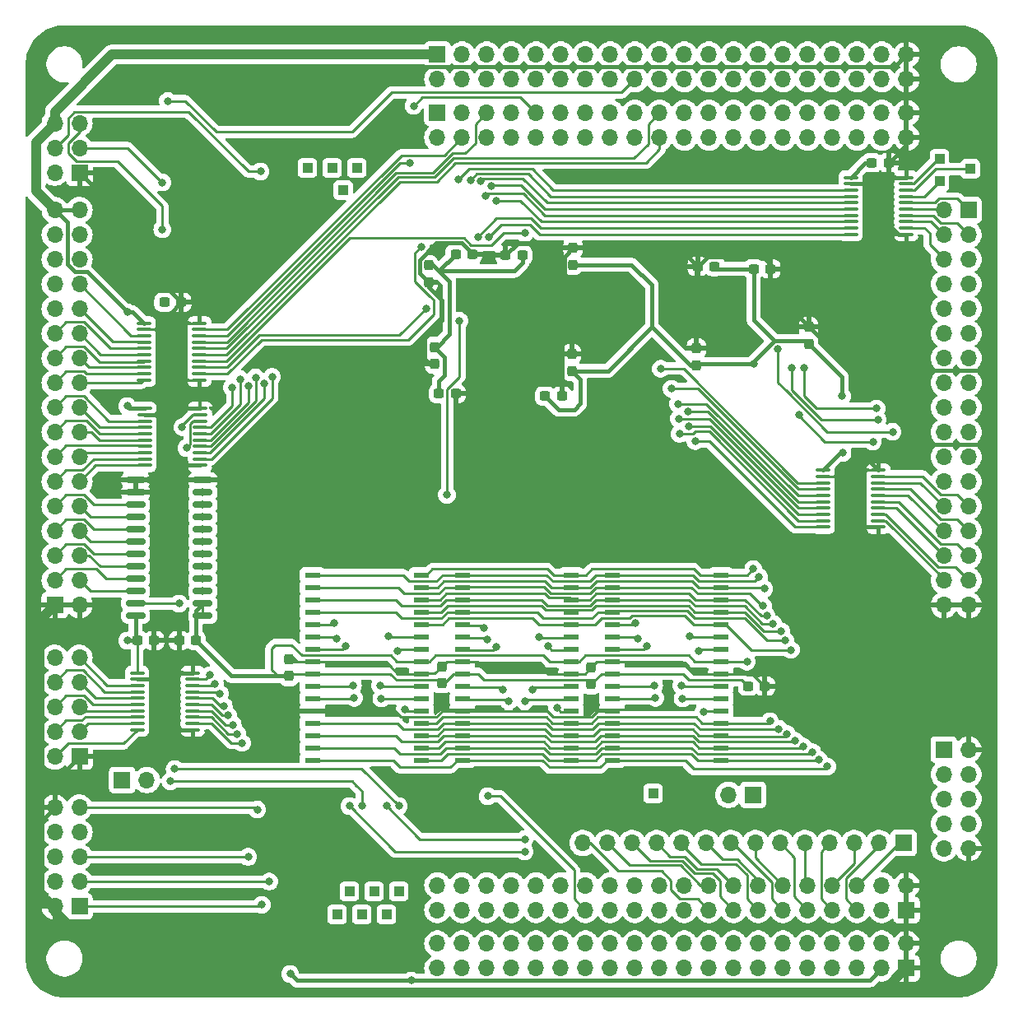
<source format=gbr>
%TF.GenerationSoftware,KiCad,Pcbnew,8.0.7-8.0.7-0~ubuntu22.04.1*%
%TF.CreationDate,2025-01-29T21:42:35+01:00*%
%TF.ProjectId,VideoBoard_v1,56696465-6f42-46f6-9172-645f76312e6b,rev?*%
%TF.SameCoordinates,Original*%
%TF.FileFunction,Copper,L2,Bot*%
%TF.FilePolarity,Positive*%
%FSLAX46Y46*%
G04 Gerber Fmt 4.6, Leading zero omitted, Abs format (unit mm)*
G04 Created by KiCad (PCBNEW 8.0.7-8.0.7-0~ubuntu22.04.1) date 2025-01-29 21:42:35*
%MOMM*%
%LPD*%
G01*
G04 APERTURE LIST*
G04 Aperture macros list*
%AMRoundRect*
0 Rectangle with rounded corners*
0 $1 Rounding radius*
0 $2 $3 $4 $5 $6 $7 $8 $9 X,Y pos of 4 corners*
0 Add a 4 corners polygon primitive as box body*
4,1,4,$2,$3,$4,$5,$6,$7,$8,$9,$2,$3,0*
0 Add four circle primitives for the rounded corners*
1,1,$1+$1,$2,$3*
1,1,$1+$1,$4,$5*
1,1,$1+$1,$6,$7*
1,1,$1+$1,$8,$9*
0 Add four rect primitives between the rounded corners*
20,1,$1+$1,$2,$3,$4,$5,0*
20,1,$1+$1,$4,$5,$6,$7,0*
20,1,$1+$1,$6,$7,$8,$9,0*
20,1,$1+$1,$8,$9,$2,$3,0*%
G04 Aperture macros list end*
%TA.AperFunction,ComponentPad*%
%ADD10R,1.000000X1.000000*%
%TD*%
%TA.AperFunction,ComponentPad*%
%ADD11R,1.700000X1.700000*%
%TD*%
%TA.AperFunction,ComponentPad*%
%ADD12O,1.700000X1.700000*%
%TD*%
%TA.AperFunction,SMDPad,CuDef*%
%ADD13R,1.600000X0.600000*%
%TD*%
%TA.AperFunction,SMDPad,CuDef*%
%ADD14RoundRect,0.237500X0.300000X0.237500X-0.300000X0.237500X-0.300000X-0.237500X0.300000X-0.237500X0*%
%TD*%
%TA.AperFunction,SMDPad,CuDef*%
%ADD15RoundRect,0.100000X0.637500X0.100000X-0.637500X0.100000X-0.637500X-0.100000X0.637500X-0.100000X0*%
%TD*%
%TA.AperFunction,SMDPad,CuDef*%
%ADD16RoundRect,0.237500X-0.300000X-0.237500X0.300000X-0.237500X0.300000X0.237500X-0.300000X0.237500X0*%
%TD*%
%TA.AperFunction,SMDPad,CuDef*%
%ADD17RoundRect,0.237500X0.237500X-0.300000X0.237500X0.300000X-0.237500X0.300000X-0.237500X-0.300000X0*%
%TD*%
%TA.AperFunction,SMDPad,CuDef*%
%ADD18RoundRect,0.237500X-0.237500X0.300000X-0.237500X-0.300000X0.237500X-0.300000X0.237500X0.300000X0*%
%TD*%
%TA.AperFunction,SMDPad,CuDef*%
%ADD19RoundRect,0.150000X-0.837500X-0.150000X0.837500X-0.150000X0.837500X0.150000X-0.837500X0.150000X0*%
%TD*%
%TA.AperFunction,ViaPad*%
%ADD20C,0.800000*%
%TD*%
%TA.AperFunction,Conductor*%
%ADD21C,0.400000*%
%TD*%
%TA.AperFunction,Conductor*%
%ADD22C,0.250000*%
%TD*%
%TA.AperFunction,Conductor*%
%ADD23C,1.000000*%
%TD*%
G04 APERTURE END LIST*
D10*
%TO.P,J28,1,Pin_1*%
%TO.N,Net-(J28-Pin_1)*%
X85852000Y-139065000D03*
%TD*%
%TO.P,J27,1,Pin_1*%
%TO.N,Net-(J27-Pin_1)*%
X88392000Y-139065000D03*
%TD*%
%TO.P,J25,1,Pin_1*%
%TO.N,Net-(J25-Pin_1)*%
X87122000Y-141478000D03*
%TD*%
%TO.P,J24,1,Pin_1*%
%TO.N,Net-(J24-Pin_1)*%
X82042000Y-141478000D03*
%TD*%
%TO.P,J23,1,Pin_1*%
%TO.N,Net-(J23-Pin_1)*%
X84582000Y-141478000D03*
%TD*%
%TO.P,J22,1,Pin_1*%
%TO.N,Net-(J22-Pin_1)*%
X83312000Y-139065000D03*
%TD*%
%TO.P,J19,1,Pin_1*%
%TO.N,/140*%
X82677000Y-66929000D03*
%TD*%
%TO.P,J16,1,Pin_1*%
%TO.N,/137*%
X84074000Y-64643000D03*
%TD*%
%TO.P,J15,1,Pin_1*%
%TO.N,/73*%
X114554000Y-129032000D03*
%TD*%
%TO.P,J11,1,Pin_1*%
%TO.N,Net-(J11-Pin_1)*%
X144018000Y-63754000D03*
%TD*%
D11*
%TO.P,J1,1,Pin_1*%
%TO.N,+5V*%
X92367000Y-53000000D03*
D12*
%TO.P,J1,2,Pin_2*%
X92367000Y-55540000D03*
%TO.P,J1,3,Pin_3*%
%TO.N,/PHI1_e*%
X94907000Y-53000000D03*
%TO.P,J1,4,Pin_4*%
%TO.N,/PHI2_e*%
X94907000Y-55540000D03*
%TO.P,J1,5,Pin_5*%
%TO.N,/~{IORD}*%
X97447000Y-53000000D03*
%TO.P,J1,6,Pin_6*%
%TO.N,/R{slash}~{W}_e*%
X97447000Y-55540000D03*
%TO.P,J1,7,Pin_7*%
%TO.N,/~{MRD}*%
X99987000Y-53000000D03*
%TO.P,J1,8,Pin_8*%
%TO.N,/~{MWR}*%
X99987000Y-55540000D03*
%TO.P,J1,9,Pin_9*%
%TO.N,/~{IOWR}*%
X102527000Y-53000000D03*
%TO.P,J1,10,Pin_10*%
%TO.N,/DB0*%
X102527000Y-55540000D03*
%TO.P,J1,11,Pin_11*%
%TO.N,/DB1*%
X105067000Y-53000000D03*
%TO.P,J1,12,Pin_12*%
%TO.N,/DB2*%
X105067000Y-55540000D03*
%TO.P,J1,13,Pin_13*%
%TO.N,/DB3*%
X107607000Y-53000000D03*
%TO.P,J1,14,Pin_14*%
%TO.N,/DB4*%
X107607000Y-55540000D03*
%TO.P,J1,15,Pin_15*%
%TO.N,/DB5*%
X110147000Y-53000000D03*
%TO.P,J1,16,Pin_16*%
%TO.N,/DB6*%
X110147000Y-55540000D03*
%TO.P,J1,17,Pin_17*%
%TO.N,/DB7*%
X112687000Y-53000000D03*
%TO.P,J1,18,Pin_18*%
%TO.N,/~{RST}*%
X112687000Y-55540000D03*
%TO.P,J1,19,Pin_19*%
%TO.N,/A0*%
X115227000Y-53000000D03*
%TO.P,J1,20,Pin_20*%
%TO.N,/A1*%
X115227000Y-55540000D03*
%TO.P,J1,21,Pin_21*%
%TO.N,/A2*%
X117767000Y-53000000D03*
%TO.P,J1,22,Pin_22*%
%TO.N,/A3*%
X117767000Y-55540000D03*
%TO.P,J1,23,Pin_23*%
%TO.N,/A4*%
X120307000Y-53000000D03*
%TO.P,J1,24,Pin_24*%
%TO.N,/A5*%
X120307000Y-55540000D03*
%TO.P,J1,25,Pin_25*%
%TO.N,/A6*%
X122847000Y-53000000D03*
%TO.P,J1,26,Pin_26*%
%TO.N,/A7*%
X122847000Y-55540000D03*
%TO.P,J1,27,Pin_27*%
%TO.N,/A8*%
X125387000Y-53000000D03*
%TO.P,J1,28,Pin_28*%
%TO.N,/A9*%
X125387000Y-55540000D03*
%TO.P,J1,29,Pin_29*%
%TO.N,/A10*%
X127927000Y-53000000D03*
%TO.P,J1,30,Pin_30*%
%TO.N,/A11*%
X127927000Y-55540000D03*
%TO.P,J1,31,Pin_31*%
%TO.N,/A12*%
X130467000Y-53000000D03*
%TO.P,J1,32,Pin_32*%
%TO.N,/A13*%
X130467000Y-55540000D03*
%TO.P,J1,33,Pin_33*%
%TO.N,/A14*%
X133007000Y-53000000D03*
%TO.P,J1,34,Pin_34*%
%TO.N,/A15*%
X133007000Y-55540000D03*
%TO.P,J1,35,Pin_35*%
%TO.N,/A16*%
X135547000Y-53000000D03*
%TO.P,J1,36,Pin_36*%
%TO.N,/A17*%
X135547000Y-55540000D03*
%TO.P,J1,37,Pin_37*%
%TO.N,/A18*%
X138087000Y-53000000D03*
%TO.P,J1,38,Pin_38*%
%TO.N,/A19*%
X138087000Y-55540000D03*
%TO.P,J1,39,Pin_39*%
%TO.N,GND*%
X140627000Y-53000000D03*
%TO.P,J1,40,Pin_40*%
X140627000Y-55540000D03*
%TD*%
D11*
%TO.P,J8,1,Pin_1*%
%TO.N,Net-(J8-Pin_1)*%
X144460000Y-124500000D03*
D12*
%TO.P,J8,2,Pin_2*%
%TO.N,GND*%
X147000000Y-124500000D03*
%TO.P,J8,3,Pin_3*%
%TO.N,Net-(J8-Pin_3)*%
X144460000Y-127040000D03*
%TO.P,J8,4,Pin_4*%
%TO.N,unconnected-(J8-Pin_4-Pad4)*%
X147000000Y-127040000D03*
%TO.P,J8,5,Pin_5*%
%TO.N,Net-(J8-Pin_5)*%
X144460000Y-129580000D03*
%TO.P,J8,6,Pin_6*%
%TO.N,unconnected-(J8-Pin_6-Pad6)*%
X147000000Y-129580000D03*
%TO.P,J8,7,Pin_7*%
%TO.N,unconnected-(J8-Pin_7-Pad7)*%
X144460000Y-132120000D03*
%TO.P,J8,8,Pin_8*%
%TO.N,unconnected-(J8-Pin_8-Pad8)*%
X147000000Y-132120000D03*
%TO.P,J8,9,Pin_9*%
%TO.N,Net-(J8-Pin_9)*%
X144460000Y-134660000D03*
%TO.P,J8,10,Pin_10*%
%TO.N,GND*%
X147000000Y-134660000D03*
%TD*%
D10*
%TO.P,J13,1,Pin_1*%
%TO.N,Net-(J13-Pin_1)*%
X144018000Y-66040000D03*
%TD*%
D11*
%TO.P,J7,1,Pin_1*%
%TO.N,/CGAB*%
X147000000Y-69000000D03*
D12*
%TO.P,J7,2,Pin_2*%
%TO.N,/CGAR*%
X144460000Y-69000000D03*
%TO.P,J7,3,Pin_3*%
%TO.N,/CGAI*%
X147000000Y-71540000D03*
%TO.P,J7,4,Pin_4*%
%TO.N,/CGAG*%
X144460000Y-71540000D03*
%TO.P,J7,5,Pin_5*%
%TO.N,/VA18*%
X147000000Y-74080000D03*
%TO.P,J7,6,Pin_6*%
%TO.N,/Res0*%
X144460000Y-74080000D03*
%TO.P,J7,7,Pin_7*%
%TO.N,/VA16*%
X147000000Y-76620000D03*
%TO.P,J7,8,Pin_8*%
%TO.N,/VA17*%
X144460000Y-76620000D03*
%TO.P,J7,9,Pin_9*%
%TO.N,/VA14*%
X147000000Y-79160000D03*
%TO.P,J7,10,Pin_10*%
%TO.N,/VA15*%
X144460000Y-79160000D03*
%TO.P,J7,11,Pin_11*%
%TO.N,/VA12*%
X147000000Y-81700000D03*
%TO.P,J7,12,Pin_12*%
%TO.N,/VA13*%
X144460000Y-81700000D03*
%TO.P,J7,13,Pin_13*%
%TO.N,/VA10*%
X147000000Y-84240000D03*
%TO.P,J7,14,Pin_14*%
%TO.N,/VA11*%
X144460000Y-84240000D03*
%TO.P,J7,15,Pin_15*%
%TO.N,/VA8*%
X147000000Y-86780000D03*
%TO.P,J7,16,Pin_16*%
%TO.N,/VA9*%
X144460000Y-86780000D03*
%TO.P,J7,17,Pin_17*%
%TO.N,/VA6*%
X147000000Y-89320000D03*
%TO.P,J7,18,Pin_18*%
%TO.N,/VA7*%
X144460000Y-89320000D03*
%TO.P,J7,19,Pin_19*%
%TO.N,/VA4*%
X147000000Y-91860000D03*
%TO.P,J7,20,Pin_20*%
%TO.N,/VA5*%
X144460000Y-91860000D03*
%TO.P,J7,21,Pin_21*%
%TO.N,/VA2*%
X147000000Y-94400000D03*
%TO.P,J7,22,Pin_22*%
%TO.N,/VA3*%
X144460000Y-94400000D03*
%TO.P,J7,23,Pin_23*%
%TO.N,/VA0*%
X147000000Y-96940000D03*
%TO.P,J7,24,Pin_24*%
%TO.N,/VA1*%
X144460000Y-96940000D03*
%TO.P,J7,25,Pin_25*%
%TO.N,/In0*%
X147000000Y-99480000D03*
%TO.P,J7,26,Pin_26*%
%TO.N,/In1*%
X144460000Y-99480000D03*
%TO.P,J7,27,Pin_27*%
%TO.N,/In2*%
X147000000Y-102020000D03*
%TO.P,J7,28,Pin_28*%
%TO.N,/DE*%
X144460000Y-102020000D03*
%TO.P,J7,29,Pin_29*%
%TO.N,/HS*%
X147000000Y-104560000D03*
%TO.P,J7,30,Pin_30*%
%TO.N,/CRSR*%
X144460000Y-104560000D03*
%TO.P,J7,31,Pin_31*%
%TO.N,/VS*%
X147000000Y-107100000D03*
%TO.P,J7,32,Pin_32*%
%TO.N,/~{RP}*%
X144460000Y-107100000D03*
%TO.P,J7,33,Pin_33*%
%TO.N,GND*%
X147000000Y-109640000D03*
%TO.P,J7,34,Pin_34*%
X144460000Y-109640000D03*
%TD*%
D11*
%TO.P,J4,1,Pin_1*%
%TO.N,GND*%
X140627000Y-141000000D03*
D12*
%TO.P,J4,2,Pin_2*%
X140627000Y-138460000D03*
%TO.P,J4,3,Pin_3*%
%TO.N,+3V3*%
X138087000Y-141000000D03*
%TO.P,J4,4,Pin_4*%
X138087000Y-138460000D03*
%TO.P,J4,5,Pin_5*%
%TO.N,/Bus/~{CE_EXT1}*%
X135547000Y-141000000D03*
%TO.P,J4,6,Pin_6*%
%TO.N,/Bus/~{CE_EXT0}*%
X135547000Y-138460000D03*
%TO.P,J4,7,Pin_7*%
%TO.N,/Bus/~{CE_EXT3}*%
X133007000Y-141000000D03*
%TO.P,J4,8,Pin_8*%
%TO.N,/Bus/~{CE_EXT2}*%
X133007000Y-138460000D03*
%TO.P,J4,9,Pin_9*%
%TO.N,/Bus/~{CE_EXT5}*%
X130467000Y-141000000D03*
%TO.P,J4,10,Pin_10*%
%TO.N,/Bus/~{CE_EXT4}*%
X130467000Y-138460000D03*
%TO.P,J4,11,Pin_11*%
%TO.N,/Bus/~{CE_EXT7}*%
X127927000Y-141000000D03*
%TO.P,J4,12,Pin_12*%
%TO.N,/Bus/~{CE_EXT6}*%
X127927000Y-138460000D03*
%TO.P,J4,13,Pin_13*%
%TO.N,/Bus/~{CE_EXT9}*%
X125387000Y-141000000D03*
%TO.P,J4,14,Pin_14*%
%TO.N,/Bus/~{CE_EXT8}*%
X125387000Y-138460000D03*
%TO.P,J4,15,Pin_15*%
%TO.N,/Bus/~{CE_EXT11}*%
X122847000Y-141000000D03*
%TO.P,J4,16,Pin_16*%
%TO.N,/Bus/~{CE_EXT10}*%
X122847000Y-138460000D03*
%TO.P,J4,17,Pin_17*%
%TO.N,/Bus/~{CE_EXT13}*%
X120307000Y-141000000D03*
%TO.P,J4,18,Pin_18*%
%TO.N,/Bus/~{CE_EXT12}*%
X120307000Y-138460000D03*
%TO.P,J4,19,Pin_19*%
%TO.N,/RES4*%
X117767000Y-141000000D03*
%TO.P,J4,20,Pin_20*%
%TO.N,/RES5*%
X117767000Y-138460000D03*
%TO.P,J4,21,Pin_21*%
%TO.N,/RES2*%
X115227000Y-141000000D03*
%TO.P,J4,22,Pin_22*%
%TO.N,/RES3*%
X115227000Y-138460000D03*
%TO.P,J4,23,Pin_23*%
%TO.N,/~{BUSCLR}*%
X112687000Y-141000000D03*
%TO.P,J4,24,Pin_24*%
%TO.N,/RES1*%
X112687000Y-138460000D03*
%TO.P,J4,25,Pin_25*%
%TO.N,/CLK1*%
X110147000Y-141000000D03*
%TO.P,J4,26,Pin_26*%
%TO.N,/~{CPUFREE}*%
X110147000Y-138460000D03*
%TO.P,J4,27,Pin_27*%
%TO.N,/CLKF*%
X107607000Y-141000000D03*
%TO.P,J4,28,Pin_28*%
%TO.N,/CLKS*%
X107607000Y-138460000D03*
%TO.P,J4,29,Pin_29*%
%TO.N,/~{PH0}*%
X105067000Y-141000000D03*
%TO.P,J4,30,Pin_30*%
%TO.N,/PH0*%
X105067000Y-138460000D03*
%TO.P,J4,31,Pin_31*%
%TO.N,/SDA*%
X102527000Y-141000000D03*
%TO.P,J4,32,Pin_32*%
%TO.N,/SCL*%
X102527000Y-138460000D03*
%TO.P,J4,33,Pin_33*%
%TO.N,/TX1*%
X99987000Y-141000000D03*
%TO.P,J4,34,Pin_34*%
%TO.N,/RX1*%
X99987000Y-138460000D03*
%TO.P,J4,35,Pin_35*%
%TO.N,/TX0*%
X97447000Y-141000000D03*
%TO.P,J4,36,Pin_36*%
%TO.N,/RX0*%
X97447000Y-138460000D03*
%TO.P,J4,37,Pin_37*%
%TO.N,/TXSTM*%
X94907000Y-141000000D03*
%TO.P,J4,38,Pin_38*%
%TO.N,/RXSTM*%
X94907000Y-138460000D03*
%TO.P,J4,39,Pin_39*%
%TO.N,+5VA*%
X92367000Y-141000000D03*
%TO.P,J4,40,Pin_40*%
X92367000Y-138460000D03*
%TD*%
D11*
%TO.P,J14,1,Pin_1*%
%TO.N,GND*%
X55540000Y-65151000D03*
D12*
%TO.P,J14,2,Pin_2*%
%TO.N,/HSync*%
X53000000Y-65151000D03*
%TO.P,J14,3,Pin_3*%
%TO.N,/B_out*%
X55540000Y-62611000D03*
%TO.P,J14,4,Pin_4*%
%TO.N,/Y_out*%
X53000000Y-62611000D03*
%TO.P,J14,5,Pin_5*%
%TO.N,/A_out*%
X55540000Y-60071000D03*
%TO.P,J14,6,Pin_6*%
%TO.N,+5V*%
X53000000Y-60071000D03*
%TD*%
D10*
%TO.P,J18,1,Pin_1*%
%TO.N,/139*%
X78994000Y-64643000D03*
%TD*%
D11*
%TO.P,J9,1,Pin_1*%
%TO.N,GND*%
X53000000Y-109640000D03*
D12*
%TO.P,J9,2,Pin_2*%
X55540000Y-109640000D03*
%TO.P,J9,3,Pin_3*%
%TO.N,/Bus/D1*%
X53000000Y-107100000D03*
%TO.P,J9,4,Pin_4*%
%TO.N,/Bus/D0*%
X55540000Y-107100000D03*
%TO.P,J9,5,Pin_5*%
%TO.N,/Bus/D3*%
X53000000Y-104560000D03*
%TO.P,J9,6,Pin_6*%
%TO.N,/Bus/D2*%
X55540000Y-104560000D03*
%TO.P,J9,7,Pin_7*%
%TO.N,/Bus/D5*%
X53000000Y-102020000D03*
%TO.P,J9,8,Pin_8*%
%TO.N,/Bus/D4*%
X55540000Y-102020000D03*
%TO.P,J9,9,Pin_9*%
%TO.N,/Bus/D7*%
X53000000Y-99480000D03*
%TO.P,J9,10,Pin_10*%
%TO.N,/Bus/D6*%
X55540000Y-99480000D03*
%TO.P,J9,11,Pin_11*%
%TO.N,/Out1*%
X53000000Y-96940000D03*
%TO.P,J9,12,Pin_12*%
%TO.N,/Out0*%
X55540000Y-96940000D03*
%TO.P,J9,13,Pin_13*%
%TO.N,/Out3*%
X53000000Y-94400000D03*
%TO.P,J9,14,Pin_14*%
%TO.N,/Out2*%
X55540000Y-94400000D03*
%TO.P,J9,15,Pin_15*%
%TO.N,/Out5*%
X53000000Y-91860000D03*
%TO.P,J9,16,Pin_16*%
%TO.N,/Out4*%
X55540000Y-91860000D03*
%TO.P,J9,17,Pin_17*%
%TO.N,/Out7*%
X53000000Y-89320000D03*
%TO.P,J9,18,Pin_18*%
%TO.N,/Out6*%
X55540000Y-89320000D03*
%TO.P,J9,19,Pin_19*%
%TO.N,/~{CS}*%
X53000000Y-86780000D03*
%TO.P,J9,20,Pin_20*%
%TO.N,/VCLK*%
X55540000Y-86780000D03*
%TO.P,J9,21,Pin_21*%
%TO.N,/A1#*%
X53000000Y-84240000D03*
%TO.P,J9,22,Pin_22*%
%TO.N,/R{slash}~{W}*%
X55540000Y-84240000D03*
%TO.P,J9,23,Pin_23*%
%TO.N,/~{RD}*%
X53000000Y-81700000D03*
%TO.P,J9,24,Pin_24*%
%TO.N,/A0#*%
X55540000Y-81700000D03*
%TO.P,J9,25,Pin_25*%
%TO.N,/~{RST}*%
X53000000Y-79160000D03*
%TO.P,J9,26,Pin_26*%
%TO.N,/~{WR}*%
X55540000Y-79160000D03*
%TO.P,J9,27,Pin_27*%
%TO.N,/CH0*%
X53000000Y-76620000D03*
%TO.P,J9,28,Pin_28*%
%TO.N,/PHI2*%
X55540000Y-76620000D03*
%TO.P,J9,29,Pin_29*%
%TO.N,/Y*%
X53000000Y-74080000D03*
%TO.P,J9,30,Pin_30*%
%TO.N,/A*%
X55540000Y-74080000D03*
%TO.P,J9,31,Pin_31*%
%TO.N,/B*%
X53000000Y-71540000D03*
%TO.P,J9,32,Pin_32*%
%TO.N,/~{INT}*%
X55540000Y-71540000D03*
%TO.P,J9,33,Pin_33*%
%TO.N,+5V*%
X53000000Y-69000000D03*
%TO.P,J9,34,Pin_34*%
X55540000Y-69000000D03*
%TD*%
D11*
%TO.P,J10,1,Pin_1*%
%TO.N,GND*%
X55540000Y-125217000D03*
D12*
%TO.P,J10,2,Pin_2*%
%TO.N,/R1*%
X53000000Y-125217000D03*
%TO.P,J10,3,Pin_3*%
%TO.N,/R0*%
X55540000Y-122677000D03*
%TO.P,J10,4,Pin_4*%
%TO.N,/G0*%
X53000000Y-122677000D03*
%TO.P,J10,5,Pin_5*%
%TO.N,/B0*%
X55540000Y-120137000D03*
%TO.P,J10,6,Pin_6*%
%TO.N,/G1*%
X53000000Y-120137000D03*
%TO.P,J10,7,Pin_7*%
%TO.N,/B1*%
X55540000Y-117597000D03*
%TO.P,J10,8,Pin_8*%
%TO.N,/HSync*%
X53000000Y-117597000D03*
%TO.P,J10,9,Pin_9*%
%TO.N,/VSync*%
X55540000Y-115057000D03*
%TO.P,J10,10,Pin_10*%
%TO.N,Net-(J10-Pin_10)*%
X53000000Y-115057000D03*
%TD*%
D11*
%TO.P,J26,1,Pin_1*%
%TO.N,/~{CE1}*%
X124841000Y-129159000D03*
D12*
%TO.P,J26,2,Pin_2*%
%TO.N,/~{CE0}*%
X122301000Y-129159000D03*
%TD*%
D11*
%TO.P,J2,1,Pin_1*%
%TO.N,GND*%
X140627000Y-147000000D03*
D12*
%TO.P,J2,2,Pin_2*%
X140627000Y-144460000D03*
%TO.P,J2,3,Pin_3*%
%TO.N,+3V3*%
X138087000Y-147000000D03*
%TO.P,J2,4,Pin_4*%
X138087000Y-144460000D03*
%TO.P,J2,5,Pin_5*%
%TO.N,/Bus/~{CE_EXT1}*%
X135547000Y-147000000D03*
%TO.P,J2,6,Pin_6*%
%TO.N,/Bus/~{CE_EXT0}*%
X135547000Y-144460000D03*
%TO.P,J2,7,Pin_7*%
%TO.N,/Bus/~{CE_EXT3}*%
X133007000Y-147000000D03*
%TO.P,J2,8,Pin_8*%
%TO.N,/Bus/~{CE_EXT2}*%
X133007000Y-144460000D03*
%TO.P,J2,9,Pin_9*%
%TO.N,/Bus/~{CE_EXT5}*%
X130467000Y-147000000D03*
%TO.P,J2,10,Pin_10*%
%TO.N,/Bus/~{CE_EXT4}*%
X130467000Y-144460000D03*
%TO.P,J2,11,Pin_11*%
%TO.N,/Bus/~{CE_EXT7}*%
X127927000Y-147000000D03*
%TO.P,J2,12,Pin_12*%
%TO.N,/Bus/~{CE_EXT6}*%
X127927000Y-144460000D03*
%TO.P,J2,13,Pin_13*%
%TO.N,/Bus/~{CE_EXT9}*%
X125387000Y-147000000D03*
%TO.P,J2,14,Pin_14*%
%TO.N,/Bus/~{CE_EXT8}*%
X125387000Y-144460000D03*
%TO.P,J2,15,Pin_15*%
%TO.N,/Bus/~{CE_EXT11}*%
X122847000Y-147000000D03*
%TO.P,J2,16,Pin_16*%
%TO.N,/Bus/~{CE_EXT10}*%
X122847000Y-144460000D03*
%TO.P,J2,17,Pin_17*%
%TO.N,/Bus/~{CE_EXT13}*%
X120307000Y-147000000D03*
%TO.P,J2,18,Pin_18*%
%TO.N,/Bus/~{CE_EXT12}*%
X120307000Y-144460000D03*
%TO.P,J2,19,Pin_19*%
%TO.N,/RES4*%
X117767000Y-147000000D03*
%TO.P,J2,20,Pin_20*%
%TO.N,/RES5*%
X117767000Y-144460000D03*
%TO.P,J2,21,Pin_21*%
%TO.N,/RES2*%
X115227000Y-147000000D03*
%TO.P,J2,22,Pin_22*%
%TO.N,/RES3*%
X115227000Y-144460000D03*
%TO.P,J2,23,Pin_23*%
%TO.N,/~{BUSCLR}*%
X112687000Y-147000000D03*
%TO.P,J2,24,Pin_24*%
%TO.N,/RES1*%
X112687000Y-144460000D03*
%TO.P,J2,25,Pin_25*%
%TO.N,/CLK1*%
X110147000Y-147000000D03*
%TO.P,J2,26,Pin_26*%
%TO.N,/~{CPUFREE}*%
X110147000Y-144460000D03*
%TO.P,J2,27,Pin_27*%
%TO.N,/CLKF*%
X107607000Y-147000000D03*
%TO.P,J2,28,Pin_28*%
%TO.N,/CLKS*%
X107607000Y-144460000D03*
%TO.P,J2,29,Pin_29*%
%TO.N,/~{PH0}*%
X105067000Y-147000000D03*
%TO.P,J2,30,Pin_30*%
%TO.N,/PH0*%
X105067000Y-144460000D03*
%TO.P,J2,31,Pin_31*%
%TO.N,/SDA*%
X102527000Y-147000000D03*
%TO.P,J2,32,Pin_32*%
%TO.N,/SCL*%
X102527000Y-144460000D03*
%TO.P,J2,33,Pin_33*%
%TO.N,/TX1*%
X99987000Y-147000000D03*
%TO.P,J2,34,Pin_34*%
%TO.N,/RX1*%
X99987000Y-144460000D03*
%TO.P,J2,35,Pin_35*%
%TO.N,/TX0*%
X97447000Y-147000000D03*
%TO.P,J2,36,Pin_36*%
%TO.N,/RX0*%
X97447000Y-144460000D03*
%TO.P,J2,37,Pin_37*%
%TO.N,/TXSTM*%
X94907000Y-147000000D03*
%TO.P,J2,38,Pin_38*%
%TO.N,/RXSTM*%
X94907000Y-144460000D03*
%TO.P,J2,39,Pin_39*%
%TO.N,+5VA*%
X92367000Y-147000000D03*
%TO.P,J2,40,Pin_40*%
X92367000Y-144460000D03*
%TD*%
D11*
%TO.P,J6,1,Pin_1*%
%TO.N,Net-(J6-Pin_1)*%
X55540000Y-140627000D03*
D12*
%TO.P,J6,2,Pin_2*%
%TO.N,GND*%
X53000000Y-140627000D03*
%TO.P,J6,3,Pin_3*%
%TO.N,Net-(J6-Pin_3)*%
X55540000Y-138087000D03*
%TO.P,J6,4,Pin_4*%
%TO.N,unconnected-(J6-Pin_4-Pad4)*%
X53000000Y-138087000D03*
%TO.P,J6,5,Pin_5*%
%TO.N,Net-(J6-Pin_5)*%
X55540000Y-135547000D03*
%TO.P,J6,6,Pin_6*%
%TO.N,unconnected-(J6-Pin_6-Pad6)*%
X53000000Y-135547000D03*
%TO.P,J6,7,Pin_7*%
%TO.N,unconnected-(J6-Pin_7-Pad7)*%
X55540000Y-133007000D03*
%TO.P,J6,8,Pin_8*%
%TO.N,unconnected-(J6-Pin_8-Pad8)*%
X53000000Y-133007000D03*
%TO.P,J6,9,Pin_9*%
%TO.N,Net-(J6-Pin_9)*%
X55540000Y-130467000D03*
%TO.P,J6,10,Pin_10*%
%TO.N,GND*%
X53000000Y-130467000D03*
%TD*%
D10*
%TO.P,J17,1,Pin_1*%
%TO.N,/138*%
X81534000Y-64643000D03*
%TD*%
D11*
%TO.P,J5,1,Pin_1*%
%TO.N,/Bus/~{CE_EXT0}*%
X140335000Y-134112000D03*
D12*
%TO.P,J5,2,Pin_2*%
%TO.N,/Bus/~{CE_EXT1}*%
X137795000Y-134112000D03*
%TO.P,J5,3,Pin_3*%
%TO.N,/Bus/~{CE_EXT2}*%
X135255000Y-134112000D03*
%TO.P,J5,4,Pin_4*%
%TO.N,/Bus/~{CE_EXT3}*%
X132715000Y-134112000D03*
%TO.P,J5,5,Pin_5*%
%TO.N,/Bus/~{CE_EXT4}*%
X130175000Y-134112000D03*
%TO.P,J5,6,Pin_6*%
%TO.N,/Bus/~{CE_EXT5}*%
X127635000Y-134112000D03*
%TO.P,J5,7,Pin_7*%
%TO.N,/Bus/~{CE_EXT6}*%
X125095000Y-134112000D03*
%TO.P,J5,8,Pin_8*%
%TO.N,/Bus/~{CE_EXT7}*%
X122555000Y-134112000D03*
%TO.P,J5,9,Pin_9*%
%TO.N,/Bus/~{CE_EXT8}*%
X120015000Y-134112000D03*
%TO.P,J5,10,Pin_10*%
%TO.N,/Bus/~{CE_EXT9}*%
X117475000Y-134112000D03*
%TO.P,J5,11,Pin_11*%
%TO.N,/Bus/~{CE_EXT10}*%
X114935000Y-134112000D03*
%TO.P,J5,12,Pin_12*%
%TO.N,/Bus/~{CE_EXT11}*%
X112395000Y-134112000D03*
%TO.P,J5,13,Pin_13*%
%TO.N,/Bus/~{CE_EXT12}*%
X109855000Y-134112000D03*
%TO.P,J5,14,Pin_14*%
%TO.N,/Bus/~{CE_EXT13}*%
X107315000Y-134112000D03*
%TD*%
D11*
%TO.P,JP1,1,A*%
%TO.N,Net-(J10-Pin_10)*%
X59939000Y-127635000D03*
D12*
%TO.P,JP1,2,B*%
%TO.N,+5V*%
X62479000Y-127635000D03*
%TD*%
D11*
%TO.P,J3,1,Pin_1*%
%TO.N,+5V*%
X92367000Y-59000000D03*
D12*
%TO.P,J3,2,Pin_2*%
X92367000Y-61540000D03*
%TO.P,J3,3,Pin_3*%
%TO.N,/PHI1_e*%
X94907000Y-59000000D03*
%TO.P,J3,4,Pin_4*%
%TO.N,/PHI2_e*%
X94907000Y-61540000D03*
%TO.P,J3,5,Pin_5*%
%TO.N,/~{IORD}*%
X97447000Y-59000000D03*
%TO.P,J3,6,Pin_6*%
%TO.N,/R{slash}~{W}_e*%
X97447000Y-61540000D03*
%TO.P,J3,7,Pin_7*%
%TO.N,/~{MRD}*%
X99987000Y-59000000D03*
%TO.P,J3,8,Pin_8*%
%TO.N,/~{MWR}*%
X99987000Y-61540000D03*
%TO.P,J3,9,Pin_9*%
%TO.N,/~{IOWR}*%
X102527000Y-59000000D03*
%TO.P,J3,10,Pin_10*%
%TO.N,/DB0*%
X102527000Y-61540000D03*
%TO.P,J3,11,Pin_11*%
%TO.N,/DB1*%
X105067000Y-59000000D03*
%TO.P,J3,12,Pin_12*%
%TO.N,/DB2*%
X105067000Y-61540000D03*
%TO.P,J3,13,Pin_13*%
%TO.N,/DB3*%
X107607000Y-59000000D03*
%TO.P,J3,14,Pin_14*%
%TO.N,/DB4*%
X107607000Y-61540000D03*
%TO.P,J3,15,Pin_15*%
%TO.N,/DB5*%
X110147000Y-59000000D03*
%TO.P,J3,16,Pin_16*%
%TO.N,/DB6*%
X110147000Y-61540000D03*
%TO.P,J3,17,Pin_17*%
%TO.N,/DB7*%
X112687000Y-59000000D03*
%TO.P,J3,18,Pin_18*%
%TO.N,/~{RST}*%
X112687000Y-61540000D03*
%TO.P,J3,19,Pin_19*%
%TO.N,/A0*%
X115227000Y-59000000D03*
%TO.P,J3,20,Pin_20*%
%TO.N,/A1*%
X115227000Y-61540000D03*
%TO.P,J3,21,Pin_21*%
%TO.N,/A2*%
X117767000Y-59000000D03*
%TO.P,J3,22,Pin_22*%
%TO.N,/A3*%
X117767000Y-61540000D03*
%TO.P,J3,23,Pin_23*%
%TO.N,/A4*%
X120307000Y-59000000D03*
%TO.P,J3,24,Pin_24*%
%TO.N,/A5*%
X120307000Y-61540000D03*
%TO.P,J3,25,Pin_25*%
%TO.N,/A6*%
X122847000Y-59000000D03*
%TO.P,J3,26,Pin_26*%
%TO.N,/A7*%
X122847000Y-61540000D03*
%TO.P,J3,27,Pin_27*%
%TO.N,/A8*%
X125387000Y-59000000D03*
%TO.P,J3,28,Pin_28*%
%TO.N,/A9*%
X125387000Y-61540000D03*
%TO.P,J3,29,Pin_29*%
%TO.N,/A10*%
X127927000Y-59000000D03*
%TO.P,J3,30,Pin_30*%
%TO.N,/A11*%
X127927000Y-61540000D03*
%TO.P,J3,31,Pin_31*%
%TO.N,/A12*%
X130467000Y-59000000D03*
%TO.P,J3,32,Pin_32*%
%TO.N,/A13*%
X130467000Y-61540000D03*
%TO.P,J3,33,Pin_33*%
%TO.N,/A14*%
X133007000Y-59000000D03*
%TO.P,J3,34,Pin_34*%
%TO.N,/A15*%
X133007000Y-61540000D03*
%TO.P,J3,35,Pin_35*%
%TO.N,/A16*%
X135547000Y-59000000D03*
%TO.P,J3,36,Pin_36*%
%TO.N,/A17*%
X135547000Y-61540000D03*
%TO.P,J3,37,Pin_37*%
%TO.N,/A18*%
X138087000Y-59000000D03*
%TO.P,J3,38,Pin_38*%
%TO.N,/A19*%
X138087000Y-61540000D03*
%TO.P,J3,39,Pin_39*%
%TO.N,GND*%
X140627000Y-59000000D03*
%TO.P,J3,40,Pin_40*%
X140627000Y-61540000D03*
%TD*%
D10*
%TO.P,J12,1,Pin_1*%
%TO.N,Net-(J12-Pin_1)*%
X147193000Y-64770000D03*
%TD*%
D13*
%TO.P,U4,1,A0*%
%TO.N,/GA0*%
X94921248Y-125603000D03*
%TO.P,U4,2,A1*%
%TO.N,/GA1*%
X94921248Y-124333000D03*
%TO.P,U4,3,A2*%
%TO.N,/GA2*%
X94921248Y-123063000D03*
%TO.P,U4,4,A3*%
%TO.N,/GA3*%
X94921248Y-121793000D03*
%TO.P,U4,5,~{CE}*%
%TO.N,GND*%
X94921248Y-120523000D03*
%TO.P,U4,6,I/O0*%
%TO.N,/GD8*%
X94921248Y-119253000D03*
%TO.P,U4,7,I/O1*%
%TO.N,/GD9*%
X94921248Y-117983000D03*
%TO.P,U4,8,VDD*%
%TO.N,+3V3*%
X94921248Y-116703000D03*
%TO.P,U4,9,GND*%
%TO.N,GND*%
X94921248Y-115453000D03*
%TO.P,U4,10,I/O2*%
%TO.N,/GD10*%
X94921248Y-114173000D03*
%TO.P,U4,11,I/O3*%
%TO.N,/GD11*%
X94921248Y-112903000D03*
%TO.P,U4,12,~{WE}*%
%TO.N,/~{WEM}*%
X94921248Y-111633000D03*
%TO.P,U4,13,A4*%
%TO.N,/GA4*%
X94921248Y-110363000D03*
%TO.P,U4,14,A5*%
%TO.N,/GA5*%
X94921248Y-109093000D03*
%TO.P,U4,15,A6*%
%TO.N,/GA6*%
X94921248Y-107823000D03*
%TO.P,U4,16,A7*%
%TO.N,/GA7*%
X94921248Y-106553000D03*
%TO.P,U4,17,A8*%
%TO.N,/GA8*%
X106121248Y-106553000D03*
%TO.P,U4,18,A9*%
%TO.N,/GA9*%
X106121248Y-107823000D03*
%TO.P,U4,19,A10*%
%TO.N,/GA10*%
X106121248Y-109093000D03*
%TO.P,U4,20,A11*%
%TO.N,/GA11*%
X106121248Y-110363000D03*
%TO.P,U4,21,A12*%
%TO.N,/GA12*%
X106121248Y-111633000D03*
%TO.P,U4,22,I/O4*%
%TO.N,/GD12*%
X106121248Y-112903000D03*
%TO.P,U4,23,I/O5*%
%TO.N,/GD13*%
X106121248Y-114173000D03*
%TO.P,U4,24,VDD*%
%TO.N,+3V3*%
X106121248Y-115453000D03*
%TO.P,U4,25,GND*%
%TO.N,GND*%
X106121248Y-116703000D03*
%TO.P,U4,26,I/O6*%
%TO.N,/GD14*%
X106121248Y-117983000D03*
%TO.P,U4,27,I/O7*%
%TO.N,/GD15*%
X106121248Y-119253000D03*
%TO.P,U4,28,~{OE}*%
%TO.N,/~{OEM}*%
X106121248Y-120523000D03*
%TO.P,U4,29,A13*%
%TO.N,/GA13*%
X106121248Y-121793000D03*
%TO.P,U4,30,A14*%
%TO.N,/GA14*%
X106121248Y-123063000D03*
%TO.P,U4,31,A15*%
%TO.N,/GA15*%
X106121248Y-124333000D03*
%TO.P,U4,32,A16*%
%TO.N,/GA16*%
X106121248Y-125603000D03*
%TD*%
D14*
%TO.P,C14,1*%
%TO.N,+3V3*%
X120877500Y-74803000D03*
%TO.P,C14,2*%
%TO.N,GND*%
X119152500Y-74803000D03*
%TD*%
D15*
%TO.P,U2,1,G1*%
%TO.N,GND*%
X137736500Y-95754000D03*
%TO.P,U2,2,A0*%
%TO.N,/In0*%
X137736500Y-96404000D03*
%TO.P,U2,3,A1*%
%TO.N,/In1*%
X137736500Y-97054000D03*
%TO.P,U2,4,A2*%
%TO.N,/In2*%
X137736500Y-97704000D03*
%TO.P,U2,5,A3*%
%TO.N,/DE*%
X137736500Y-98354000D03*
%TO.P,U2,6,A4*%
%TO.N,/HS*%
X137736500Y-99004000D03*
%TO.P,U2,7,A5*%
%TO.N,/CRSR*%
X137736500Y-99654000D03*
%TO.P,U2,8,A6*%
%TO.N,/VS*%
X137736500Y-100304000D03*
%TO.P,U2,9,A7*%
%TO.N,/~{RP}*%
X137736500Y-100954000D03*
%TO.P,U2,10,GND*%
%TO.N,GND*%
X137736500Y-101604000D03*
%TO.P,U2,11,Y7*%
%TO.N,/77*%
X132011500Y-101604000D03*
%TO.P,U2,12,Y6*%
%TO.N,/78*%
X132011500Y-100954000D03*
%TO.P,U2,13,Y5*%
%TO.N,/79*%
X132011500Y-100304000D03*
%TO.P,U2,14,Y4*%
%TO.N,/80*%
X132011500Y-99654000D03*
%TO.P,U2,15,Y3*%
%TO.N,/81*%
X132011500Y-99004000D03*
%TO.P,U2,16,Y2*%
%TO.N,/84*%
X132011500Y-98354000D03*
%TO.P,U2,17,Y1*%
%TO.N,/85*%
X132011500Y-97704000D03*
%TO.P,U2,18,Y0*%
%TO.N,/86*%
X132011500Y-97054000D03*
%TO.P,U2,19,G2*%
%TO.N,GND*%
X132011500Y-96404000D03*
%TO.P,U2,20,VCC*%
%TO.N,+3V3*%
X132011500Y-95754000D03*
%TD*%
D16*
%TO.P,C1,1*%
%TO.N,+3V3*%
X124894000Y-75057000D03*
%TO.P,C1,2*%
%TO.N,GND*%
X126619000Y-75057000D03*
%TD*%
D17*
%TO.P,C8,1*%
%TO.N,+3V3*%
X130556000Y-82751000D03*
%TO.P,C8,2*%
%TO.N,GND*%
X130556000Y-81026000D03*
%TD*%
D15*
%TO.P,U9,1,G1*%
%TO.N,GND*%
X67953000Y-89404000D03*
%TO.P,U9,2,A0*%
%TO.N,/8*%
X67953000Y-90054000D03*
%TO.P,U9,3,A1*%
%TO.N,/11*%
X67953000Y-90704000D03*
%TO.P,U9,4,A2*%
%TO.N,/12*%
X67953000Y-91354000D03*
%TO.P,U9,5,A3*%
%TO.N,/13*%
X67953000Y-92004000D03*
%TO.P,U9,6,A4*%
%TO.N,/14*%
X67953000Y-92654000D03*
%TO.P,U9,7,A5*%
%TO.N,/15*%
X67953000Y-93304000D03*
%TO.P,U9,8,A6*%
%TO.N,/16*%
X67953000Y-93954000D03*
%TO.P,U9,9,A7*%
%TO.N,/20*%
X67953000Y-94604000D03*
%TO.P,U9,10,GND*%
%TO.N,GND*%
X67953000Y-95254000D03*
%TO.P,U9,11,Y7*%
%TO.N,/Out0*%
X62228000Y-95254000D03*
%TO.P,U9,12,Y6*%
%TO.N,/Out1*%
X62228000Y-94604000D03*
%TO.P,U9,13,Y5*%
%TO.N,/Out2*%
X62228000Y-93954000D03*
%TO.P,U9,14,Y4*%
%TO.N,/Out3*%
X62228000Y-93304000D03*
%TO.P,U9,15,Y3*%
%TO.N,/Out4*%
X62228000Y-92654000D03*
%TO.P,U9,16,Y2*%
%TO.N,/Out5*%
X62228000Y-92004000D03*
%TO.P,U9,17,Y1*%
%TO.N,/Out6*%
X62228000Y-91354000D03*
%TO.P,U9,18,Y0*%
%TO.N,/Out7*%
X62228000Y-90704000D03*
%TO.P,U9,19,G2*%
%TO.N,GND*%
X62228000Y-90054000D03*
%TO.P,U9,20,VCC*%
%TO.N,+5V*%
X62228000Y-89404000D03*
%TD*%
D17*
%TO.P,C11,1*%
%TO.N,+3V3*%
X77089000Y-116932500D03*
%TO.P,C11,2*%
%TO.N,GND*%
X77089000Y-115207500D03*
%TD*%
D16*
%TO.P,C5,1*%
%TO.N,+5V*%
X64288500Y-78486000D03*
%TO.P,C5,2*%
%TO.N,GND*%
X66013500Y-78486000D03*
%TD*%
D15*
%TO.P,U10,1,G1*%
%TO.N,GND*%
X67886500Y-80641000D03*
%TO.P,U10,2,A0*%
%TO.N,/PHI2_e*%
X67886500Y-81291000D03*
%TO.P,U10,3,A1*%
%TO.N,/~{IOWR}*%
X67886500Y-81941000D03*
%TO.P,U10,4,A2*%
%TO.N,/~{IORD}*%
X67886500Y-82591000D03*
%TO.P,U10,5,A3*%
%TO.N,/A0*%
X67886500Y-83241000D03*
%TO.P,U10,6,A4*%
%TO.N,/A1*%
X67886500Y-83891000D03*
%TO.P,U10,7,A5*%
%TO.N,/R{slash}~{W}_e*%
X67886500Y-84541000D03*
%TO.P,U10,8,A6*%
%TO.N,/~{CE0}*%
X67886500Y-85191000D03*
%TO.P,U10,9,A7*%
%TO.N,/VCLK#*%
X67886500Y-85841000D03*
%TO.P,U10,10,GND*%
%TO.N,GND*%
X67886500Y-86491000D03*
%TO.P,U10,11,Y7*%
%TO.N,/VCLK*%
X62161500Y-86491000D03*
%TO.P,U10,12,Y6*%
%TO.N,/~{CS}*%
X62161500Y-85841000D03*
%TO.P,U10,13,Y5*%
%TO.N,/R{slash}~{W}*%
X62161500Y-85191000D03*
%TO.P,U10,14,Y4*%
%TO.N,/A1#*%
X62161500Y-84541000D03*
%TO.P,U10,15,Y3*%
%TO.N,/A0#*%
X62161500Y-83891000D03*
%TO.P,U10,16,Y2*%
%TO.N,/~{RD}*%
X62161500Y-83241000D03*
%TO.P,U10,17,Y1*%
%TO.N,/~{WR}*%
X62161500Y-82591000D03*
%TO.P,U10,18,Y0*%
%TO.N,/PHI2*%
X62161500Y-81941000D03*
%TO.P,U10,19,G2*%
%TO.N,GND*%
X62161500Y-81291000D03*
%TO.P,U10,20,VCC*%
%TO.N,+5V*%
X62161500Y-80641000D03*
%TD*%
D17*
%TO.P,C17,1*%
%TO.N,+3V3*%
X106172000Y-85545000D03*
%TO.P,C17,2*%
%TO.N,GND*%
X106172000Y-83820000D03*
%TD*%
%TO.P,C16,1*%
%TO.N,+3V3*%
X106299000Y-74623000D03*
%TO.P,C16,2*%
%TO.N,GND*%
X106299000Y-72898000D03*
%TD*%
%TO.P,C9,1*%
%TO.N,+3V3*%
X92821248Y-117672000D03*
%TO.P,C9,2*%
%TO.N,GND*%
X92821248Y-115947000D03*
%TD*%
%TO.P,C15,1*%
%TO.N,+3V3*%
X118999000Y-84963000D03*
%TO.P,C15,2*%
%TO.N,GND*%
X118999000Y-83238000D03*
%TD*%
D14*
%TO.P,C20,1*%
%TO.N,+3V3*%
X101092000Y-73660000D03*
%TO.P,C20,2*%
%TO.N,GND*%
X99367000Y-73660000D03*
%TD*%
D15*
%TO.P,U11,1,G1*%
%TO.N,GND*%
X140599000Y-65651000D03*
%TO.P,U11,2,A0*%
%TO.N,Net-(J11-Pin_1)*%
X140599000Y-66301000D03*
%TO.P,U11,3,A1*%
%TO.N,Net-(J12-Pin_1)*%
X140599000Y-66951000D03*
%TO.P,U11,4,A2*%
%TO.N,Net-(J13-Pin_1)*%
X140599000Y-67601000D03*
%TO.P,U11,5,A3*%
%TO.N,/CGAB*%
X140599000Y-68251000D03*
%TO.P,U11,6,A4*%
%TO.N,/CGAR*%
X140599000Y-68901000D03*
%TO.P,U11,7,A5*%
%TO.N,/CGAI*%
X140599000Y-69551000D03*
%TO.P,U11,8,A6*%
%TO.N,/CGAG*%
X140599000Y-70201000D03*
%TO.P,U11,9,A7*%
%TO.N,/Res0*%
X140599000Y-70851000D03*
%TO.P,U11,10,GND*%
%TO.N,GND*%
X140599000Y-71501000D03*
%TO.P,U11,11,Y7*%
%TO.N,/129*%
X134874000Y-71501000D03*
%TO.P,U11,12,Y6*%
%TO.N,/130*%
X134874000Y-70851000D03*
%TO.P,U11,13,Y5*%
%TO.N,/131*%
X134874000Y-70201000D03*
%TO.P,U11,14,Y4*%
%TO.N,/132*%
X134874000Y-69551000D03*
%TO.P,U11,15,Y3*%
%TO.N,/133*%
X134874000Y-68901000D03*
%TO.P,U11,16,Y2*%
%TO.N,/134*%
X134874000Y-68251000D03*
%TO.P,U11,17,Y1*%
%TO.N,/127*%
X134874000Y-67601000D03*
%TO.P,U11,18,Y0*%
%TO.N,/125*%
X134874000Y-66951000D03*
%TO.P,U11,19,G2*%
%TO.N,GND*%
X134874000Y-66301000D03*
%TO.P,U11,20,VCC*%
%TO.N,+3V3*%
X134874000Y-65651000D03*
%TD*%
D13*
%TO.P,U3,1,A0*%
%TO.N,/GA0*%
X110325436Y-125603000D03*
%TO.P,U3,2,A1*%
%TO.N,/GA1*%
X110325436Y-124333000D03*
%TO.P,U3,3,A2*%
%TO.N,/GA2*%
X110325436Y-123063000D03*
%TO.P,U3,4,A3*%
%TO.N,/GA3*%
X110325436Y-121793000D03*
%TO.P,U3,5,~{CE}*%
%TO.N,GND*%
X110325436Y-120523000D03*
%TO.P,U3,6,I/O0*%
%TO.N,/GD0*%
X110325436Y-119253000D03*
%TO.P,U3,7,I/O1*%
%TO.N,/GD1*%
X110325436Y-117983000D03*
%TO.P,U3,8,VDD*%
%TO.N,+3V3*%
X110325436Y-116703000D03*
%TO.P,U3,9,GND*%
%TO.N,GND*%
X110325436Y-115453000D03*
%TO.P,U3,10,I/O2*%
%TO.N,/GD2*%
X110325436Y-114173000D03*
%TO.P,U3,11,I/O3*%
%TO.N,/GD3*%
X110325436Y-112903000D03*
%TO.P,U3,12,~{WE}*%
%TO.N,/~{WEL}*%
X110325436Y-111633000D03*
%TO.P,U3,13,A4*%
%TO.N,/GA4*%
X110325436Y-110363000D03*
%TO.P,U3,14,A5*%
%TO.N,/GA5*%
X110325436Y-109093000D03*
%TO.P,U3,15,A6*%
%TO.N,/GA6*%
X110325436Y-107823000D03*
%TO.P,U3,16,A7*%
%TO.N,/GA7*%
X110325436Y-106553000D03*
%TO.P,U3,17,A8*%
%TO.N,/GA8*%
X121525436Y-106553000D03*
%TO.P,U3,18,A9*%
%TO.N,/GA9*%
X121525436Y-107823000D03*
%TO.P,U3,19,A10*%
%TO.N,/GA10*%
X121525436Y-109093000D03*
%TO.P,U3,20,A11*%
%TO.N,/GA11*%
X121525436Y-110363000D03*
%TO.P,U3,21,A12*%
%TO.N,/GA12*%
X121525436Y-111633000D03*
%TO.P,U3,22,I/O4*%
%TO.N,/GD4*%
X121525436Y-112903000D03*
%TO.P,U3,23,I/O5*%
%TO.N,/GD5*%
X121525436Y-114173000D03*
%TO.P,U3,24,VDD*%
%TO.N,+3V3*%
X121525436Y-115453000D03*
%TO.P,U3,25,GND*%
%TO.N,GND*%
X121525436Y-116703000D03*
%TO.P,U3,26,I/O6*%
%TO.N,/GD6*%
X121525436Y-117983000D03*
%TO.P,U3,27,I/O7*%
%TO.N,/GD7*%
X121525436Y-119253000D03*
%TO.P,U3,28,~{OE}*%
%TO.N,/~{OEL}*%
X121525436Y-120523000D03*
%TO.P,U3,29,A13*%
%TO.N,/GA13*%
X121525436Y-121793000D03*
%TO.P,U3,30,A14*%
%TO.N,/GA14*%
X121525436Y-123063000D03*
%TO.P,U3,31,A15*%
%TO.N,/GA15*%
X121525436Y-124333000D03*
%TO.P,U3,32,A16*%
%TO.N,/GA16*%
X121525436Y-125603000D03*
%TD*%
D16*
%TO.P,C18,1*%
%TO.N,+3V3*%
X94234000Y-73533000D03*
%TO.P,C18,2*%
%TO.N,GND*%
X95959000Y-73533000D03*
%TD*%
D18*
%TO.P,C21,1*%
%TO.N,+3V3*%
X91440000Y-74676000D03*
%TO.P,C21,2*%
%TO.N,GND*%
X91440000Y-76401000D03*
%TD*%
D16*
%TO.P,C3,1*%
%TO.N,+3V3*%
X92509000Y-87884000D03*
%TO.P,C3,2*%
%TO.N,GND*%
X94234000Y-87884000D03*
%TD*%
%TO.P,C6,1*%
%TO.N,+3V3*%
X103431000Y-88138000D03*
%TO.P,C6,2*%
%TO.N,GND*%
X105156000Y-88138000D03*
%TD*%
%TO.P,C12,1*%
%TO.N,+3V3*%
X124333000Y-117983000D03*
%TO.P,C12,2*%
%TO.N,GND*%
X126058000Y-117983000D03*
%TD*%
%TO.P,C2,1*%
%TO.N,+3V3*%
X137059500Y-64135000D03*
%TO.P,C2,2*%
%TO.N,GND*%
X138784500Y-64135000D03*
%TD*%
D19*
%TO.P,U1,1,VCCA*%
%TO.N,+5V*%
X61307500Y-110744000D03*
%TO.P,U1,2,A->B*%
%TO.N,/CR{slash}~{W}*%
X61307500Y-109474000D03*
%TO.P,U1,3,A0*%
%TO.N,/Bus/D0*%
X61307500Y-108204000D03*
%TO.P,U1,4,A1*%
%TO.N,/Bus/D1*%
X61307500Y-106934000D03*
%TO.P,U1,5,A2*%
%TO.N,/Bus/D2*%
X61307500Y-105664000D03*
%TO.P,U1,6,A3*%
%TO.N,/Bus/D3*%
X61307500Y-104394000D03*
%TO.P,U1,7,A4*%
%TO.N,/Bus/D4*%
X61307500Y-103124000D03*
%TO.P,U1,8,A5*%
%TO.N,/Bus/D5*%
X61307500Y-101854000D03*
%TO.P,U1,9,A6*%
%TO.N,/Bus/D6*%
X61307500Y-100584000D03*
%TO.P,U1,10,A7*%
%TO.N,/Bus/D7*%
X61307500Y-99314000D03*
%TO.P,U1,11,GND*%
%TO.N,GND*%
X61307500Y-98044000D03*
%TO.P,U1,12,GND*%
X61307500Y-96774000D03*
%TO.P,U1,13,GND*%
X68232500Y-96774000D03*
%TO.P,U1,14,B7*%
%TO.N,/CD7*%
X68232500Y-98044000D03*
%TO.P,U1,15,B6*%
%TO.N,/CD6*%
X68232500Y-99314000D03*
%TO.P,U1,16,B5*%
%TO.N,/CD5*%
X68232500Y-100584000D03*
%TO.P,U1,17,B4*%
%TO.N,/CD4*%
X68232500Y-101854000D03*
%TO.P,U1,18,B3*%
%TO.N,/CD3*%
X68232500Y-103124000D03*
%TO.P,U1,19,B2*%
%TO.N,/CD2*%
X68232500Y-104394000D03*
%TO.P,U1,20,B1*%
%TO.N,/CD1*%
X68232500Y-105664000D03*
%TO.P,U1,21,B0*%
%TO.N,/CD0*%
X68232500Y-106934000D03*
%TO.P,U1,22,CE*%
%TO.N,/~{DOE}*%
X68232500Y-108204000D03*
%TO.P,U1,23,VCCB*%
%TO.N,+3V3*%
X68232500Y-109474000D03*
%TO.P,U1,24,VCCB*%
X68232500Y-110744000D03*
%TD*%
D14*
%TO.P,C19,1*%
%TO.N,+3V3*%
X67511000Y-113284000D03*
%TO.P,C19,2*%
%TO.N,GND*%
X65786000Y-113284000D03*
%TD*%
D18*
%TO.P,C22,1*%
%TO.N,+3V3*%
X92075000Y-83084500D03*
%TO.P,C22,2*%
%TO.N,GND*%
X92075000Y-84809500D03*
%TD*%
D16*
%TO.P,C4,1*%
%TO.N,+5V*%
X61494500Y-113284000D03*
%TO.P,C4,2*%
%TO.N,GND*%
X63219500Y-113284000D03*
%TD*%
D15*
%TO.P,U8,1,G1*%
%TO.N,GND*%
X67193000Y-116608000D03*
%TO.P,U8,2,A0*%
%TO.N,/VSout*%
X67193000Y-117258000D03*
%TO.P,U8,3,A1*%
%TO.N,/HSout*%
X67193000Y-117908000D03*
%TO.P,U8,4,A2*%
%TO.N,/B1o*%
X67193000Y-118558000D03*
%TO.P,U8,5,A3*%
%TO.N,/G1o*%
X67193000Y-119208000D03*
%TO.P,U8,6,A4*%
%TO.N,/B0o*%
X67193000Y-119858000D03*
%TO.P,U8,7,A5*%
%TO.N,/G0o*%
X67193000Y-120508000D03*
%TO.P,U8,8,A6*%
%TO.N,/R0o*%
X67193000Y-121158000D03*
%TO.P,U8,9,A7*%
%TO.N,/R1o*%
X67193000Y-121808000D03*
%TO.P,U8,10,GND*%
%TO.N,GND*%
X67193000Y-122458000D03*
%TO.P,U8,11,Y7*%
%TO.N,/R1*%
X61468000Y-122458000D03*
%TO.P,U8,12,Y6*%
%TO.N,/R0*%
X61468000Y-121808000D03*
%TO.P,U8,13,Y5*%
%TO.N,/G0*%
X61468000Y-121158000D03*
%TO.P,U8,14,Y4*%
%TO.N,/B0*%
X61468000Y-120508000D03*
%TO.P,U8,15,Y3*%
%TO.N,/G1*%
X61468000Y-119858000D03*
%TO.P,U8,16,Y2*%
%TO.N,/B1*%
X61468000Y-119208000D03*
%TO.P,U8,17,Y1*%
%TO.N,/HSync*%
X61468000Y-118558000D03*
%TO.P,U8,18,Y0*%
%TO.N,/VSync*%
X61468000Y-117908000D03*
%TO.P,U8,19,G2*%
%TO.N,GND*%
X61468000Y-117258000D03*
%TO.P,U8,20,VCC*%
%TO.N,+5V*%
X61468000Y-116608000D03*
%TD*%
D17*
%TO.P,C7,1*%
%TO.N,+3V3*%
X108188248Y-117772500D03*
%TO.P,C7,2*%
%TO.N,GND*%
X108188248Y-116047500D03*
%TD*%
D13*
%TO.P,U7,1,A0*%
%TO.N,/GA0*%
X79521248Y-125602681D03*
%TO.P,U7,2,A1*%
%TO.N,/GA1*%
X79521248Y-124332681D03*
%TO.P,U7,3,A2*%
%TO.N,/GA2*%
X79521248Y-123062681D03*
%TO.P,U7,4,A3*%
%TO.N,/GA3*%
X79521248Y-121792681D03*
%TO.P,U7,5,~{CE}*%
%TO.N,GND*%
X79521248Y-120522681D03*
%TO.P,U7,6,I/O0*%
%TO.N,/GD16*%
X79521248Y-119252681D03*
%TO.P,U7,7,I/O1*%
%TO.N,/GD17*%
X79521248Y-117982681D03*
%TO.P,U7,8,VDD*%
%TO.N,+3V3*%
X79521248Y-116702681D03*
%TO.P,U7,9,GND*%
%TO.N,GND*%
X79521248Y-115452681D03*
%TO.P,U7,10,I/O2*%
%TO.N,/GD18*%
X79521248Y-114172681D03*
%TO.P,U7,11,I/O3*%
%TO.N,/GD19*%
X79521248Y-112902681D03*
%TO.P,U7,12,~{WE}*%
%TO.N,/~{WEH}*%
X79521248Y-111632681D03*
%TO.P,U7,13,A4*%
%TO.N,/GA4*%
X79521248Y-110362681D03*
%TO.P,U7,14,A5*%
%TO.N,/GA5*%
X79521248Y-109092681D03*
%TO.P,U7,15,A6*%
%TO.N,/GA6*%
X79521248Y-107822681D03*
%TO.P,U7,16,A7*%
%TO.N,/GA7*%
X79521248Y-106552681D03*
%TO.P,U7,17,A8*%
%TO.N,/GA8*%
X90721248Y-106552681D03*
%TO.P,U7,18,A9*%
%TO.N,/GA9*%
X90721248Y-107822681D03*
%TO.P,U7,19,A10*%
%TO.N,/GA10*%
X90721248Y-109092681D03*
%TO.P,U7,20,A11*%
%TO.N,/GA11*%
X90721248Y-110362681D03*
%TO.P,U7,21,A12*%
%TO.N,/GA12*%
X90721248Y-111632681D03*
%TO.P,U7,22,I/O4*%
%TO.N,/GD20*%
X90721248Y-112902681D03*
%TO.P,U7,23,I/O5*%
%TO.N,/GD21*%
X90721248Y-114172681D03*
%TO.P,U7,24,VDD*%
%TO.N,+3V3*%
X90721248Y-115452681D03*
%TO.P,U7,25,GND*%
%TO.N,GND*%
X90721248Y-116702681D03*
%TO.P,U7,26,I/O6*%
%TO.N,/GD22*%
X90721248Y-117982681D03*
%TO.P,U7,27,I/O7*%
%TO.N,/GD23*%
X90721248Y-119252681D03*
%TO.P,U7,28,~{OE}*%
%TO.N,/~{OEH}*%
X90721248Y-120522681D03*
%TO.P,U7,29,A13*%
%TO.N,/GA13*%
X90721248Y-121792681D03*
%TO.P,U7,30,A14*%
%TO.N,/GA14*%
X90721248Y-123062681D03*
%TO.P,U7,31,A15*%
%TO.N,/GA15*%
X90721248Y-124332681D03*
%TO.P,U7,32,A16*%
%TO.N,/GA16*%
X90721248Y-125602681D03*
%TD*%
D20*
%TO.N,+3V3*%
X89662000Y-148250000D03*
%TO.N,/PH0#*%
X65340500Y-126492000D03*
%TO.N,/~{PH0}#*%
X64897000Y-127762000D03*
%TO.N,/PH0#*%
X88392000Y-130305000D03*
%TO.N,/~{PH0}#*%
X84582000Y-130305000D03*
%TO.N,/PH0*%
X87122000Y-130305000D03*
X101346000Y-133731000D03*
%TO.N,/~{PH0}*%
X101346000Y-135001000D03*
X83312000Y-130305000D03*
%TO.N,/~{RST}*%
X64643000Y-57785000D03*
%TO.N,GND*%
X106172000Y-83820000D03*
X108188248Y-119958000D03*
X118999000Y-83238000D03*
X99060000Y-87249000D03*
X63246000Y-116840000D03*
X149500000Y-85725000D03*
X130561368Y-81026016D03*
X81229500Y-59614990D03*
X135763016Y-93980008D03*
X60960000Y-70993000D03*
X149500000Y-93218000D03*
X105156000Y-88138000D03*
X62805312Y-96774004D03*
X119152499Y-74811500D03*
X126619000Y-75057000D03*
X91440000Y-76401000D03*
X92074998Y-84809500D03*
X63219505Y-113283990D03*
X149500000Y-109601000D03*
X99367000Y-73660000D03*
X63614002Y-90022079D03*
X92821248Y-119958000D03*
X95959000Y-73533000D03*
X136144000Y-101600000D03*
X94234000Y-87884000D03*
X135636000Y-87376000D03*
X80391000Y-149500000D03*
X66013498Y-78486000D03*
X107315000Y-79756000D03*
X92821248Y-115947000D03*
X63297500Y-122479500D03*
X108188248Y-116047500D03*
X77089016Y-115207500D03*
%TO.N,+5V*%
X60452000Y-89154000D03*
X60452000Y-79502000D03*
X60452000Y-113284000D03*
X64288518Y-78486000D03*
%TO.N,+3V3*%
X92509000Y-87884000D03*
X106172000Y-85545000D03*
X130556000Y-82750982D03*
X106299000Y-74623000D03*
X77216000Y-147574000D03*
X124333016Y-117983000D03*
X94234000Y-73533000D03*
X124889000Y-84835990D03*
X124894000Y-75057000D03*
X137033000Y-64135000D03*
X77089000Y-116932484D03*
X120877500Y-74930002D03*
X124206000Y-115453000D03*
X91440000Y-74676000D03*
X101092000Y-73660000D03*
X133985000Y-88138000D03*
X118999000Y-84962998D03*
X92075001Y-83028501D03*
X134038022Y-93979989D03*
X103431000Y-88138000D03*
%TO.N,/CLKF*%
X97536000Y-129286000D03*
X93345000Y-98298000D03*
X94615000Y-80391000D03*
%TO.N,/~{IOWR}*%
X89535000Y-64135000D03*
X89916000Y-58293000D03*
%TO.N,/R{slash}~{W}_e*%
X101346004Y-71374000D03*
%TO.N,/~{DOE}*%
X68232518Y-108204000D03*
%TO.N,/~{CE0}*%
X91186000Y-79134406D03*
%TO.N,/GD2*%
X113903248Y-113862000D03*
%TO.N,/GA2*%
X129153550Y-123585374D03*
%TO.N,/GA14*%
X128344312Y-122923000D03*
%TO.N,/GA16*%
X131591066Y-125523021D03*
%TO.N,/GA3*%
X127492654Y-122375436D03*
%TO.N,/GA15*%
X130009877Y-124193000D03*
%TO.N,/GD7*%
X117586248Y-119253000D03*
%TO.N,/GD5*%
X119237248Y-114370000D03*
%TO.N,/GA8*%
X124854000Y-105918000D03*
%TO.N,/GD4*%
X118321248Y-112846000D03*
%TO.N,/GA9*%
X125984000Y-107950000D03*
%TO.N,/GA7*%
X125469360Y-106741163D03*
%TO.N,/GA6*%
X125857000Y-109728000D03*
%TO.N,/GA5*%
X126873000Y-111539372D03*
%TO.N,/GA10*%
X126238000Y-110744000D03*
%TO.N,/GD0*%
X114792248Y-119196000D03*
%TO.N,/GD6*%
X117459248Y-117891997D03*
%TO.N,/GA13*%
X126580000Y-121598309D03*
%TO.N,/GD3*%
X113014248Y-113100000D03*
%TO.N,/GA11*%
X127724992Y-112314372D03*
%TO.N,/GA12*%
X128732228Y-114244422D03*
%TO.N,/GD1*%
X114665248Y-117926000D03*
%TO.N,/GA4*%
X128163000Y-113268654D03*
%TO.N,/GA0*%
X132461000Y-126237990D03*
%TO.N,/GA1*%
X130924000Y-124757754D03*
%TO.N,/GD11*%
X97518060Y-113170000D03*
%TO.N,/GD8*%
X99695000Y-119507000D03*
%TO.N,/GD9*%
X99060000Y-118364000D03*
%TO.N,/GD13*%
X103741060Y-113862000D03*
%TO.N,/GD15*%
X101346000Y-119507000D03*
%TO.N,/GD10*%
X98407060Y-113932000D03*
%TO.N,/GD14*%
X102108000Y-118364000D03*
%TO.N,/GD12*%
X102825060Y-112916000D03*
%TO.N,/~{OEL}*%
X119745248Y-120592994D03*
%TO.N,/~{WEL}*%
X112760248Y-111449000D03*
%TO.N,/~{OEH}*%
X89011245Y-120338997D03*
%TO.N,/~{WEH}*%
X81772248Y-111449000D03*
%TO.N,/CD0*%
X68232518Y-106934000D03*
%TO.N,/CR{slash}~{W}*%
X65790500Y-109474000D03*
%TO.N,/CD2*%
X68232512Y-104394000D03*
%TO.N,/CD3*%
X68232486Y-103124000D03*
%TO.N,/CD7*%
X68232476Y-98044000D03*
%TO.N,/CD6*%
X68232486Y-99314000D03*
%TO.N,/CD4*%
X68232516Y-101854000D03*
%TO.N,/CD1*%
X68175732Y-105607252D03*
%TO.N,/CD5*%
X68232500Y-100584000D03*
%TO.N,Net-(J6-Pin_5)*%
X72898000Y-135547000D03*
%TO.N,Net-(J6-Pin_3)*%
X75057000Y-138087000D03*
%TO.N,Net-(J6-Pin_9)*%
X73832000Y-130683000D03*
%TO.N,Net-(J6-Pin_1)*%
X74295000Y-140461998D03*
%TO.N,Net-(J8-Pin_9)*%
X137160000Y-92837000D03*
X129540000Y-90043000D03*
%TO.N,/VCLK#*%
X90678000Y-72771000D03*
%TO.N,Net-(J8-Pin_5)*%
X128778000Y-85217000D03*
X137668000Y-90551000D03*
%TO.N,Net-(J8-Pin_3)*%
X127381000Y-83312000D03*
X139192000Y-91821000D03*
%TO.N,Net-(J8-Pin_1)*%
X130048000Y-85217000D03*
X137541000Y-89408000D03*
%TO.N,/~{WEM}*%
X97139241Y-111956993D03*
%TO.N,/~{OEM}*%
X104666151Y-120245903D03*
%TO.N,/GD20*%
X87333248Y-112846000D03*
%TO.N,/GD23*%
X86598248Y-119253000D03*
%TO.N,/GD19*%
X82026248Y-113100000D03*
%TO.N,/GD16*%
X83804248Y-119196000D03*
%TO.N,/GD22*%
X86471248Y-117891997D03*
%TO.N,/GD17*%
X83677248Y-117926000D03*
%TO.N,/GD18*%
X82915248Y-113862000D03*
%TO.N,/GD21*%
X88249248Y-114370000D03*
%TO.N,/77*%
X118898739Y-92784084D03*
%TO.N,/85*%
X116459008Y-87376000D03*
%TO.N,/86*%
X115332193Y-85311500D03*
%TO.N,/79*%
X118237000Y-91250030D03*
%TO.N,/80*%
X117204893Y-90475030D03*
%TO.N,/84*%
X117115661Y-88925030D03*
%TO.N,/78*%
X117283970Y-92025030D03*
%TO.N,/81*%
X118110000Y-89700030D03*
%TO.N,/20*%
X75356266Y-86151266D03*
%TO.N,/14*%
X72898000Y-87122000D03*
%TO.N,/16*%
X74549000Y-86868000D03*
%TO.N,/8*%
X66115500Y-91324646D03*
%TO.N,/13*%
X72050404Y-86401404D03*
%TO.N,/11*%
X66548000Y-93472000D03*
%TO.N,/15*%
X73660000Y-86233000D03*
%TO.N,/12*%
X71247000Y-87249000D03*
%TO.N,/G0o*%
X71312232Y-121945208D03*
%TO.N,/VSout*%
X68961000Y-116840000D03*
%TO.N,/G1o*%
X70392000Y-120015000D03*
%TO.N,/R1o*%
X72263000Y-123825000D03*
%TO.N,/B1o*%
X69977000Y-118745000D03*
%TO.N,/B0o*%
X70842000Y-120980104D03*
%TO.N,/HSout*%
X69469000Y-117729000D03*
%TO.N,/R0o*%
X71791192Y-122879607D03*
%TO.N,/131*%
X98443498Y-68025245D03*
%TO.N,/130*%
X96520000Y-71755000D03*
%TO.N,/129*%
X97624142Y-71809139D03*
%TO.N,/134*%
X96822100Y-66053000D03*
%TO.N,/133*%
X97916931Y-66503000D03*
%TO.N,/132*%
X97332896Y-67531384D03*
%TO.N,/125*%
X94551500Y-65849500D03*
%TO.N,/127*%
X95758000Y-65913000D03*
%TO.N,/A_out*%
X64060000Y-70993000D03*
%TO.N,/Y_out*%
X74168000Y-65024000D03*
%TO.N,/B_out*%
X64060000Y-66167000D03*
%TD*%
D21*
%TO.N,+3V3*%
X136837000Y-148250000D02*
X89662000Y-148250000D01*
X89662000Y-148250000D02*
X77892000Y-148250000D01*
D22*
%TO.N,Net-(J6-Pin_5)*%
X55540000Y-135547000D02*
X72898000Y-135547000D01*
%TO.N,/CR{slash}~{W}*%
X61307500Y-109474000D02*
X65790500Y-109474000D01*
%TO.N,/PH0#*%
X84579000Y-126492000D02*
X65340500Y-126492000D01*
X88392000Y-130305000D02*
X84579000Y-126492000D01*
%TO.N,/~{PH0}#*%
X83947000Y-128143000D02*
X83566000Y-127762000D01*
X83566000Y-127762000D02*
X64897000Y-127762000D01*
X84582000Y-128778000D02*
X83947000Y-128143000D01*
X84582000Y-130305000D02*
X84582000Y-128778000D01*
%TO.N,/~{PH0}*%
X88008000Y-135001000D02*
X101346000Y-135001000D01*
X83312000Y-130305000D02*
X88008000Y-135001000D01*
%TO.N,/PH0*%
X87122000Y-130305000D02*
X90548000Y-133731000D01*
X90548000Y-133731000D02*
X101346000Y-133731000D01*
%TO.N,/~{RST}*%
X112687000Y-55540000D02*
X111331000Y-56896000D01*
X83566000Y-60960000D02*
X69596000Y-60960000D01*
X111331000Y-56896000D02*
X87630000Y-56896000D01*
X87630000Y-56896000D02*
X83566000Y-60960000D01*
X69596000Y-60960000D02*
X66421000Y-57785000D01*
X66421000Y-57785000D02*
X64643000Y-57785000D01*
D21*
%TO.N,GND*%
X68232500Y-96774000D02*
X62805316Y-96774000D01*
X86594490Y-54250000D02*
X81229500Y-59614990D01*
X125857000Y-73787000D02*
X126619000Y-74549000D01*
X64882000Y-81291000D02*
X64882000Y-79617500D01*
X67193000Y-116608000D02*
X63478000Y-116608000D01*
X64882000Y-79617500D02*
X66013500Y-78486000D01*
X117365999Y-73025000D02*
X107950000Y-73025000D01*
X57531000Y-67564000D02*
X57531000Y-67142000D01*
D22*
X92889852Y-120523000D02*
X94921248Y-120523000D01*
D21*
X60560000Y-125217000D02*
X63297500Y-122479500D01*
D22*
X65532000Y-80641000D02*
X64882000Y-81291000D01*
D21*
X135636000Y-87376000D02*
X135636000Y-86100616D01*
X53000000Y-130467000D02*
X51450000Y-132017000D01*
D22*
X67886500Y-80641000D02*
X65532000Y-80641000D01*
D21*
X100670959Y-72356041D02*
X99367000Y-73660000D01*
X137033000Y-66167000D02*
X137549000Y-65651000D01*
D22*
X104298248Y-121148000D02*
X108219040Y-121148000D01*
D21*
X140784000Y-93150000D02*
X139953992Y-93980008D01*
X63754000Y-86614000D02*
X63754000Y-82419000D01*
X126619000Y-77089000D02*
X130556000Y-81026000D01*
D22*
X79521248Y-120522681D02*
X88005248Y-120522681D01*
D21*
X103632000Y-72898000D02*
X103090041Y-72356041D01*
X107315000Y-79883000D02*
X107315000Y-79756000D01*
D22*
X88005248Y-120522681D02*
X88630248Y-121147681D01*
D21*
X134874000Y-66301000D02*
X136899000Y-66301000D01*
D23*
X51450000Y-132080000D02*
X51450000Y-127762000D01*
D21*
X65786000Y-113284000D02*
X63614000Y-113284000D01*
X136144000Y-101600000D02*
X137732500Y-101600000D01*
X91600000Y-84809500D02*
X91059000Y-84268500D01*
X139801622Y-71501000D02*
X137033000Y-68732378D01*
D22*
X108782748Y-115453000D02*
X108188248Y-116047500D01*
D23*
X138127000Y-149500000D02*
X80391000Y-149500000D01*
D21*
X61307500Y-98044000D02*
X61307500Y-96774000D01*
X53000000Y-109640000D02*
X55540000Y-109640000D01*
X55540000Y-125217000D02*
X52995000Y-127762000D01*
X135962508Y-93980008D02*
X135763016Y-93980008D01*
X144460000Y-109640000D02*
X147000000Y-109640000D01*
X63754000Y-90054000D02*
X63645923Y-90054000D01*
X138784500Y-64135000D02*
X138784500Y-65624500D01*
X126619000Y-75057000D02*
X126619000Y-77089000D01*
X92837000Y-80331918D02*
X92837000Y-78335500D01*
D22*
X93315248Y-115453000D02*
X92821248Y-115947000D01*
D21*
X105156000Y-80546000D02*
X105424000Y-80278000D01*
X94886000Y-72407000D02*
X92263358Y-72407000D01*
X140599000Y-71501000D02*
X139801622Y-71501000D01*
X119152500Y-75188424D02*
X119152500Y-74803000D01*
X52995000Y-127762000D02*
X51450000Y-127762000D01*
D23*
X51450000Y-127762000D02*
X51450000Y-111190000D01*
D21*
X62228000Y-90054000D02*
X63754000Y-90054000D01*
X60960000Y-70993000D02*
X57531000Y-67564000D01*
D22*
X64882000Y-81291000D02*
X62161500Y-81291000D01*
D21*
X147000000Y-109640000D02*
X149461000Y-109640000D01*
X55540000Y-65151000D02*
X57531000Y-67142000D01*
X91440000Y-76938500D02*
X91440000Y-76401000D01*
D22*
X110345436Y-115433000D02*
X117506248Y-115433000D01*
D21*
X107950000Y-73025000D02*
X107823000Y-72898000D01*
X95959000Y-73533000D02*
X99240000Y-73533000D01*
D22*
X103749000Y-116703000D02*
X103124000Y-116078000D01*
D21*
X138784500Y-65624500D02*
X138811000Y-65651000D01*
D22*
X106121248Y-116703000D02*
X107532748Y-116703000D01*
X94971248Y-120523000D02*
X103673248Y-120523000D01*
D21*
X62805316Y-96774000D02*
X62805312Y-96774004D01*
X64232081Y-89404000D02*
X63614002Y-90022079D01*
X90565000Y-74105358D02*
X90565000Y-75526000D01*
X51450000Y-132017000D02*
X51450000Y-132080000D01*
D22*
X108844040Y-120523000D02*
X110325436Y-120523000D01*
D21*
X63478000Y-116608000D02*
X63246000Y-116840000D01*
X63614000Y-113284000D02*
X63219515Y-113284000D01*
X62828000Y-117258000D02*
X63246000Y-116840000D01*
X61468000Y-117258000D02*
X62828000Y-117258000D01*
D22*
X117506248Y-115433000D02*
X118776248Y-116703000D01*
D21*
X105156000Y-88138000D02*
X105156000Y-80546000D01*
X106172000Y-81026000D02*
X107315000Y-79883000D01*
X137549000Y-65651000D02*
X138811000Y-65651000D01*
D23*
X51450000Y-111190000D02*
X53000000Y-109640000D01*
D22*
X93386248Y-120523000D02*
X92821248Y-119958000D01*
X110325436Y-115453000D02*
X110345436Y-115433000D01*
D21*
X120168500Y-73787000D02*
X125857000Y-73787000D01*
X63754000Y-90054000D02*
X63754000Y-86614000D01*
D22*
X87048248Y-115455000D02*
X88295929Y-116702681D01*
D21*
X91059000Y-84268500D02*
X91059000Y-82109918D01*
X139953992Y-93980008D02*
X135763016Y-93980008D01*
X92263358Y-72407000D02*
X90565000Y-74105358D01*
D22*
X79521248Y-115452681D02*
X79523567Y-115455000D01*
D21*
X135636000Y-87376000D02*
X137482000Y-85530000D01*
X63754000Y-82419000D02*
X64882000Y-81291000D01*
X61307500Y-96774000D02*
X62805308Y-96774000D01*
X62805308Y-96774000D02*
X62805312Y-96774004D01*
X61391250Y-73863750D02*
X66013500Y-78486000D01*
X91059000Y-82109918D02*
X92837000Y-80331918D01*
X63319000Y-122458000D02*
X63297500Y-122479500D01*
X136899000Y-66301000D02*
X137033000Y-66167000D01*
D22*
X103673248Y-120523000D02*
X104298248Y-121148000D01*
X77334197Y-115452681D02*
X77089016Y-115207500D01*
D21*
X138811000Y-65651000D02*
X140599000Y-65651000D01*
D22*
X90721248Y-116702681D02*
X90767929Y-116656000D01*
X63877000Y-86491000D02*
X63754000Y-86614000D01*
D21*
X149432000Y-93150000D02*
X140784000Y-93150000D01*
X137732500Y-101600000D02*
X137736500Y-101604000D01*
X140599000Y-61568000D02*
X140627000Y-61540000D01*
X103090041Y-72356041D02*
X100670959Y-72356041D01*
D22*
X96446248Y-115453000D02*
X94971248Y-115453000D01*
D21*
X90565000Y-75526000D02*
X91440000Y-76401000D01*
D22*
X108753248Y-120523000D02*
X108188248Y-119958000D01*
D23*
X53000000Y-140627000D02*
X53000000Y-141187000D01*
D22*
X107532748Y-116703000D02*
X108188248Y-116047500D01*
D21*
X107823000Y-72898000D02*
X106299000Y-72898000D01*
X140627000Y-53000000D02*
X139377000Y-54250000D01*
X149461000Y-109640000D02*
X149500000Y-109601000D01*
D22*
X106171248Y-116703000D02*
X103749000Y-116703000D01*
D23*
X52744500Y-140627000D02*
X51450000Y-139332500D01*
D22*
X94921248Y-120523000D02*
X93386248Y-120523000D01*
D21*
X67193000Y-122458000D02*
X63319000Y-122458000D01*
D22*
X97071248Y-116078000D02*
X96446248Y-115453000D01*
X79523567Y-115455000D02*
X87048248Y-115455000D01*
X90767929Y-116656000D02*
X92112248Y-116656000D01*
X134482000Y-96404000D02*
X132011500Y-96404000D01*
D21*
X67953000Y-95254000D02*
X64325316Y-95254000D01*
X137033000Y-68732378D02*
X137033000Y-66167000D01*
X105156000Y-81153000D02*
X105156000Y-80546000D01*
X137482000Y-85530000D02*
X149305000Y-85530000D01*
X92075000Y-84809500D02*
X91600000Y-84809500D01*
X105424000Y-80278000D02*
X106172000Y-81026000D01*
D22*
X108219040Y-121148000D02*
X108844040Y-120523000D01*
D21*
X118999000Y-75341924D02*
X119152500Y-75188424D01*
D22*
X103124000Y-116078000D02*
X97071248Y-116078000D01*
D21*
X149305000Y-85530000D02*
X149500000Y-85725000D01*
X105424000Y-73773000D02*
X105424000Y-80278000D01*
D22*
X94921248Y-115453000D02*
X93315248Y-115453000D01*
D21*
X61391250Y-73863750D02*
X60960000Y-73432500D01*
D22*
X135132000Y-95754000D02*
X134482000Y-96404000D01*
X88295929Y-116702681D02*
X90721248Y-116702681D01*
D21*
X140599000Y-62320500D02*
X140599000Y-61568000D01*
X130561400Y-81026016D02*
X130561368Y-81026016D01*
X135636000Y-86100616D02*
X130561400Y-81026016D01*
X99060000Y-87249000D02*
X98425000Y-87884000D01*
X92837000Y-78335500D02*
X91440000Y-76938500D01*
X99240000Y-73533000D02*
X99367000Y-73660000D01*
D22*
X110325436Y-120523000D02*
X108753248Y-120523000D01*
X92112248Y-116656000D02*
X92821248Y-115947000D01*
X137736500Y-95754000D02*
X135132000Y-95754000D01*
X67886500Y-86491000D02*
X63877000Y-86491000D01*
D21*
X60960000Y-73432500D02*
X60960000Y-70993000D01*
D22*
X121525436Y-116703000D02*
X124778000Y-116703000D01*
X124778000Y-116703000D02*
X126058000Y-117983000D01*
D21*
X106299000Y-72898000D02*
X103632000Y-72898000D01*
D22*
X108175436Y-116078000D02*
X108300436Y-115953000D01*
D21*
X95959000Y-73480000D02*
X94886000Y-72407000D01*
X55540000Y-125217000D02*
X60560000Y-125217000D01*
X106172000Y-81026000D02*
X106172000Y-83820000D01*
D23*
X53000000Y-140627000D02*
X52744500Y-140627000D01*
D21*
X138784500Y-64135000D02*
X140599000Y-62320500D01*
X137736500Y-95754000D02*
X135962508Y-93980008D01*
D23*
X140627000Y-147000000D02*
X138127000Y-149500000D01*
D21*
X98425000Y-87884000D02*
X94234000Y-87884000D01*
X126619000Y-74549000D02*
X126619000Y-75057000D01*
X67953000Y-89404000D02*
X64232081Y-89404000D01*
D23*
X51450000Y-139332500D02*
X51450000Y-132080000D01*
D22*
X110325436Y-115453000D02*
X108782748Y-115453000D01*
D21*
X99060000Y-87249000D02*
X105156000Y-81153000D01*
X106299000Y-72898000D02*
X105424000Y-73773000D01*
D23*
X61313000Y-149500000D02*
X80391000Y-149500000D01*
D21*
X64325316Y-95254000D02*
X62805312Y-96774004D01*
D22*
X88630248Y-121147681D02*
X92265171Y-121147681D01*
D21*
X95959000Y-73533000D02*
X95959000Y-73480000D01*
X149500000Y-93218000D02*
X149432000Y-93150000D01*
X119152499Y-74811500D02*
X117365999Y-73025000D01*
D22*
X92265171Y-121147681D02*
X92889852Y-120523000D01*
X79521248Y-115452681D02*
X77334197Y-115452681D01*
D23*
X53000000Y-141187000D02*
X61313000Y-149500000D01*
D21*
X63645923Y-90054000D02*
X63614002Y-90022079D01*
X119152500Y-74803000D02*
X120168500Y-73787000D01*
D22*
X118776248Y-116703000D02*
X121525436Y-116703000D01*
D21*
X139377000Y-54250000D02*
X86594490Y-54250000D01*
X118999000Y-83238000D02*
X118999000Y-75341924D01*
X63219515Y-113284000D02*
X63219505Y-113283990D01*
%TO.N,+5V*%
X56320000Y-75370000D02*
X60452000Y-79502000D01*
D23*
X92367000Y-53000000D02*
X58868919Y-53000000D01*
D21*
X61307500Y-110744000D02*
X61307500Y-113097000D01*
X62228000Y-89404000D02*
X60702000Y-89404000D01*
D22*
X61468000Y-116608000D02*
X61494500Y-116581500D01*
D23*
X58868919Y-53000000D02*
X53000000Y-58868919D01*
X53000000Y-58868919D02*
X53000000Y-60071000D01*
D21*
X60452000Y-79502000D02*
X61022500Y-79502000D01*
X53000000Y-69000000D02*
X54290000Y-70290000D01*
X54290000Y-70290000D02*
X54290000Y-74597767D01*
D22*
X61494500Y-116581500D02*
X61494500Y-113284000D01*
D23*
X51054000Y-67054000D02*
X53000000Y-69000000D01*
D21*
X54290000Y-74597767D02*
X55062233Y-75370000D01*
X60452000Y-113284000D02*
X61494500Y-113284000D01*
X61307500Y-113097000D02*
X61494500Y-113284000D01*
D23*
X53000000Y-60071000D02*
X51054000Y-62017000D01*
D21*
X55062233Y-75370000D02*
X56320000Y-75370000D01*
X60702000Y-89404000D02*
X60452000Y-89154000D01*
X61022500Y-79502000D02*
X62161500Y-80641000D01*
D23*
X51054000Y-62017000D02*
X51054000Y-67054000D01*
D21*
X55540000Y-69000000D02*
X53000000Y-69000000D01*
D22*
%TO.N,/A1*%
X88500584Y-66064000D02*
X92292188Y-66064000D01*
X94221188Y-64135000D02*
X113834081Y-64135000D01*
X92292188Y-66064000D02*
X94221188Y-64135000D01*
X115227000Y-62742081D02*
X115227000Y-61540000D01*
X113834081Y-64135000D02*
X115227000Y-62742081D01*
X67886500Y-83891000D02*
X70673584Y-83891000D01*
X70673584Y-83891000D02*
X88500584Y-66064000D01*
%TO.N,/A0*%
X67886500Y-83241000D02*
X70687188Y-83241000D01*
X112591001Y-63685000D02*
X114052000Y-62224001D01*
X114052000Y-60175000D02*
X115227000Y-59000000D01*
X88314188Y-65614000D02*
X92105792Y-65614000D01*
X70687188Y-83241000D02*
X88314188Y-65614000D01*
X92105792Y-65614000D02*
X94034792Y-63685000D01*
X114052000Y-62224001D02*
X114052000Y-60175000D01*
X94034792Y-63685000D02*
X112591001Y-63685000D01*
%TO.N,+3V3*%
X77271110Y-116932500D02*
X77089000Y-116932500D01*
X97175436Y-117328000D02*
X107743748Y-117328000D01*
D21*
X93599000Y-81788000D02*
X93599000Y-76360000D01*
D22*
X75295248Y-116275000D02*
X75295248Y-114116000D01*
D21*
X124889000Y-84835990D02*
X119126008Y-84835990D01*
X133985000Y-88138000D02*
X133985000Y-86179982D01*
D22*
X92821248Y-117364362D02*
X92784567Y-117327681D01*
X77500929Y-116702681D02*
X77271110Y-116932500D01*
D21*
X67511000Y-113283970D02*
X71159530Y-116932500D01*
X133985000Y-86179982D02*
X130556000Y-82750982D01*
X132011500Y-95754000D02*
X133785511Y-93979989D01*
X118363998Y-84962998D02*
X114427000Y-81026000D01*
D22*
X88158929Y-117327681D02*
X92476929Y-117327681D01*
D21*
X71159530Y-116932500D02*
X77089000Y-116932500D01*
X127028918Y-82462000D02*
X124894000Y-80327082D01*
X107061000Y-86434000D02*
X106172000Y-85545000D01*
D22*
X94044248Y-116703000D02*
X93075248Y-117672000D01*
X123678016Y-117328000D02*
X124333016Y-117983000D01*
D21*
X93091000Y-84100500D02*
X92075000Y-83084500D01*
D22*
X118266248Y-117328000D02*
X123678016Y-117328000D01*
D21*
X103431000Y-88138000D02*
X104828000Y-89535000D01*
X92302500Y-83084500D02*
X93599000Y-81788000D01*
X101092000Y-74422000D02*
X101092000Y-73660000D01*
D22*
X75676248Y-113735000D02*
X77327248Y-113735000D01*
D21*
X124889000Y-84835990D02*
X124889000Y-84601918D01*
X104828000Y-89535000D02*
X106426000Y-89535000D01*
D22*
X92476929Y-117327681D02*
X92821248Y-117672000D01*
D21*
X136390000Y-64135000D02*
X134874000Y-65651000D01*
D22*
X109257748Y-116703000D02*
X108188248Y-117772500D01*
D21*
X93091000Y-85979000D02*
X93091000Y-84100500D01*
D22*
X118194740Y-114828000D02*
X118819740Y-115453000D01*
D21*
X127028918Y-82462000D02*
X130267018Y-82462000D01*
D22*
X106944000Y-115453000D02*
X107569000Y-114828000D01*
X96550436Y-116703000D02*
X97175436Y-117328000D01*
D21*
X92075000Y-83084500D02*
X92302500Y-83084500D01*
D22*
X87563929Y-114827681D02*
X88188929Y-115452681D01*
X106121248Y-115453000D02*
X103896000Y-115453000D01*
X94921248Y-116703000D02*
X94044248Y-116703000D01*
D21*
X124889000Y-84601918D02*
X127028918Y-82462000D01*
D22*
X103271000Y-114828000D02*
X92182000Y-114828000D01*
D21*
X114427000Y-76708000D02*
X112342000Y-74623000D01*
X138087000Y-147000000D02*
X136837000Y-148250000D01*
X137033000Y-64135000D02*
X136390000Y-64135000D01*
X109908000Y-85545000D02*
X114427000Y-81026000D01*
X137059500Y-64135000D02*
X137033000Y-64135000D01*
X120877500Y-74803000D02*
X121131500Y-75057000D01*
D22*
X87533929Y-116702681D02*
X88158929Y-117327681D01*
D21*
X92509000Y-86561000D02*
X93091000Y-85979000D01*
D22*
X78419929Y-114827681D02*
X87563929Y-114827681D01*
D21*
X100244000Y-75270000D02*
X101092000Y-74422000D01*
D22*
X75295248Y-114116000D02*
X75676248Y-113735000D01*
X92182000Y-114828000D02*
X91557319Y-115452681D01*
X103896000Y-115453000D02*
X103271000Y-114828000D01*
D21*
X92509000Y-87884000D02*
X92509000Y-86561000D01*
X133785511Y-93979989D02*
X134038022Y-93979989D01*
X92509000Y-75270000D02*
X92509000Y-75258000D01*
X130267018Y-82462000D02*
X130556000Y-82750982D01*
D22*
X79521248Y-116702681D02*
X87533929Y-116702681D01*
D21*
X121131500Y-75057000D02*
X124894000Y-75057000D01*
X91915000Y-74676000D02*
X91440000Y-74676000D01*
D22*
X121525436Y-115453000D02*
X124206000Y-115453000D01*
D21*
X67511000Y-110195500D02*
X67511000Y-113283970D01*
D22*
X77089000Y-116932500D02*
X75952748Y-116932500D01*
D21*
X114427000Y-81026000D02*
X114427000Y-76708000D01*
D22*
X91557319Y-115452681D02*
X90721248Y-115452681D01*
D21*
X124894000Y-80327082D02*
X124894000Y-75057000D01*
D22*
X106121248Y-115453000D02*
X106944000Y-115453000D01*
D21*
X92509000Y-75258000D02*
X94234000Y-73533000D01*
D22*
X107743748Y-117328000D02*
X108188248Y-117772500D01*
X94971248Y-116703000D02*
X96550436Y-116703000D01*
X88188929Y-115452681D02*
X90721248Y-115452681D01*
X77327248Y-113735000D02*
X78419929Y-114827681D01*
D21*
X112342000Y-74623000D02*
X106299000Y-74623000D01*
X68232500Y-109474000D02*
X67511000Y-110195500D01*
D22*
X117641248Y-116703000D02*
X118266248Y-117328000D01*
X75952748Y-116932500D02*
X75295248Y-116275000D01*
D21*
X106172000Y-85545000D02*
X109908000Y-85545000D01*
X119126008Y-84835990D02*
X118999000Y-84962998D01*
D22*
X93075248Y-117672000D02*
X92821248Y-117672000D01*
D21*
X77089000Y-116932500D02*
X77089000Y-116932484D01*
D22*
X118819740Y-115453000D02*
X121525436Y-115453000D01*
D21*
X92509000Y-75270000D02*
X91915000Y-74676000D01*
X107061000Y-88900000D02*
X107061000Y-86434000D01*
X118999000Y-84962998D02*
X118363998Y-84962998D01*
X106426000Y-89535000D02*
X107061000Y-88900000D01*
D22*
X107569000Y-114828000D02*
X118194740Y-114828000D01*
X68232500Y-110744000D02*
X68232500Y-109474000D01*
X110325436Y-116703000D02*
X117641248Y-116703000D01*
D21*
X92509000Y-75270000D02*
X100244000Y-75270000D01*
D22*
X79521248Y-116702681D02*
X77500929Y-116702681D01*
D21*
X93599000Y-76360000D02*
X92509000Y-75270000D01*
X77892000Y-148250000D02*
X77216000Y-147574000D01*
D22*
X110325436Y-116703000D02*
X109257748Y-116703000D01*
%TO.N,/CLKF*%
X93371500Y-87406924D02*
X94615000Y-86163424D01*
X93345000Y-98298000D02*
X93371500Y-98271500D01*
X106432000Y-139825000D02*
X106432000Y-136912000D01*
X94615000Y-86163424D02*
X94615000Y-80391000D01*
X106432000Y-136912000D02*
X98806000Y-129286000D01*
X107607000Y-141000000D02*
X106432000Y-139825000D01*
X93371500Y-98271500D02*
X93371500Y-87406924D01*
X98806000Y-129286000D02*
X97536000Y-129286000D01*
%TO.N,/~{IOWR}*%
X70714396Y-81941000D02*
X88520396Y-64135000D01*
X100902000Y-57375000D02*
X90834000Y-57375000D01*
X67886500Y-81941000D02*
X70714396Y-81941000D01*
X102527000Y-59000000D02*
X100902000Y-57375000D01*
X88520396Y-64135000D02*
X89535000Y-64135000D01*
X90834000Y-57375000D02*
X89916000Y-58293000D01*
%TO.N,/R{slash}~{W}_e*%
X83318980Y-71882000D02*
X95123000Y-71882000D01*
X67886500Y-84541000D02*
X70659980Y-84541000D01*
X70659980Y-84541000D02*
X83318980Y-71882000D01*
X99155297Y-71374000D02*
X101346004Y-71374000D01*
X95123000Y-71882000D02*
X95825139Y-72584139D01*
X95825139Y-72584139D02*
X97945158Y-72584139D01*
X97945158Y-72584139D02*
X99155297Y-71374000D01*
%TO.N,/~{IORD}*%
X70700792Y-82591000D02*
X88127792Y-65164000D01*
X88127792Y-65164000D02*
X91919396Y-65164000D01*
X96272000Y-62097000D02*
X96272000Y-60175000D01*
X67886500Y-82591000D02*
X70700792Y-82591000D01*
X95204000Y-63165000D02*
X96272000Y-62097000D01*
X93918396Y-63165000D02*
X95204000Y-63165000D01*
X96272000Y-60175000D02*
X97447000Y-59000000D01*
X91919396Y-65164000D02*
X93918396Y-63165000D01*
%TO.N,/PHI2_e*%
X70728000Y-81291000D02*
X67886500Y-81291000D01*
X93074000Y-63373000D02*
X88646000Y-63373000D01*
X88646000Y-63373000D02*
X70728000Y-81291000D01*
X94907000Y-61540000D02*
X93074000Y-63373000D01*
%TO.N,/Bus/~{CE_EXT12}*%
X112141000Y-136398000D02*
X109855000Y-134112000D01*
X119428701Y-138460000D02*
X117366701Y-136398000D01*
X120307000Y-138460000D02*
X119428701Y-138460000D01*
X117366701Y-136398000D02*
X112141000Y-136398000D01*
%TO.N,/Bus/~{CE_EXT7}*%
X122700701Y-134112000D02*
X122555000Y-134112000D01*
X126752000Y-138163299D02*
X122700701Y-134112000D01*
X127927000Y-141000000D02*
X126752000Y-139825000D01*
X126752000Y-139825000D02*
X126752000Y-138163299D01*
%TO.N,/Bus/~{CE_EXT11}*%
X118823097Y-137218000D02*
X117553097Y-135948000D01*
X120726701Y-137218000D02*
X118823097Y-137218000D01*
X117553097Y-135948000D02*
X114231000Y-135948000D01*
X114231000Y-135948000D02*
X112395000Y-134112000D01*
X121482000Y-137973299D02*
X120726701Y-137218000D01*
X122847000Y-141000000D02*
X121482000Y-139635000D01*
X121482000Y-139635000D02*
X121482000Y-137973299D01*
%TO.N,/Bus/~{CE_EXT9}*%
X119507000Y-136271000D02*
X117475000Y-134239000D01*
X125387000Y-141000000D02*
X124212000Y-139825000D01*
X124212000Y-139825000D02*
X124212000Y-137420000D01*
X123063000Y-136271000D02*
X119507000Y-136271000D01*
X117475000Y-134239000D02*
X117475000Y-134112000D01*
X124212000Y-137420000D02*
X123063000Y-136271000D01*
%TO.N,/Bus/~{CE_EXT8}*%
X125387000Y-137958604D02*
X125387000Y-138460000D01*
X123249396Y-135821000D02*
X125387000Y-137958604D01*
X120015000Y-134112000D02*
X121724000Y-135821000D01*
X121724000Y-135821000D02*
X123249396Y-135821000D01*
%TO.N,/Bus/~{CE_EXT10}*%
X122847000Y-138460000D02*
X121155000Y-136768000D01*
X121155000Y-136768000D02*
X119117792Y-136768000D01*
X117847792Y-135498000D02*
X116321000Y-135498000D01*
X116321000Y-135498000D02*
X114935000Y-134112000D01*
X119117792Y-136768000D02*
X117847792Y-135498000D01*
%TO.N,/Bus/~{CE_EXT4}*%
X130175000Y-134112000D02*
X130175000Y-138168000D01*
X130175000Y-138168000D02*
X130467000Y-138460000D01*
%TO.N,/Bus/~{CE_EXT5}*%
X127635000Y-134112000D02*
X129102000Y-135579000D01*
X129102000Y-135579000D02*
X129102000Y-139635000D01*
X129102000Y-139635000D02*
X130467000Y-141000000D01*
%TO.N,/Bus/~{CE_EXT13}*%
X120307000Y-141000000D02*
X119132000Y-139825000D01*
X116402000Y-138946701D02*
X116402000Y-137973299D01*
X110960097Y-136975000D02*
X108097097Y-134112000D01*
X116402000Y-137973299D02*
X115403701Y-136975000D01*
X119132000Y-139825000D02*
X117280299Y-139825000D01*
X108097097Y-134112000D02*
X107315000Y-134112000D01*
X117280299Y-139825000D02*
X116402000Y-138946701D01*
X115403701Y-136975000D02*
X110960097Y-136975000D01*
%TO.N,/Bus/~{CE_EXT2}*%
X135255000Y-134112000D02*
X135255000Y-136212000D01*
X135255000Y-136212000D02*
X133007000Y-138460000D01*
%TO.N,/Bus/~{CE_EXT3}*%
X131832000Y-134995000D02*
X131832000Y-139825000D01*
X131832000Y-139825000D02*
X133007000Y-141000000D01*
X132715000Y-134112000D02*
X131832000Y-134995000D01*
%TO.N,/Bus/~{CE_EXT0}*%
X139895000Y-134112000D02*
X135547000Y-138460000D01*
X140335000Y-134112000D02*
X139895000Y-134112000D01*
%TO.N,/Bus/~{CE_EXT1}*%
X134372000Y-139825000D02*
X135547000Y-141000000D01*
X137795000Y-134112000D02*
X137795000Y-134308396D01*
X137795000Y-134308396D02*
X134372000Y-137731396D01*
X134372000Y-137731396D02*
X134372000Y-139825000D01*
%TO.N,/Bus/~{CE_EXT6}*%
X125095000Y-135628000D02*
X127927000Y-138460000D01*
X125095000Y-134112000D02*
X125095000Y-135628000D01*
%TO.N,/~{DOE}*%
X68232500Y-108204000D02*
X68232518Y-108204000D01*
%TO.N,/~{CE0}*%
X74079208Y-81875396D02*
X88445010Y-81875396D01*
X67886500Y-85191000D02*
X70763604Y-85191000D01*
X88445010Y-81875396D02*
X91186000Y-79134406D01*
X70763604Y-85191000D02*
X74079208Y-81875396D01*
%TO.N,/GD2*%
X110325436Y-114173000D02*
X113592248Y-114173000D01*
X113592248Y-114173000D02*
X113903248Y-113862000D01*
%TO.N,/GA2*%
X119255792Y-123698000D02*
X129040924Y-123698000D01*
X118990792Y-123433000D02*
X119255792Y-123698000D01*
X88051929Y-123062681D02*
X79521248Y-123062681D01*
X92379929Y-123707681D02*
X88696929Y-123707681D01*
X94971248Y-123063000D02*
X103417852Y-123063000D01*
X118618000Y-123063000D02*
X118988000Y-123433000D01*
X88696929Y-123707681D02*
X88051929Y-123062681D01*
X129040924Y-123698000D02*
X129153550Y-123585374D01*
X104062852Y-123708000D02*
X108545436Y-123708000D01*
X108545436Y-123708000D02*
X109190436Y-123063000D01*
X118988000Y-123433000D02*
X118990792Y-123433000D01*
X103417852Y-123063000D02*
X104062852Y-123708000D01*
X93018248Y-123063000D02*
X92379929Y-123701319D01*
X94921248Y-123063000D02*
X93018248Y-123063000D01*
X92379929Y-123701319D02*
X92379929Y-123707681D01*
X110325436Y-123063000D02*
X118618000Y-123063000D01*
X109190436Y-123063000D02*
X110325436Y-123063000D01*
%TO.N,/GA14*%
X106121248Y-123063000D02*
X104054248Y-123063000D01*
X109065436Y-122438000D02*
X108440436Y-123063000D01*
X108440436Y-123063000D02*
X106171248Y-123063000D01*
X121525436Y-123063000D02*
X121612872Y-123150436D01*
X118629396Y-122438000D02*
X109065436Y-122438000D01*
X119254396Y-123063000D02*
X118629396Y-122438000D01*
X93006852Y-122438000D02*
X92382171Y-123062681D01*
X121525436Y-123063000D02*
X119254396Y-123063000D01*
X128116876Y-123150436D02*
X128344312Y-122923000D01*
X92382171Y-123062681D02*
X90721248Y-123062681D01*
X103429248Y-122438000D02*
X93006852Y-122438000D01*
X121612872Y-123150436D02*
X128116876Y-123150436D01*
X104054248Y-123063000D02*
X103429248Y-122438000D01*
%TO.N,/GA16*%
X109275436Y-124978000D02*
X108650436Y-125603000D01*
X92764567Y-125602681D02*
X93389248Y-124978000D01*
X90721248Y-125602681D02*
X92764567Y-125602681D01*
X119124604Y-125603000D02*
X118499604Y-124978000D01*
X108650436Y-125603000D02*
X106171248Y-125603000D01*
X131511087Y-125603000D02*
X131591066Y-125523021D01*
X103175248Y-124978000D02*
X103800248Y-125603000D01*
X121525436Y-125603000D02*
X119124604Y-125603000D01*
X103800248Y-125603000D02*
X106121248Y-125603000D01*
X93389248Y-124978000D02*
X103175248Y-124978000D01*
X121525436Y-125603000D02*
X131511087Y-125603000D01*
X118499604Y-124978000D02*
X109275436Y-124978000D01*
%TO.N,/GA3*%
X93015456Y-121793000D02*
X94921248Y-121793000D01*
X108335436Y-122418000D02*
X108960436Y-121793000D01*
X94983248Y-121805000D02*
X103556852Y-121805000D01*
X88884248Y-122437681D02*
X92370775Y-122437681D01*
X92370775Y-122437681D02*
X93015456Y-121793000D01*
X110325436Y-121793000D02*
X118745000Y-121793000D01*
X118745000Y-121793000D02*
X119380000Y-122428000D01*
X104169852Y-122418000D02*
X108335436Y-122418000D01*
X88239248Y-121792681D02*
X88884248Y-122437681D01*
X127440090Y-122428000D02*
X127492654Y-122375436D01*
X119380000Y-122428000D02*
X127440090Y-122428000D01*
X108960436Y-121793000D02*
X110325436Y-121793000D01*
X79521248Y-121792681D02*
X88239248Y-121792681D01*
X103556852Y-121805000D02*
X104169852Y-122418000D01*
X94971248Y-121793000D02*
X94983248Y-121805000D01*
%TO.N,/GA15*%
X103302248Y-123708000D02*
X93136644Y-123708000D01*
X109272644Y-123708000D02*
X118626604Y-123708000D01*
X106171248Y-124333000D02*
X108647644Y-124333000D01*
X108647644Y-124333000D02*
X109272644Y-123708000D01*
X118801604Y-123883000D02*
X118804396Y-123883000D01*
X106121248Y-124333000D02*
X103927248Y-124333000D01*
X92511963Y-124332681D02*
X90721248Y-124332681D01*
X121525436Y-124333000D02*
X129869877Y-124333000D01*
X93136644Y-123708000D02*
X92511963Y-124332681D01*
X119254396Y-124333000D02*
X121525436Y-124333000D01*
X129869877Y-124333000D02*
X130009877Y-124193000D01*
X118804396Y-123883000D02*
X119254396Y-124333000D01*
X103927248Y-124333000D02*
X103302248Y-123708000D01*
X118626604Y-123708000D02*
X118801604Y-123883000D01*
%TO.N,/GD7*%
X121525436Y-119253000D02*
X117586248Y-119253000D01*
%TO.N,/GD5*%
X121525436Y-114173000D02*
X119434248Y-114173000D01*
X119434248Y-114173000D02*
X119237248Y-114370000D01*
%TO.N,/GA8*%
X103683248Y-105928000D02*
X104308248Y-106553000D01*
X91845929Y-105928000D02*
X103683248Y-105928000D01*
X90721248Y-106552681D02*
X91221248Y-106552681D01*
X121525436Y-106553000D02*
X124219000Y-106553000D01*
X124219000Y-106553000D02*
X124854000Y-105918000D01*
X108276248Y-105928000D02*
X118755000Y-105928000D01*
X91221248Y-106552681D02*
X91845929Y-105928000D01*
X106171248Y-106553000D02*
X107651248Y-106553000D01*
X118755000Y-105928000D02*
X119380000Y-106553000D01*
X107651248Y-106553000D02*
X108276248Y-105928000D01*
X104308248Y-106553000D02*
X106121248Y-106553000D01*
X119380000Y-106553000D02*
X121525436Y-106553000D01*
%TO.N,/GD4*%
X121525436Y-112903000D02*
X118378248Y-112903000D01*
X118378248Y-112903000D02*
X118321248Y-112846000D01*
%TO.N,/GA9*%
X125857000Y-107823000D02*
X125984000Y-107950000D01*
X93008248Y-107198000D02*
X103429248Y-107198000D01*
X121525436Y-107823000D02*
X125857000Y-107823000D01*
X106171248Y-107823000D02*
X108066832Y-107823000D01*
X103429248Y-107198000D02*
X104054248Y-107823000D01*
X108066832Y-107823000D02*
X108711832Y-107178000D01*
X119251604Y-107823000D02*
X121525436Y-107823000D01*
X90721248Y-107822681D02*
X92383567Y-107822681D01*
X104054248Y-107823000D02*
X106121248Y-107823000D01*
X92383567Y-107822681D02*
X93008248Y-107198000D01*
X118606604Y-107178000D02*
X119251604Y-107823000D01*
X108711832Y-107178000D02*
X118606604Y-107178000D01*
%TO.N,/GA7*%
X104236144Y-107178000D02*
X103611144Y-106553000D01*
X92276567Y-107177681D02*
X92901248Y-106553000D01*
X79521248Y-106552681D02*
X88813929Y-106552681D01*
X110325436Y-106553000D02*
X108700436Y-106553000D01*
X88813929Y-106552681D02*
X89438929Y-107177681D01*
X108700436Y-106553000D02*
X108075436Y-107178000D01*
X103611144Y-106553000D02*
X94971248Y-106553000D01*
X110325436Y-106553000D02*
X118618000Y-106553000D01*
X125022523Y-107188000D02*
X125469360Y-106741163D01*
X119253000Y-107188000D02*
X125022523Y-107188000D01*
X89438929Y-107177681D02*
X92276567Y-107177681D01*
X108075436Y-107178000D02*
X104236144Y-107178000D01*
X118618000Y-106553000D02*
X119253000Y-107188000D01*
X92901248Y-106553000D02*
X94921248Y-106553000D01*
%TO.N,/GA6*%
X108078228Y-108448000D02*
X108703228Y-107823000D01*
X94971248Y-107823000D02*
X95028248Y-107766000D01*
X92500567Y-108467681D02*
X93145248Y-107823000D01*
X88305929Y-107822681D02*
X88950929Y-108467681D01*
X110325436Y-107823000D02*
X118489604Y-107823000D01*
X93145248Y-107823000D02*
X94921248Y-107823000D01*
X125776984Y-109728000D02*
X125857000Y-109728000D01*
X79521248Y-107822681D02*
X88305929Y-107822681D01*
X124506984Y-108458000D02*
X125776984Y-109728000D01*
X119124604Y-108458000D02*
X124506984Y-108458000D01*
X103360852Y-107766000D02*
X104042852Y-108448000D01*
X108703228Y-107823000D02*
X110325436Y-107823000D01*
X118489604Y-107823000D02*
X119124604Y-108458000D01*
X95028248Y-107766000D02*
X103360852Y-107766000D01*
X104042852Y-108448000D02*
X108078228Y-108448000D01*
X88950929Y-108467681D02*
X92500567Y-108467681D01*
%TO.N,/GA5*%
X92633929Y-109737681D02*
X88696929Y-109737681D01*
X110325436Y-109093000D02*
X118235604Y-109093000D01*
X103038248Y-109093000D02*
X94971248Y-109093000D01*
X94921248Y-109093000D02*
X93278610Y-109093000D01*
X88051929Y-109092681D02*
X79521248Y-109092681D01*
X108081020Y-109718000D02*
X103663248Y-109718000D01*
X118870016Y-109727412D02*
X123997000Y-109727412D01*
X103663248Y-109718000D02*
X103038248Y-109093000D01*
X93278610Y-109093000D02*
X92633929Y-109737681D01*
X118235604Y-109093000D02*
X118870016Y-109727412D01*
X125808960Y-111539372D02*
X126873000Y-111539372D01*
X108706020Y-109093000D02*
X108081020Y-109718000D01*
X123997000Y-109727412D02*
X125808960Y-111539372D01*
X110325436Y-109093000D02*
X108706020Y-109093000D01*
X88696929Y-109737681D02*
X88051929Y-109092681D01*
%TO.N,/GA10*%
X108694624Y-108468000D02*
X108069624Y-109093000D01*
X121525436Y-109093000D02*
X123998984Y-109093000D01*
X93262248Y-108468000D02*
X103426456Y-108468000D01*
X92637567Y-109092681D02*
X93262248Y-108468000D01*
X118247000Y-108468000D02*
X108694624Y-108468000D01*
X108069624Y-109093000D02*
X106171248Y-109093000D01*
X103426456Y-108468000D02*
X103856456Y-108898000D01*
X121525436Y-109093000D02*
X118872000Y-109093000D01*
X118872000Y-109093000D02*
X118247000Y-108468000D01*
X90721248Y-109092681D02*
X92637567Y-109092681D01*
X105926248Y-108898000D02*
X106121248Y-109093000D01*
X125649984Y-110744000D02*
X126238000Y-110744000D01*
X103856456Y-108898000D02*
X105926248Y-108898000D01*
X123998984Y-109093000D02*
X125649984Y-110744000D01*
%TO.N,/GD0*%
X110325436Y-119253000D02*
X114735248Y-119253000D01*
X114735248Y-119253000D02*
X114792248Y-119196000D01*
%TO.N,/GD6*%
X117550251Y-117983000D02*
X117459248Y-117891997D01*
X121525436Y-117983000D02*
X117550251Y-117983000D01*
%TO.N,/GA13*%
X92881248Y-121168000D02*
X103556248Y-121168000D01*
X90721248Y-121792681D02*
X92256567Y-121792681D01*
X103556248Y-121168000D02*
X104181248Y-121793000D01*
X126385309Y-121793000D02*
X126580000Y-121598309D01*
X118983248Y-121168000D02*
X119608248Y-121793000D01*
X104181248Y-121793000D02*
X106121248Y-121793000D01*
X119608248Y-121793000D02*
X121525436Y-121793000D01*
X121525436Y-121793000D02*
X126385309Y-121793000D01*
X108835436Y-121168000D02*
X118983248Y-121168000D01*
X106171248Y-121793000D02*
X108210436Y-121793000D01*
X108210436Y-121793000D02*
X108835436Y-121168000D01*
X92256567Y-121792681D02*
X92881248Y-121168000D01*
%TO.N,/GD3*%
X110325436Y-112903000D02*
X112817248Y-112903000D01*
X112817248Y-112903000D02*
X113014248Y-113100000D01*
%TO.N,/GA11*%
X125947564Y-112314372D02*
X127724992Y-112314372D01*
X118868510Y-110363000D02*
X118243510Y-109738000D01*
X108267416Y-110168000D02*
X103476852Y-110168000D01*
X123996192Y-110363000D02*
X125947564Y-112314372D01*
X118243510Y-109738000D02*
X108697416Y-109738000D01*
X103046852Y-109738000D02*
X93387852Y-109738000D01*
X92763171Y-110362681D02*
X90721248Y-110362681D01*
X121525436Y-110363000D02*
X118868510Y-110363000D01*
X108697416Y-109738000D02*
X108267416Y-110168000D01*
X121525436Y-110363000D02*
X123996192Y-110363000D01*
X93387852Y-109738000D02*
X92763171Y-110362681D01*
X103476852Y-110168000D02*
X103046852Y-109738000D01*
%TO.N,/GA12*%
X118745000Y-111633000D02*
X121525436Y-111633000D01*
X92892963Y-111632681D02*
X90721248Y-111632681D01*
X109265436Y-110988000D02*
X112125232Y-110988000D01*
X106121248Y-111633000D02*
X102784248Y-111633000D01*
X108620436Y-111633000D02*
X109265436Y-110988000D01*
X117820000Y-110708000D02*
X118745000Y-111633000D01*
X112405232Y-110708000D02*
X117820000Y-110708000D01*
X122025436Y-111633000D02*
X124636858Y-114244422D01*
X112125232Y-110988000D02*
X112405232Y-110708000D01*
X102159248Y-111008000D02*
X93517644Y-111008000D01*
X93517644Y-111008000D02*
X92892963Y-111632681D01*
X124636858Y-114244422D02*
X128732228Y-114244422D01*
X106171248Y-111633000D02*
X108620436Y-111633000D01*
X121525436Y-111633000D02*
X122025436Y-111633000D01*
X102784248Y-111633000D02*
X102159248Y-111008000D01*
%TO.N,/GD1*%
X114608248Y-117983000D02*
X114665248Y-117926000D01*
X110325436Y-117983000D02*
X114608248Y-117983000D01*
%TO.N,/GA4*%
X108265436Y-110988000D02*
X108890436Y-110363000D01*
X110452436Y-110236000D02*
X118105812Y-110236000D01*
X94971248Y-110363000D02*
X102657248Y-110363000D01*
X88051929Y-110362681D02*
X88696929Y-111007681D01*
X118105812Y-110236000D02*
X118867812Y-110998000D01*
X126265450Y-113268654D02*
X128163000Y-113268654D01*
X93399248Y-110363000D02*
X94921248Y-110363000D01*
X108890436Y-110363000D02*
X110325436Y-110363000D01*
X92754567Y-111007681D02*
X93399248Y-110363000D01*
X118867812Y-110998000D02*
X123994796Y-110998000D01*
X79521248Y-110362681D02*
X88051929Y-110362681D01*
X102657248Y-110363000D02*
X103282248Y-110988000D01*
X103282248Y-110988000D02*
X108265436Y-110988000D01*
X123994796Y-110998000D02*
X126265450Y-113268654D01*
X88696929Y-111007681D02*
X92754567Y-111007681D01*
X110325436Y-110363000D02*
X110452436Y-110236000D01*
%TO.N,/GA0*%
X94971248Y-125603000D02*
X103163852Y-125603000D01*
X103888852Y-126328000D02*
X109100436Y-126328000D01*
X87797929Y-125602681D02*
X88503248Y-126308000D01*
X94421248Y-125603000D02*
X94921248Y-125603000D01*
X79521248Y-125602681D02*
X87797929Y-125602681D01*
X110325436Y-125603000D02*
X117856000Y-125603000D01*
X103163852Y-125603000D02*
X103888852Y-126328000D01*
X117856000Y-125603000D02*
X118758002Y-126505002D01*
X93716248Y-126308000D02*
X94421248Y-125603000D01*
X132193988Y-126505002D02*
X132461000Y-126237990D01*
X118758002Y-126505002D02*
X132193988Y-126505002D01*
X109100436Y-126328000D02*
X109825436Y-125603000D01*
X88503248Y-126308000D02*
X93716248Y-126308000D01*
X109825436Y-125603000D02*
X110325436Y-125603000D01*
%TO.N,/GA1*%
X109425436Y-124328000D02*
X109430436Y-124333000D01*
X92648963Y-124957681D02*
X93273644Y-124333000D01*
X109289040Y-124328000D02*
X109425436Y-124328000D01*
X94971248Y-124333000D02*
X103290852Y-124333000D01*
X130713754Y-124968000D02*
X130924000Y-124757754D01*
X108659040Y-124958000D02*
X109289040Y-124328000D01*
X88549929Y-124957681D02*
X92648963Y-124957681D01*
X110325436Y-124333000D02*
X118491000Y-124333000D01*
X109430436Y-124333000D02*
X110325436Y-124333000D01*
X119126000Y-124968000D02*
X130713754Y-124968000D01*
X79521248Y-124332681D02*
X87924929Y-124332681D01*
X93273644Y-124333000D02*
X94921248Y-124333000D01*
X103915852Y-124958000D02*
X108659040Y-124958000D01*
X118491000Y-124333000D02*
X119126000Y-124968000D01*
X103290852Y-124333000D02*
X103915852Y-124958000D01*
X87924929Y-124332681D02*
X88549929Y-124957681D01*
%TO.N,/GD11*%
X94829248Y-112973000D02*
X97321060Y-112973000D01*
X97321060Y-112973000D02*
X97518060Y-113170000D01*
%TO.N,/GD8*%
X94829248Y-119323000D02*
X99511000Y-119323000D01*
X99511000Y-119323000D02*
X99695000Y-119507000D01*
%TO.N,/GD9*%
X99060000Y-118364000D02*
X98749000Y-118053000D01*
X98749000Y-118053000D02*
X94829248Y-118053000D01*
%TO.N,/GD13*%
X103741060Y-113862000D02*
X104122060Y-114243000D01*
X104122060Y-114243000D02*
X106029248Y-114243000D01*
%TO.N,/GD15*%
X101530000Y-119323000D02*
X101346000Y-119507000D01*
X106029248Y-119323000D02*
X101530000Y-119323000D01*
%TO.N,/GD10*%
X98096060Y-114243000D02*
X98407060Y-113932000D01*
X94829248Y-114243000D02*
X98096060Y-114243000D01*
%TO.N,/GD14*%
X102419000Y-118053000D02*
X102108000Y-118364000D01*
X106029248Y-118053000D02*
X102419000Y-118053000D01*
%TO.N,/GD12*%
X102882060Y-112973000D02*
X102825060Y-112916000D01*
X106029248Y-112973000D02*
X102882060Y-112973000D01*
%TO.N,/~{OEL}*%
X119815242Y-120523000D02*
X119745248Y-120592994D01*
X121525436Y-120523000D02*
X119815242Y-120523000D01*
%TO.N,/~{WEL}*%
X110325436Y-111633000D02*
X112576248Y-111633000D01*
X112576248Y-111633000D02*
X112760248Y-111449000D01*
%TO.N,/~{OEH}*%
X89011245Y-120338997D02*
X89195248Y-120523000D01*
X89195248Y-120523000D02*
X90537436Y-120523000D01*
%TO.N,/~{WEH}*%
X79337436Y-111633000D02*
X81588248Y-111633000D01*
X81588248Y-111633000D02*
X81772248Y-111449000D01*
%TO.N,/CRSR*%
X137736500Y-99654000D02*
X139554000Y-99654000D01*
X139554000Y-99654000D02*
X144460000Y-104560000D01*
%TO.N,/CD0*%
X68232500Y-106934000D02*
X68232518Y-106934000D01*
%TO.N,/Bus/D1*%
X57282604Y-105925000D02*
X58291604Y-106934000D01*
X54175000Y-105925000D02*
X57282604Y-105925000D01*
X53000000Y-107100000D02*
X54175000Y-105925000D01*
X58291604Y-106934000D02*
X61307500Y-106934000D01*
%TO.N,/Bus/D0*%
X56644000Y-108204000D02*
X55540000Y-107100000D01*
X61307500Y-108204000D02*
X56644000Y-108204000D01*
%TO.N,/CD2*%
X68232500Y-104394000D02*
X68232512Y-104394000D01*
%TO.N,/CD3*%
X68232500Y-103124000D02*
X68232486Y-103124000D01*
%TO.N,/Bus/D3*%
X56026701Y-103385000D02*
X54175000Y-103385000D01*
X61307500Y-104394000D02*
X57035701Y-104394000D01*
X54175000Y-103385000D02*
X53000000Y-104560000D01*
X57035701Y-104394000D02*
X56026701Y-103385000D01*
%TO.N,/CD7*%
X68232500Y-98044000D02*
X68232476Y-98044000D01*
%TO.N,/CD6*%
X68232500Y-99314000D02*
X68232486Y-99314000D01*
%TO.N,/CD4*%
X68232500Y-101854000D02*
X68232516Y-101854000D01*
%TO.N,/Bus/D2*%
X57658000Y-105664000D02*
X56554000Y-104560000D01*
X61307500Y-105664000D02*
X57658000Y-105664000D01*
X56554000Y-104560000D02*
X55540000Y-104560000D01*
%TO.N,/Bus/D7*%
X61307500Y-99314000D02*
X57035701Y-99314000D01*
X54175000Y-98305000D02*
X53000000Y-99480000D01*
X57035701Y-99314000D02*
X56026701Y-98305000D01*
X56026701Y-98305000D02*
X54175000Y-98305000D01*
%TO.N,/Bus/D4*%
X56644000Y-103124000D02*
X61307500Y-103124000D01*
X55540000Y-102020000D02*
X56644000Y-103124000D01*
%TO.N,/CD1*%
X68232480Y-105664000D02*
X68175732Y-105607252D01*
X68232500Y-105664000D02*
X68232480Y-105664000D01*
%TO.N,/Bus/D5*%
X56026701Y-100845000D02*
X54175000Y-100845000D01*
X57035701Y-101854000D02*
X56026701Y-100845000D01*
X54175000Y-100845000D02*
X53000000Y-102020000D01*
X61307500Y-101854000D02*
X57035701Y-101854000D01*
%TO.N,/Bus/D6*%
X55540000Y-99480000D02*
X56644000Y-100584000D01*
X56644000Y-100584000D02*
X61307500Y-100584000D01*
%TO.N,Net-(J6-Pin_3)*%
X55540000Y-138087000D02*
X74422000Y-138087000D01*
X74422000Y-138087000D02*
X75057000Y-138087000D01*
%TO.N,Net-(J6-Pin_9)*%
X55540000Y-130467000D02*
X73616000Y-130467000D01*
X73616000Y-130467000D02*
X73832000Y-130683000D01*
%TO.N,Net-(J6-Pin_1)*%
X74129998Y-140627000D02*
X74295000Y-140461998D01*
X55540000Y-140627000D02*
X74129998Y-140627000D01*
%TO.N,/DE*%
X137736500Y-98354000D02*
X140794000Y-98354000D01*
X140794000Y-98354000D02*
X144460000Y-102020000D01*
%TO.N,/HS*%
X144156299Y-103378000D02*
X145818000Y-103378000D01*
X145818000Y-103378000D02*
X147000000Y-104560000D01*
X139782299Y-99004000D02*
X144156299Y-103378000D01*
X137736500Y-99004000D02*
X139782299Y-99004000D01*
%TO.N,/VS*%
X138473999Y-100304000D02*
X143904999Y-105735000D01*
X145635000Y-105735000D02*
X147000000Y-107100000D01*
X143904999Y-105735000D02*
X145635000Y-105735000D01*
X137736500Y-100304000D02*
X138473999Y-100304000D01*
%TO.N,/VCLK*%
X55540000Y-86780000D02*
X61872500Y-86780000D01*
X61872500Y-86780000D02*
X62161500Y-86491000D01*
%TO.N,/~{RP}*%
X137736500Y-100954000D02*
X138487603Y-100954000D01*
X144460000Y-106926397D02*
X144460000Y-107100000D01*
X138487603Y-100954000D02*
X144460000Y-106926397D01*
%TO.N,/Out2*%
X55986000Y-93954000D02*
X62228000Y-93954000D01*
X55540000Y-94400000D02*
X55986000Y-93954000D01*
%TO.N,/Out0*%
X57226000Y-95254000D02*
X55540000Y-96940000D01*
X62228000Y-95254000D02*
X57226000Y-95254000D01*
%TO.N,/Out7*%
X54175000Y-88145000D02*
X53000000Y-89320000D01*
X56026701Y-88145000D02*
X54175000Y-88145000D01*
X58585701Y-90704000D02*
X56026701Y-88145000D01*
X62228000Y-90704000D02*
X58585701Y-90704000D01*
%TO.N,/Out3*%
X62149000Y-93225000D02*
X54175000Y-93225000D01*
X62228000Y-93304000D02*
X62149000Y-93225000D01*
X54175000Y-93225000D02*
X53000000Y-94400000D01*
%TO.N,/Out6*%
X57574000Y-91354000D02*
X62228000Y-91354000D01*
X55540000Y-89320000D02*
X57574000Y-91354000D01*
%TO.N,/Out4*%
X55540000Y-91860000D02*
X56807208Y-91860000D01*
X56807208Y-91860000D02*
X57601208Y-92654000D01*
X57601208Y-92654000D02*
X62228000Y-92654000D01*
%TO.N,/Out5*%
X56268604Y-90685000D02*
X54175000Y-90685000D01*
X57587604Y-92004000D02*
X56268604Y-90685000D01*
X54175000Y-90685000D02*
X53000000Y-91860000D01*
X62228000Y-92004000D02*
X57587604Y-92004000D01*
%TO.N,/Out1*%
X55873000Y-95765000D02*
X54175000Y-95765000D01*
X57034000Y-94604000D02*
X55873000Y-95765000D01*
X54175000Y-95765000D02*
X53000000Y-96940000D01*
X62228000Y-94604000D02*
X57034000Y-94604000D01*
%TO.N,Net-(J8-Pin_9)*%
X132205604Y-92837000D02*
X137160000Y-92837000D01*
X129540000Y-90043000D02*
X129540000Y-90171396D01*
X129540000Y-90171396D02*
X132205604Y-92837000D01*
%TO.N,/R{slash}~{W}*%
X55540000Y-84240000D02*
X56491000Y-85191000D01*
X56491000Y-85191000D02*
X62161500Y-85191000D01*
%TO.N,/A0#*%
X55540000Y-81700000D02*
X57731000Y-83891000D01*
X57731000Y-83891000D02*
X62161500Y-83891000D01*
%TO.N,/~{CS}*%
X62161500Y-85841000D02*
X56262701Y-85841000D01*
X54175000Y-85605000D02*
X53000000Y-86780000D01*
X56262701Y-85841000D02*
X56026701Y-85605000D01*
X56026701Y-85605000D02*
X54175000Y-85605000D01*
%TO.N,/PHI2*%
X60861000Y-81941000D02*
X62161500Y-81941000D01*
X55540000Y-76620000D02*
X60861000Y-81941000D01*
%TO.N,/~{RD}*%
X54175000Y-80525000D02*
X53000000Y-81700000D01*
X62161500Y-83241000D02*
X58742701Y-83241000D01*
X56026701Y-80525000D02*
X54175000Y-80525000D01*
X58742701Y-83241000D02*
X56026701Y-80525000D01*
%TO.N,/~{WR}*%
X62161500Y-82591000D02*
X62120500Y-82550000D01*
X58930000Y-82550000D02*
X55540000Y-79160000D01*
X62120500Y-82550000D02*
X58930000Y-82550000D01*
%TO.N,/VCLK#*%
X90678000Y-72771000D02*
X90040000Y-73409000D01*
X89378604Y-82325396D02*
X74265604Y-82325396D01*
X91550424Y-77851000D02*
X91567000Y-77851000D01*
X91961000Y-79743000D02*
X89378604Y-82325396D01*
X90040000Y-73409000D02*
X90040000Y-76340576D01*
X74265604Y-82325396D02*
X70750000Y-85841000D01*
X70750000Y-85841000D02*
X67886500Y-85841000D01*
X91567000Y-77851000D02*
X91961000Y-78245000D01*
X90040000Y-76340576D02*
X91550424Y-77851000D01*
X91961000Y-78245000D02*
X91961000Y-79743000D01*
%TO.N,/A1#*%
X62161500Y-84650500D02*
X57612201Y-84650500D01*
X54182000Y-83058000D02*
X53000000Y-84240000D01*
X57612201Y-84650500D02*
X56019701Y-83058000D01*
X62161500Y-84541000D02*
X62161500Y-84650500D01*
X56019701Y-83058000D02*
X54182000Y-83058000D01*
%TO.N,Net-(J8-Pin_5)*%
X128778000Y-85217000D02*
X128778000Y-87501604D01*
X128778000Y-87501604D02*
X131827396Y-90551000D01*
X131827396Y-90551000D02*
X137668000Y-90551000D01*
%TO.N,Net-(J8-Pin_3)*%
X127381000Y-86741000D02*
X127381000Y-83312000D01*
X132461000Y-91821000D02*
X128270000Y-87630000D01*
X128270000Y-87630000D02*
X127381000Y-86741000D01*
X139192000Y-91821000D02*
X132461000Y-91821000D01*
%TO.N,Net-(J8-Pin_1)*%
X130048000Y-85217000D02*
X130048000Y-88135208D01*
X131320792Y-89408000D02*
X137541000Y-89408000D01*
X130048000Y-88135208D02*
X131320792Y-89408000D01*
%TO.N,/~{WEM}*%
X96885248Y-111703000D02*
X97139241Y-111956993D01*
X94829248Y-111703000D02*
X96885248Y-111703000D01*
%TO.N,/~{OEM}*%
X105013248Y-120593000D02*
X106029248Y-120593000D01*
X104666151Y-120245903D02*
X105013248Y-120593000D01*
%TO.N,/GD20*%
X87390248Y-112903000D02*
X87333248Y-112846000D01*
X90537436Y-112903000D02*
X87390248Y-112903000D01*
%TO.N,/GD23*%
X90537436Y-119253000D02*
X86598248Y-119253000D01*
%TO.N,/GD19*%
X81829248Y-112903000D02*
X82026248Y-113100000D01*
X79337436Y-112903000D02*
X81829248Y-112903000D01*
%TO.N,/GD16*%
X83747248Y-119253000D02*
X83804248Y-119196000D01*
X79337436Y-119253000D02*
X83747248Y-119253000D01*
%TO.N,/GD22*%
X90537436Y-117983000D02*
X86562251Y-117983000D01*
X86562251Y-117983000D02*
X86471248Y-117891997D01*
%TO.N,/GD17*%
X83620248Y-117983000D02*
X83677248Y-117926000D01*
X79337436Y-117983000D02*
X83620248Y-117983000D01*
%TO.N,/GD18*%
X82604248Y-114173000D02*
X82915248Y-113862000D01*
X79337436Y-114173000D02*
X82604248Y-114173000D01*
%TO.N,/GD21*%
X88446248Y-114173000D02*
X88249248Y-114370000D01*
X90537436Y-114173000D02*
X88446248Y-114173000D01*
%TO.N,/77*%
X120343084Y-92784084D02*
X118898739Y-92784084D01*
X132011500Y-101604000D02*
X129163000Y-101604000D01*
X129163000Y-101604000D02*
X120343084Y-92784084D01*
%TO.N,/85*%
X119132980Y-87376000D02*
X116459008Y-87376000D01*
X129460980Y-97704000D02*
X119132980Y-87376000D01*
X132011500Y-97704000D02*
X129460980Y-97704000D01*
%TO.N,/In1*%
X137736500Y-97054000D02*
X142034000Y-97054000D01*
X142034000Y-97054000D02*
X144460000Y-99480000D01*
%TO.N,/86*%
X132011500Y-97054000D02*
X129447376Y-97054000D01*
X117704876Y-85311500D02*
X115332193Y-85311500D01*
X129447376Y-97054000D02*
X117704876Y-85311500D01*
%TO.N,/79*%
X132011500Y-100304000D02*
X129515396Y-100304000D01*
X120461426Y-91250030D02*
X118237000Y-91250030D01*
X129515396Y-100304000D02*
X120461426Y-91250030D01*
%TO.N,/80*%
X120322822Y-90475030D02*
X117204893Y-90475030D01*
X132011500Y-99654000D02*
X129501792Y-99654000D01*
X129501792Y-99654000D02*
X120322822Y-90475030D01*
%TO.N,/84*%
X129474584Y-98354000D02*
X120045614Y-88925030D01*
X132011500Y-98354000D02*
X129474584Y-98354000D01*
X120045614Y-88925030D02*
X117115661Y-88925030D01*
%TO.N,/In2*%
X141022299Y-97704000D02*
X144156299Y-100838000D01*
X137736500Y-97704000D02*
X141022299Y-97704000D01*
X144156299Y-100838000D02*
X145818000Y-100838000D01*
X145818000Y-100838000D02*
X147000000Y-102020000D01*
%TO.N,/78*%
X132011500Y-100954000D02*
X129529000Y-100954000D01*
X118620986Y-92025030D02*
X117283970Y-92025030D01*
X118883016Y-91763000D02*
X118620986Y-92025030D01*
X129529000Y-100954000D02*
X120338000Y-91763000D01*
X120338000Y-91763000D02*
X118883016Y-91763000D01*
%TO.N,/In0*%
X144156299Y-98298000D02*
X145818000Y-98298000D01*
X145818000Y-98298000D02*
X147000000Y-99480000D01*
X137736500Y-96404000D02*
X142262299Y-96404000D01*
X142262299Y-96404000D02*
X144156299Y-98298000D01*
%TO.N,/81*%
X120184218Y-89700030D02*
X118110000Y-89700030D01*
X129488188Y-99004000D02*
X120184218Y-89700030D01*
X132011500Y-99004000D02*
X129488188Y-99004000D01*
%TO.N,/CGAG*%
X140599000Y-70201000D02*
X143121000Y-70201000D01*
X143121000Y-70201000D02*
X144460000Y-71540000D01*
%TO.N,/CGAI*%
X144156299Y-70358000D02*
X145818000Y-70358000D01*
X140599000Y-69551000D02*
X143349299Y-69551000D01*
X143349299Y-69551000D02*
X144156299Y-70358000D01*
X145818000Y-70358000D02*
X147000000Y-71540000D01*
%TO.N,/CGAR*%
X140599000Y-68901000D02*
X144361000Y-68901000D01*
X144361000Y-68901000D02*
X144460000Y-69000000D01*
%TO.N,/CGAB*%
X143547299Y-68251000D02*
X143980299Y-67818000D01*
X145818000Y-67818000D02*
X147000000Y-69000000D01*
X140599000Y-68251000D02*
X143547299Y-68251000D01*
X143980299Y-67818000D02*
X145818000Y-67818000D01*
%TO.N,/20*%
X67953000Y-94604000D02*
X69099000Y-94604000D01*
X75356266Y-88346734D02*
X75356266Y-86151266D01*
X69099000Y-94604000D02*
X75356266Y-88346734D01*
%TO.N,/14*%
X72898000Y-88775792D02*
X72898000Y-87122000D01*
X67953000Y-92654000D02*
X69019792Y-92654000D01*
X69019792Y-92654000D02*
X72898000Y-88775792D01*
%TO.N,/16*%
X67953000Y-93954000D02*
X68992584Y-93954000D01*
X74549000Y-88397584D02*
X74549000Y-86868000D01*
X68992584Y-93954000D02*
X74549000Y-88397584D01*
%TO.N,/8*%
X67953000Y-90054000D02*
X67215501Y-90054000D01*
X66115500Y-91154001D02*
X66115500Y-91324646D01*
X67215501Y-90054000D02*
X66115500Y-91154001D01*
%TO.N,/13*%
X69033396Y-92004000D02*
X72050404Y-88986992D01*
X72050404Y-88986992D02*
X72050404Y-86401404D01*
X67953000Y-92004000D02*
X69033396Y-92004000D01*
%TO.N,/11*%
X66890500Y-91029001D02*
X66890500Y-93129500D01*
X66890500Y-93129500D02*
X66548000Y-93472000D01*
X67953000Y-90704000D02*
X67215501Y-90704000D01*
X67215501Y-90704000D02*
X66890500Y-91029001D01*
%TO.N,/15*%
X67953000Y-93304000D02*
X69006188Y-93304000D01*
X69006188Y-93304000D02*
X73660000Y-88650188D01*
X73660000Y-88650188D02*
X73660000Y-86233000D01*
%TO.N,/12*%
X69047000Y-91354000D02*
X71247000Y-89154000D01*
X67953000Y-91354000D02*
X69047000Y-91354000D01*
X71247000Y-89154000D02*
X71247000Y-87249000D01*
%TO.N,/R0*%
X61468000Y-121808000D02*
X56409000Y-121808000D01*
X56409000Y-121808000D02*
X55540000Y-122677000D01*
%TO.N,/G1*%
X56026701Y-118962000D02*
X54175000Y-118962000D01*
X61468000Y-119858000D02*
X56922701Y-119858000D01*
X56922701Y-119858000D02*
X56026701Y-118962000D01*
X54175000Y-118962000D02*
X53000000Y-120137000D01*
%TO.N,/G0*%
X55790000Y-121502000D02*
X54175000Y-121502000D01*
X56134000Y-121158000D02*
X55790000Y-121502000D01*
X54175000Y-121502000D02*
X53000000Y-122677000D01*
X61468000Y-121158000D02*
X56134000Y-121158000D01*
%TO.N,/B0*%
X55911000Y-120508000D02*
X55540000Y-120137000D01*
X61468000Y-120508000D02*
X55911000Y-120508000D01*
%TO.N,/HSync*%
X61468000Y-118558000D02*
X58162701Y-118558000D01*
X58162701Y-118558000D02*
X55936701Y-116332000D01*
X55936701Y-116332000D02*
X54265000Y-116332000D01*
X54265000Y-116332000D02*
X53000000Y-117597000D01*
%TO.N,/R1*%
X60074000Y-123852000D02*
X54365000Y-123852000D01*
X61468000Y-122458000D02*
X60074000Y-123852000D01*
X54365000Y-123852000D02*
X53000000Y-125217000D01*
%TO.N,/B1*%
X57151000Y-119208000D02*
X55540000Y-117597000D01*
X61468000Y-119208000D02*
X57151000Y-119208000D01*
%TO.N,/VSync*%
X61468000Y-117908000D02*
X58391000Y-117908000D01*
X58391000Y-117908000D02*
X55540000Y-115057000D01*
%TO.N,/G0o*%
X70557192Y-121945208D02*
X71312232Y-121945208D01*
X67193000Y-120508000D02*
X69119984Y-120508000D01*
X69119984Y-120508000D02*
X70557192Y-121945208D01*
%TO.N,/VSout*%
X68543000Y-117258000D02*
X68961000Y-116840000D01*
X67193000Y-117258000D02*
X68543000Y-117258000D01*
%TO.N,/G1o*%
X69216984Y-119208000D02*
X70023984Y-120015000D01*
X67193000Y-119208000D02*
X69216984Y-119208000D01*
X70023984Y-120015000D02*
X70392000Y-120015000D01*
%TO.N,/R1o*%
X69147192Y-121808000D02*
X71164192Y-123825000D01*
X71164192Y-123825000D02*
X72263000Y-123825000D01*
X67193000Y-121808000D02*
X69147192Y-121808000D01*
%TO.N,/B1o*%
X69790000Y-118558000D02*
X69977000Y-118745000D01*
X67193000Y-118558000D02*
X69790000Y-118558000D01*
%TO.N,/B0o*%
X69138984Y-119858000D02*
X70261088Y-120980104D01*
X67193000Y-119858000D02*
X69138984Y-119858000D01*
X70261088Y-120980104D02*
X70842000Y-120980104D01*
%TO.N,/HSout*%
X67193000Y-117908000D02*
X69290000Y-117908000D01*
X69290000Y-117908000D02*
X69469000Y-117729000D01*
%TO.N,/R0o*%
X67193000Y-121158000D02*
X69133588Y-121158000D01*
X69133588Y-121158000D02*
X70855195Y-122879607D01*
X70855195Y-122879607D02*
X71791192Y-122879607D01*
%TO.N,/Res0*%
X142479000Y-70851000D02*
X143002000Y-71374000D01*
X144460000Y-73974501D02*
X144460000Y-74080000D01*
X143002000Y-71374000D02*
X143002000Y-72516501D01*
X140599000Y-70851000D02*
X142479000Y-70851000D01*
X143002000Y-72516501D02*
X144460000Y-73974501D01*
%TO.N,Net-(J11-Pin_1)*%
X141336499Y-66301000D02*
X143883499Y-63754000D01*
X140599000Y-66301000D02*
X141336499Y-66301000D01*
X143883499Y-63754000D02*
X144018000Y-63754000D01*
%TO.N,Net-(J12-Pin_1)*%
X140599000Y-66951000D02*
X141457000Y-66951000D01*
X141457000Y-66951000D02*
X143638000Y-64770000D01*
X143638000Y-64770000D02*
X147193000Y-64770000D01*
%TO.N,Net-(J13-Pin_1)*%
X142457000Y-67601000D02*
X144018000Y-66040000D01*
X140599000Y-67601000D02*
X142457000Y-67601000D01*
%TO.N,/131*%
X100918245Y-68025245D02*
X98443498Y-68025245D01*
X134874000Y-70201000D02*
X103094000Y-70201000D01*
X103094000Y-70201000D02*
X100918245Y-68025245D01*
%TO.N,/130*%
X100584000Y-69850000D02*
X98425000Y-69850000D01*
X134874000Y-70851000D02*
X102982000Y-70851000D01*
X102743000Y-70612000D02*
X101981000Y-69850000D01*
X98425000Y-69850000D02*
X96520000Y-71755000D01*
X101981000Y-69850000D02*
X100584000Y-69850000D01*
X102982000Y-70851000D02*
X102743000Y-70612000D01*
%TO.N,/129*%
X98948281Y-70485000D02*
X97624142Y-71809139D01*
X134874000Y-71501000D02*
X102870000Y-71501000D01*
X102870000Y-71501000D02*
X101854000Y-70485000D01*
X101854000Y-70485000D02*
X98948281Y-70485000D01*
%TO.N,/134*%
X97147100Y-65728000D02*
X96822100Y-66053000D01*
X101161000Y-65728000D02*
X97147100Y-65728000D01*
X103684000Y-68251000D02*
X101161000Y-65728000D01*
X134874000Y-68251000D02*
X103684000Y-68251000D01*
%TO.N,/133*%
X134874000Y-68901000D02*
X103445000Y-68901000D01*
X98000304Y-66419627D02*
X97916931Y-66503000D01*
X103445000Y-68901000D02*
X100963627Y-66419627D01*
X100963627Y-66419627D02*
X98000304Y-66419627D01*
%TO.N,/132*%
X103458604Y-69551000D02*
X101180787Y-67273183D01*
X97591097Y-67273183D02*
X97332896Y-67531384D01*
X134874000Y-69551000D02*
X103458604Y-69551000D01*
X101180787Y-67273183D02*
X97591097Y-67273183D01*
%TO.N,/125*%
X104289000Y-66951000D02*
X102108000Y-64770000D01*
X95631000Y-64770000D02*
X94551500Y-65849500D01*
X134874000Y-66951000D02*
X104289000Y-66951000D01*
X102108000Y-64770000D02*
X95631000Y-64770000D01*
%TO.N,/127*%
X101727000Y-65278000D02*
X96393000Y-65278000D01*
X134874000Y-67601000D02*
X104050000Y-67601000D01*
X104050000Y-67601000D02*
X101727000Y-65278000D01*
X96393000Y-65278000D02*
X95758000Y-65913000D01*
%TO.N,/A_out*%
X54365000Y-63128000D02*
X55213000Y-63976000D01*
X55540000Y-60919000D02*
X54365000Y-62094000D01*
X55540000Y-60071000D02*
X55540000Y-60919000D01*
X54365000Y-62094000D02*
X54365000Y-63128000D01*
X55213000Y-63976000D02*
X59445000Y-63976000D01*
X59445000Y-63976000D02*
X64060000Y-68591000D01*
X64060000Y-68591000D02*
X64060000Y-70993000D01*
%TO.N,/Y_out*%
X72898000Y-65024000D02*
X74168000Y-65024000D01*
X53000000Y-62611000D02*
X54365000Y-61246000D01*
X54365000Y-61246000D02*
X54365000Y-59554000D01*
X66770000Y-58896000D02*
X72898000Y-65024000D01*
X54365000Y-59554000D02*
X55023000Y-58896000D01*
X55023000Y-58896000D02*
X66770000Y-58896000D01*
%TO.N,/B_out*%
X60504000Y-62611000D02*
X64060000Y-66167000D01*
X55540000Y-62611000D02*
X60504000Y-62611000D01*
%TD*%
%TA.AperFunction,Conductor*%
%TO.N,GND*%
G36*
X140881000Y-146569297D02*
G01*
X140819993Y-146534075D01*
X140692826Y-146500000D01*
X140561174Y-146500000D01*
X140434007Y-146534075D01*
X140373000Y-146569297D01*
X140373000Y-144890702D01*
X140434007Y-144925925D01*
X140561174Y-144960000D01*
X140692826Y-144960000D01*
X140819993Y-144925925D01*
X140881000Y-144890702D01*
X140881000Y-146569297D01*
G37*
%TD.AperFunction*%
%TA.AperFunction,Conductor*%
G36*
X146534075Y-109447007D02*
G01*
X146500000Y-109574174D01*
X146500000Y-109705826D01*
X146534075Y-109832993D01*
X146569297Y-109894000D01*
X144890703Y-109894000D01*
X144925925Y-109832993D01*
X144960000Y-109705826D01*
X144960000Y-109574174D01*
X144925925Y-109447007D01*
X144890703Y-109386000D01*
X146569297Y-109386000D01*
X146534075Y-109447007D01*
G37*
%TD.AperFunction*%
%TA.AperFunction,Conductor*%
G36*
X145813225Y-92535669D02*
G01*
X145835480Y-92561353D01*
X145856404Y-92593379D01*
X145924275Y-92697265D01*
X145924279Y-92697270D01*
X146076762Y-92862908D01*
X146080568Y-92865870D01*
X146254424Y-93001189D01*
X146287680Y-93019186D01*
X146338071Y-93069200D01*
X146353423Y-93138516D01*
X146328862Y-93205129D01*
X146287680Y-93240813D01*
X146254426Y-93258810D01*
X146254424Y-93258811D01*
X146076762Y-93397091D01*
X145924279Y-93562729D01*
X145835483Y-93698643D01*
X145781479Y-93744731D01*
X145711131Y-93754306D01*
X145646774Y-93724329D01*
X145624517Y-93698643D01*
X145535720Y-93562729D01*
X145406199Y-93422034D01*
X145383240Y-93397094D01*
X145383239Y-93397093D01*
X145383237Y-93397091D01*
X145285520Y-93321035D01*
X145205576Y-93258811D01*
X145172319Y-93240813D01*
X145121929Y-93190802D01*
X145106576Y-93121485D01*
X145131136Y-93054872D01*
X145172320Y-93019186D01*
X145205576Y-93001189D01*
X145383240Y-92862906D01*
X145535722Y-92697268D01*
X145624518Y-92561354D01*
X145678520Y-92515268D01*
X145748868Y-92505692D01*
X145813225Y-92535669D01*
G37*
%TD.AperFunction*%
%TA.AperFunction,Conductor*%
G36*
X145813225Y-84915669D02*
G01*
X145835480Y-84941353D01*
X145868607Y-84992058D01*
X145924275Y-85077265D01*
X145924279Y-85077270D01*
X146076762Y-85242908D01*
X146127594Y-85282472D01*
X146254424Y-85381189D01*
X146287680Y-85399186D01*
X146338071Y-85449200D01*
X146353423Y-85518516D01*
X146328862Y-85585129D01*
X146287680Y-85620813D01*
X146254426Y-85638810D01*
X146254424Y-85638811D01*
X146076762Y-85777091D01*
X145924279Y-85942729D01*
X145835483Y-86078643D01*
X145781479Y-86124731D01*
X145711131Y-86134306D01*
X145646774Y-86104329D01*
X145624517Y-86078643D01*
X145572439Y-85998932D01*
X145535722Y-85942732D01*
X145535721Y-85942731D01*
X145535720Y-85942729D01*
X145419570Y-85816559D01*
X145383240Y-85777094D01*
X145383239Y-85777093D01*
X145383237Y-85777091D01*
X145290336Y-85704783D01*
X145205576Y-85638811D01*
X145172319Y-85620813D01*
X145121929Y-85570802D01*
X145106576Y-85501485D01*
X145131136Y-85434872D01*
X145172320Y-85399186D01*
X145205576Y-85381189D01*
X145383240Y-85242906D01*
X145535722Y-85077268D01*
X145624518Y-84941354D01*
X145678520Y-84895268D01*
X145748868Y-84885692D01*
X145813225Y-84915669D01*
G37*
%TD.AperFunction*%
%TA.AperFunction,Conductor*%
G36*
X146000733Y-50000008D02*
G01*
X146190997Y-50002342D01*
X146201771Y-50002939D01*
X146581133Y-50040302D01*
X146593321Y-50042110D01*
X146966443Y-50116328D01*
X146978435Y-50119333D01*
X147342451Y-50229756D01*
X147354078Y-50233916D01*
X147705543Y-50379497D01*
X147716704Y-50384776D01*
X148052199Y-50564103D01*
X148062790Y-50570451D01*
X148379092Y-50781797D01*
X148389023Y-50789163D01*
X148683071Y-51030481D01*
X148692233Y-51038785D01*
X148961214Y-51307766D01*
X148969518Y-51316928D01*
X149210836Y-51610976D01*
X149218202Y-51620907D01*
X149429544Y-51937202D01*
X149435900Y-51947806D01*
X149497667Y-52063363D01*
X149615219Y-52283287D01*
X149620506Y-52294465D01*
X149766080Y-52645914D01*
X149770245Y-52657556D01*
X149880666Y-53021565D01*
X149883671Y-53033559D01*
X149957885Y-53406654D01*
X149959699Y-53418886D01*
X149997059Y-53798212D01*
X149997657Y-53809016D01*
X149999991Y-53999265D01*
X150000000Y-54000811D01*
X150000000Y-145999264D01*
X149999990Y-146000813D01*
X149997652Y-146190973D01*
X149997055Y-146201774D01*
X149959694Y-146581111D01*
X149957880Y-146593343D01*
X149883666Y-146966439D01*
X149880662Y-146978433D01*
X149806057Y-147224375D01*
X149770242Y-147342441D01*
X149766076Y-147354083D01*
X149620501Y-147705531D01*
X149615214Y-147716709D01*
X149435896Y-148052188D01*
X149429539Y-148062794D01*
X149218198Y-148379088D01*
X149210832Y-148389019D01*
X148969514Y-148683067D01*
X148961210Y-148692229D01*
X148692229Y-148961210D01*
X148683067Y-148969514D01*
X148389019Y-149210832D01*
X148379088Y-149218198D01*
X148062794Y-149429539D01*
X148052188Y-149435896D01*
X147716709Y-149615214D01*
X147705531Y-149620501D01*
X147354083Y-149766076D01*
X147342449Y-149770238D01*
X147024037Y-149866828D01*
X146978433Y-149880662D01*
X146966439Y-149883666D01*
X146593343Y-149957880D01*
X146581111Y-149959694D01*
X146201774Y-149997055D01*
X146190973Y-149997652D01*
X146000814Y-149999990D01*
X145999265Y-150000000D01*
X54000811Y-150000000D01*
X53999267Y-149999991D01*
X53989722Y-149999873D01*
X53809016Y-149997657D01*
X53798212Y-149997059D01*
X53525756Y-149970224D01*
X53418884Y-149959698D01*
X53406661Y-149957886D01*
X53258463Y-149928407D01*
X53033559Y-149883671D01*
X53021565Y-149880666D01*
X52657556Y-149770245D01*
X52645914Y-149766080D01*
X52294465Y-149620506D01*
X52283287Y-149615219D01*
X51947808Y-149435901D01*
X51937202Y-149429544D01*
X51620907Y-149218202D01*
X51610976Y-149210836D01*
X51316928Y-148969518D01*
X51307766Y-148961214D01*
X51038785Y-148692233D01*
X51030481Y-148683071D01*
X50789163Y-148389023D01*
X50781797Y-148379092D01*
X50570451Y-148062790D01*
X50564103Y-148052199D01*
X50384776Y-147716704D01*
X50379497Y-147705543D01*
X50233916Y-147354078D01*
X50229754Y-147342443D01*
X50229753Y-147342441D01*
X50119333Y-146978433D01*
X50116328Y-146966440D01*
X50116328Y-146966439D01*
X50042110Y-146593321D01*
X50040302Y-146581133D01*
X50002939Y-146201771D01*
X50002342Y-146190997D01*
X50000009Y-146000733D01*
X50000000Y-145999188D01*
X50000000Y-145878709D01*
X52149500Y-145878709D01*
X52149500Y-146121290D01*
X52181160Y-146361782D01*
X52243944Y-146596095D01*
X52243945Y-146596097D01*
X52243946Y-146596100D01*
X52336776Y-146820212D01*
X52336777Y-146820213D01*
X52336782Y-146820224D01*
X52458061Y-147030285D01*
X52458063Y-147030288D01*
X52458064Y-147030289D01*
X52605735Y-147222738D01*
X52605739Y-147222742D01*
X52605744Y-147222748D01*
X52777251Y-147394255D01*
X52777256Y-147394259D01*
X52777262Y-147394265D01*
X52969143Y-147541500D01*
X52969714Y-147541938D01*
X53179775Y-147663217D01*
X53179779Y-147663218D01*
X53179788Y-147663224D01*
X53403900Y-147756054D01*
X53638211Y-147818838D01*
X53638215Y-147818838D01*
X53638217Y-147818839D01*
X53700202Y-147826999D01*
X53878712Y-147850500D01*
X53878719Y-147850500D01*
X54121281Y-147850500D01*
X54121288Y-147850500D01*
X54338637Y-147821885D01*
X54361782Y-147818839D01*
X54361782Y-147818838D01*
X54361789Y-147818838D01*
X54596100Y-147756054D01*
X54820212Y-147663224D01*
X54974753Y-147574000D01*
X76302496Y-147574000D01*
X76322457Y-147763927D01*
X76340299Y-147818838D01*
X76381473Y-147945556D01*
X76381476Y-147945561D01*
X76476958Y-148110941D01*
X76476965Y-148110951D01*
X76604744Y-148252864D01*
X76604747Y-148252866D01*
X76759248Y-148365118D01*
X76933712Y-148442794D01*
X77086568Y-148475284D01*
X77149040Y-148509012D01*
X77149253Y-148509224D01*
X77440357Y-148800328D01*
X77556399Y-148877865D01*
X77609807Y-148899986D01*
X77685338Y-148931273D01*
X77802740Y-148954625D01*
X77822218Y-148958500D01*
X77822219Y-148958500D01*
X89050595Y-148958500D01*
X89118716Y-148978502D01*
X89124655Y-148982563D01*
X89205248Y-149041118D01*
X89379712Y-149118794D01*
X89566513Y-149158500D01*
X89757487Y-149158500D01*
X89944288Y-149118794D01*
X90118752Y-149041118D01*
X90199344Y-148982563D01*
X90266212Y-148958706D01*
X90273405Y-148958500D01*
X136906777Y-148958500D01*
X136906782Y-148958500D01*
X136975221Y-148944886D01*
X137043662Y-148931273D01*
X137081427Y-148915630D01*
X137172601Y-148877865D01*
X137288643Y-148800328D01*
X137719498Y-148369471D01*
X137781808Y-148335448D01*
X137829330Y-148334287D01*
X137878486Y-148342489D01*
X137974429Y-148358500D01*
X137974431Y-148358500D01*
X138199565Y-148358500D01*
X138199569Y-148358500D01*
X138421635Y-148321444D01*
X138634574Y-148248342D01*
X138832576Y-148141189D01*
X139010240Y-148002906D01*
X139071626Y-147936222D01*
X139132476Y-147899654D01*
X139203441Y-147901787D01*
X139261986Y-147941949D01*
X139282380Y-147977529D01*
X139326553Y-148095961D01*
X139326555Y-148095965D01*
X139414095Y-148212904D01*
X139531034Y-148300444D01*
X139667906Y-148351494D01*
X139728402Y-148357999D01*
X139728415Y-148358000D01*
X140373000Y-148358000D01*
X140373000Y-147430702D01*
X140434007Y-147465925D01*
X140561174Y-147500000D01*
X140692826Y-147500000D01*
X140819993Y-147465925D01*
X140881000Y-147430702D01*
X140881000Y-148358000D01*
X141525585Y-148358000D01*
X141525597Y-148357999D01*
X141586093Y-148351494D01*
X141722964Y-148300444D01*
X141722965Y-148300444D01*
X141839904Y-148212904D01*
X141927444Y-148095965D01*
X141927444Y-148095964D01*
X141978494Y-147959093D01*
X141984999Y-147898597D01*
X141985000Y-147898585D01*
X141985000Y-147254000D01*
X141057703Y-147254000D01*
X141092925Y-147192993D01*
X141127000Y-147065826D01*
X141127000Y-146934174D01*
X141092925Y-146807007D01*
X141057703Y-146746000D01*
X141985000Y-146746000D01*
X141985000Y-146101414D01*
X141984999Y-146101402D01*
X141978494Y-146040906D01*
X141927444Y-145904035D01*
X141927444Y-145904034D01*
X141908486Y-145878709D01*
X144149500Y-145878709D01*
X144149500Y-146121290D01*
X144181160Y-146361782D01*
X144243944Y-146596095D01*
X144243945Y-146596097D01*
X144243946Y-146596100D01*
X144336776Y-146820212D01*
X144336777Y-146820213D01*
X144336782Y-146820224D01*
X144458061Y-147030285D01*
X144458063Y-147030288D01*
X144458064Y-147030289D01*
X144605735Y-147222738D01*
X144605739Y-147222742D01*
X144605744Y-147222748D01*
X144777251Y-147394255D01*
X144777256Y-147394259D01*
X144777262Y-147394265D01*
X144969143Y-147541500D01*
X144969714Y-147541938D01*
X145179775Y-147663217D01*
X145179779Y-147663218D01*
X145179788Y-147663224D01*
X145403900Y-147756054D01*
X145638211Y-147818838D01*
X145638215Y-147818838D01*
X145638217Y-147818839D01*
X145700202Y-147826999D01*
X145878712Y-147850500D01*
X145878719Y-147850500D01*
X146121281Y-147850500D01*
X146121288Y-147850500D01*
X146338637Y-147821885D01*
X146361782Y-147818839D01*
X146361782Y-147818838D01*
X146361789Y-147818838D01*
X146596100Y-147756054D01*
X146820212Y-147663224D01*
X147030289Y-147541936D01*
X147222738Y-147394265D01*
X147394265Y-147222738D01*
X147541936Y-147030289D01*
X147663224Y-146820212D01*
X147756054Y-146596100D01*
X147818838Y-146361789D01*
X147850500Y-146121288D01*
X147850500Y-145878712D01*
X147821236Y-145656423D01*
X147818839Y-145638217D01*
X147818838Y-145638215D01*
X147818838Y-145638211D01*
X147756054Y-145403900D01*
X147663224Y-145179788D01*
X147663218Y-145179779D01*
X147663217Y-145179775D01*
X147541938Y-144969714D01*
X147541936Y-144969711D01*
X147394265Y-144777262D01*
X147394259Y-144777256D01*
X147394255Y-144777251D01*
X147222748Y-144605744D01*
X147222742Y-144605739D01*
X147222738Y-144605735D01*
X147030289Y-144458064D01*
X147030288Y-144458063D01*
X147030285Y-144458061D01*
X146820224Y-144336782D01*
X146820216Y-144336778D01*
X146820212Y-144336776D01*
X146596100Y-144243946D01*
X146596097Y-144243945D01*
X146596095Y-144243944D01*
X146361782Y-144181160D01*
X146121290Y-144149500D01*
X146121288Y-144149500D01*
X145878712Y-144149500D01*
X145878709Y-144149500D01*
X145638217Y-144181160D01*
X145403904Y-144243944D01*
X145403900Y-144243946D01*
X145179786Y-144336777D01*
X145179775Y-144336782D01*
X144969714Y-144458061D01*
X144777262Y-144605735D01*
X144777251Y-144605744D01*
X144605744Y-144777251D01*
X144605735Y-144777262D01*
X144458061Y-144969714D01*
X144336782Y-145179775D01*
X144336777Y-145179786D01*
X144336776Y-145179788D01*
X144243946Y-145403900D01*
X144243944Y-145403904D01*
X144181160Y-145638217D01*
X144149500Y-145878709D01*
X141908486Y-145878709D01*
X141839904Y-145787095D01*
X141722966Y-145699556D01*
X141607321Y-145656423D01*
X141550486Y-145613876D01*
X141525675Y-145547356D01*
X141540766Y-145477982D01*
X141558653Y-145453030D01*
X141702323Y-145296961D01*
X141825419Y-145108548D01*
X141915820Y-144902456D01*
X141915823Y-144902449D01*
X141963544Y-144714000D01*
X141057703Y-144714000D01*
X141092925Y-144652993D01*
X141127000Y-144525826D01*
X141127000Y-144394174D01*
X141092925Y-144267007D01*
X141057703Y-144206000D01*
X141963544Y-144206000D01*
X141963544Y-144205999D01*
X141915823Y-144017550D01*
X141915820Y-144017543D01*
X141825419Y-143811451D01*
X141702325Y-143623041D01*
X141549902Y-143457465D01*
X141372301Y-143319232D01*
X141372300Y-143319231D01*
X141174371Y-143212117D01*
X141174369Y-143212116D01*
X140961512Y-143139043D01*
X140961501Y-143139040D01*
X140881000Y-143125606D01*
X140881000Y-144029297D01*
X140819993Y-143994075D01*
X140692826Y-143960000D01*
X140561174Y-143960000D01*
X140434007Y-143994075D01*
X140373000Y-144029297D01*
X140373000Y-143125607D01*
X140372999Y-143125606D01*
X140292498Y-143139040D01*
X140292487Y-143139043D01*
X140079630Y-143212116D01*
X140079628Y-143212117D01*
X139881699Y-143319231D01*
X139881698Y-143319232D01*
X139704097Y-143457465D01*
X139551670Y-143623045D01*
X139462780Y-143759101D01*
X139408776Y-143805189D01*
X139338428Y-143814764D01*
X139274071Y-143784786D01*
X139251816Y-143759101D01*
X139212884Y-143699511D01*
X139162724Y-143622734D01*
X139162720Y-143622729D01*
X139046570Y-143496559D01*
X139010240Y-143457094D01*
X139010239Y-143457093D01*
X139010237Y-143457091D01*
X138928382Y-143393381D01*
X138832576Y-143318811D01*
X138634574Y-143211658D01*
X138634572Y-143211657D01*
X138634571Y-143211656D01*
X138421639Y-143138557D01*
X138421630Y-143138555D01*
X138344029Y-143125606D01*
X138199569Y-143101500D01*
X137974431Y-143101500D01*
X137829971Y-143125606D01*
X137752369Y-143138555D01*
X137752360Y-143138557D01*
X137539428Y-143211656D01*
X137539426Y-143211658D01*
X137341426Y-143318810D01*
X137341424Y-143318811D01*
X137163762Y-143457091D01*
X137011279Y-143622729D01*
X136922483Y-143758643D01*
X136868479Y-143804731D01*
X136798131Y-143814306D01*
X136733774Y-143784329D01*
X136711517Y-143758643D01*
X136622720Y-143622729D01*
X136506570Y-143496559D01*
X136470240Y-143457094D01*
X136470239Y-143457093D01*
X136470237Y-143457091D01*
X136388382Y-143393381D01*
X136292576Y-143318811D01*
X136094574Y-143211658D01*
X136094572Y-143211657D01*
X136094571Y-143211656D01*
X135881639Y-143138557D01*
X135881630Y-143138555D01*
X135804029Y-143125606D01*
X135659569Y-143101500D01*
X135434431Y-143101500D01*
X135289971Y-143125606D01*
X135212369Y-143138555D01*
X135212360Y-143138557D01*
X134999428Y-143211656D01*
X134999426Y-143211658D01*
X134801426Y-143318810D01*
X134801424Y-143318811D01*
X134623762Y-143457091D01*
X134471279Y-143622729D01*
X134382483Y-143758643D01*
X134328479Y-143804731D01*
X134258131Y-143814306D01*
X134193774Y-143784329D01*
X134171517Y-143758643D01*
X134082720Y-143622729D01*
X133966570Y-143496559D01*
X133930240Y-143457094D01*
X133930239Y-143457093D01*
X133930237Y-143457091D01*
X133848382Y-143393381D01*
X133752576Y-143318811D01*
X133554574Y-143211658D01*
X133554572Y-143211657D01*
X133554571Y-143211656D01*
X133341639Y-143138557D01*
X133341630Y-143138555D01*
X133264029Y-143125606D01*
X133119569Y-143101500D01*
X132894431Y-143101500D01*
X132749971Y-143125606D01*
X132672369Y-143138555D01*
X132672360Y-143138557D01*
X132459428Y-143211656D01*
X132459426Y-143211658D01*
X132261426Y-143318810D01*
X132261424Y-143318811D01*
X132083762Y-143457091D01*
X131931279Y-143622729D01*
X131842483Y-143758643D01*
X131788479Y-143804731D01*
X131718131Y-143814306D01*
X131653774Y-143784329D01*
X131631517Y-143758643D01*
X131542720Y-143622729D01*
X131426570Y-143496559D01*
X131390240Y-143457094D01*
X131390239Y-143457093D01*
X131390237Y-143457091D01*
X131308382Y-143393381D01*
X131212576Y-143318811D01*
X131014574Y-143211658D01*
X131014572Y-143211657D01*
X131014571Y-143211656D01*
X130801639Y-143138557D01*
X130801630Y-143138555D01*
X130724029Y-143125606D01*
X130579569Y-143101500D01*
X130354431Y-143101500D01*
X130209971Y-143125606D01*
X130132369Y-143138555D01*
X130132360Y-143138557D01*
X129919428Y-143211656D01*
X129919426Y-143211658D01*
X129721426Y-143318810D01*
X129721424Y-143318811D01*
X129543762Y-143457091D01*
X129391279Y-143622729D01*
X129302483Y-143758643D01*
X129248479Y-143804731D01*
X129178131Y-143814306D01*
X129113774Y-143784329D01*
X129091517Y-143758643D01*
X129002720Y-143622729D01*
X128886570Y-143496559D01*
X128850240Y-143457094D01*
X128850239Y-143457093D01*
X128850237Y-143457091D01*
X128768382Y-143393381D01*
X128672576Y-143318811D01*
X128474574Y-143211658D01*
X128474572Y-143211657D01*
X128474571Y-143211656D01*
X128261639Y-143138557D01*
X128261630Y-143138555D01*
X128184029Y-143125606D01*
X128039569Y-143101500D01*
X127814431Y-143101500D01*
X127669971Y-143125606D01*
X127592369Y-143138555D01*
X127592360Y-143138557D01*
X127379428Y-143211656D01*
X127379426Y-143211658D01*
X127181426Y-143318810D01*
X127181424Y-143318811D01*
X127003762Y-143457091D01*
X126851279Y-143622729D01*
X126762483Y-143758643D01*
X126708479Y-143804731D01*
X126638131Y-143814306D01*
X126573774Y-143784329D01*
X126551517Y-143758643D01*
X126462720Y-143622729D01*
X126346570Y-143496559D01*
X126310240Y-143457094D01*
X126310239Y-143457093D01*
X126310237Y-143457091D01*
X126228382Y-143393381D01*
X126132576Y-143318811D01*
X125934574Y-143211658D01*
X125934572Y-143211657D01*
X125934571Y-143211656D01*
X125721639Y-143138557D01*
X125721630Y-143138555D01*
X125644029Y-143125606D01*
X125499569Y-143101500D01*
X125274431Y-143101500D01*
X125129971Y-143125606D01*
X125052369Y-143138555D01*
X125052360Y-143138557D01*
X124839428Y-143211656D01*
X124839426Y-143211658D01*
X124641426Y-143318810D01*
X124641424Y-143318811D01*
X124463762Y-143457091D01*
X124311279Y-143622729D01*
X124222483Y-143758643D01*
X124168479Y-143804731D01*
X124098131Y-143814306D01*
X124033774Y-143784329D01*
X124011517Y-143758643D01*
X123922720Y-143622729D01*
X123806570Y-143496559D01*
X123770240Y-143457094D01*
X123770239Y-143457093D01*
X123770237Y-143457091D01*
X123688382Y-143393381D01*
X123592576Y-143318811D01*
X123394574Y-143211658D01*
X123394572Y-143211657D01*
X123394571Y-143211656D01*
X123181639Y-143138557D01*
X123181630Y-143138555D01*
X123104029Y-143125606D01*
X122959569Y-143101500D01*
X122734431Y-143101500D01*
X122589971Y-143125606D01*
X122512369Y-143138555D01*
X122512360Y-143138557D01*
X122299428Y-143211656D01*
X122299426Y-143211658D01*
X122101426Y-143318810D01*
X122101424Y-143318811D01*
X121923762Y-143457091D01*
X121771279Y-143622729D01*
X121682483Y-143758643D01*
X121628479Y-143804731D01*
X121558131Y-143814306D01*
X121493774Y-143784329D01*
X121471517Y-143758643D01*
X121382720Y-143622729D01*
X121266570Y-143496559D01*
X121230240Y-143457094D01*
X121230239Y-143457093D01*
X121230237Y-143457091D01*
X121148382Y-143393381D01*
X121052576Y-143318811D01*
X120854574Y-143211658D01*
X120854572Y-143211657D01*
X120854571Y-143211656D01*
X120641639Y-143138557D01*
X120641630Y-143138555D01*
X120564029Y-143125606D01*
X120419569Y-143101500D01*
X120194431Y-143101500D01*
X120049971Y-143125606D01*
X119972369Y-143138555D01*
X119972360Y-143138557D01*
X119759428Y-143211656D01*
X119759426Y-143211658D01*
X119561426Y-143318810D01*
X119561424Y-143318811D01*
X119383762Y-143457091D01*
X119231279Y-143622729D01*
X119142483Y-143758643D01*
X119088479Y-143804731D01*
X119018131Y-143814306D01*
X118953774Y-143784329D01*
X118931517Y-143758643D01*
X118842720Y-143622729D01*
X118726570Y-143496559D01*
X118690240Y-143457094D01*
X118690239Y-143457093D01*
X118690237Y-143457091D01*
X118608382Y-143393381D01*
X118512576Y-143318811D01*
X118314574Y-143211658D01*
X118314572Y-143211657D01*
X118314571Y-143211656D01*
X118101639Y-143138557D01*
X118101630Y-143138555D01*
X118024029Y-143125606D01*
X117879569Y-143101500D01*
X117654431Y-143101500D01*
X117509971Y-143125606D01*
X117432369Y-143138555D01*
X117432360Y-143138557D01*
X117219428Y-143211656D01*
X117219426Y-143211658D01*
X117021426Y-143318810D01*
X117021424Y-143318811D01*
X116843762Y-143457091D01*
X116691279Y-143622729D01*
X116602483Y-143758643D01*
X116548479Y-143804731D01*
X116478131Y-143814306D01*
X116413774Y-143784329D01*
X116391517Y-143758643D01*
X116302720Y-143622729D01*
X116186570Y-143496559D01*
X116150240Y-143457094D01*
X116150239Y-143457093D01*
X116150237Y-143457091D01*
X116068382Y-143393381D01*
X115972576Y-143318811D01*
X115774574Y-143211658D01*
X115774572Y-143211657D01*
X115774571Y-143211656D01*
X115561639Y-143138557D01*
X115561630Y-143138555D01*
X115484029Y-143125606D01*
X115339569Y-143101500D01*
X115114431Y-143101500D01*
X114969971Y-143125606D01*
X114892369Y-143138555D01*
X114892360Y-143138557D01*
X114679428Y-143211656D01*
X114679426Y-143211658D01*
X114481426Y-143318810D01*
X114481424Y-143318811D01*
X114303762Y-143457091D01*
X114151279Y-143622729D01*
X114062483Y-143758643D01*
X114008479Y-143804731D01*
X113938131Y-143814306D01*
X113873774Y-143784329D01*
X113851517Y-143758643D01*
X113762720Y-143622729D01*
X113646570Y-143496559D01*
X113610240Y-143457094D01*
X113610239Y-143457093D01*
X113610237Y-143457091D01*
X113528382Y-143393381D01*
X113432576Y-143318811D01*
X113234574Y-143211658D01*
X113234572Y-143211657D01*
X113234571Y-143211656D01*
X113021639Y-143138557D01*
X113021630Y-143138555D01*
X112944029Y-143125606D01*
X112799569Y-143101500D01*
X112574431Y-143101500D01*
X112429971Y-143125606D01*
X112352369Y-143138555D01*
X112352360Y-143138557D01*
X112139428Y-143211656D01*
X112139426Y-143211658D01*
X111941426Y-143318810D01*
X111941424Y-143318811D01*
X111763762Y-143457091D01*
X111611279Y-143622729D01*
X111522483Y-143758643D01*
X111468479Y-143804731D01*
X111398131Y-143814306D01*
X111333774Y-143784329D01*
X111311517Y-143758643D01*
X111222720Y-143622729D01*
X111106570Y-143496559D01*
X111070240Y-143457094D01*
X111070239Y-143457093D01*
X111070237Y-143457091D01*
X110988382Y-143393381D01*
X110892576Y-143318811D01*
X110694574Y-143211658D01*
X110694572Y-143211657D01*
X110694571Y-143211656D01*
X110481639Y-143138557D01*
X110481630Y-143138555D01*
X110404029Y-143125606D01*
X110259569Y-143101500D01*
X110034431Y-143101500D01*
X109889971Y-143125606D01*
X109812369Y-143138555D01*
X109812360Y-143138557D01*
X109599428Y-143211656D01*
X109599426Y-143211658D01*
X109401426Y-143318810D01*
X109401424Y-143318811D01*
X109223762Y-143457091D01*
X109071279Y-143622729D01*
X108982483Y-143758643D01*
X108928479Y-143804731D01*
X108858131Y-143814306D01*
X108793774Y-143784329D01*
X108771517Y-143758643D01*
X108682720Y-143622729D01*
X108566570Y-143496559D01*
X108530240Y-143457094D01*
X108530239Y-143457093D01*
X108530237Y-143457091D01*
X108448382Y-143393381D01*
X108352576Y-143318811D01*
X108154574Y-143211658D01*
X108154572Y-143211657D01*
X108154571Y-143211656D01*
X107941639Y-143138557D01*
X107941630Y-143138555D01*
X107864029Y-143125606D01*
X107719569Y-143101500D01*
X107494431Y-143101500D01*
X107349971Y-143125606D01*
X107272369Y-143138555D01*
X107272360Y-143138557D01*
X107059428Y-143211656D01*
X107059426Y-143211658D01*
X106861426Y-143318810D01*
X106861424Y-143318811D01*
X106683762Y-143457091D01*
X106531279Y-143622729D01*
X106442483Y-143758643D01*
X106388479Y-143804731D01*
X106318131Y-143814306D01*
X106253774Y-143784329D01*
X106231517Y-143758643D01*
X106142720Y-143622729D01*
X106026570Y-143496559D01*
X105990240Y-143457094D01*
X105990239Y-143457093D01*
X105990237Y-143457091D01*
X105908382Y-143393381D01*
X105812576Y-143318811D01*
X105614574Y-143211658D01*
X105614572Y-143211657D01*
X105614571Y-143211656D01*
X105401639Y-143138557D01*
X105401630Y-143138555D01*
X105324029Y-143125606D01*
X105179569Y-143101500D01*
X104954431Y-143101500D01*
X104809971Y-143125606D01*
X104732369Y-143138555D01*
X104732360Y-143138557D01*
X104519428Y-143211656D01*
X104519426Y-143211658D01*
X104321426Y-143318810D01*
X104321424Y-143318811D01*
X104143762Y-143457091D01*
X103991279Y-143622729D01*
X103902483Y-143758643D01*
X103848479Y-143804731D01*
X103778131Y-143814306D01*
X103713774Y-143784329D01*
X103691517Y-143758643D01*
X103602720Y-143622729D01*
X103486570Y-143496559D01*
X103450240Y-143457094D01*
X103450239Y-143457093D01*
X103450237Y-143457091D01*
X103368382Y-143393381D01*
X103272576Y-143318811D01*
X103074574Y-143211658D01*
X103074572Y-143211657D01*
X103074571Y-143211656D01*
X102861639Y-143138557D01*
X102861630Y-143138555D01*
X102784029Y-143125606D01*
X102639569Y-143101500D01*
X102414431Y-143101500D01*
X102269971Y-143125606D01*
X102192369Y-143138555D01*
X102192360Y-143138557D01*
X101979428Y-143211656D01*
X101979426Y-143211658D01*
X101781426Y-143318810D01*
X101781424Y-143318811D01*
X101603762Y-143457091D01*
X101451279Y-143622729D01*
X101362483Y-143758643D01*
X101308479Y-143804731D01*
X101238131Y-143814306D01*
X101173774Y-143784329D01*
X101151517Y-143758643D01*
X101062720Y-143622729D01*
X100946570Y-143496559D01*
X100910240Y-143457094D01*
X100910239Y-143457093D01*
X100910237Y-143457091D01*
X100828382Y-143393381D01*
X100732576Y-143318811D01*
X100534574Y-143211658D01*
X100534572Y-143211657D01*
X100534571Y-143211656D01*
X100321639Y-143138557D01*
X100321630Y-143138555D01*
X100244029Y-143125606D01*
X100099569Y-143101500D01*
X99874431Y-143101500D01*
X99729971Y-143125606D01*
X99652369Y-143138555D01*
X99652360Y-143138557D01*
X99439428Y-143211656D01*
X99439426Y-143211658D01*
X99241426Y-143318810D01*
X99241424Y-143318811D01*
X99063762Y-143457091D01*
X98911279Y-143622729D01*
X98822483Y-143758643D01*
X98768479Y-143804731D01*
X98698131Y-143814306D01*
X98633774Y-143784329D01*
X98611517Y-143758643D01*
X98522720Y-143622729D01*
X98406570Y-143496559D01*
X98370240Y-143457094D01*
X98370239Y-143457093D01*
X98370237Y-143457091D01*
X98288382Y-143393381D01*
X98192576Y-143318811D01*
X97994574Y-143211658D01*
X97994572Y-143211657D01*
X97994571Y-143211656D01*
X97781639Y-143138557D01*
X97781630Y-143138555D01*
X97704029Y-143125606D01*
X97559569Y-143101500D01*
X97334431Y-143101500D01*
X97189971Y-143125606D01*
X97112369Y-143138555D01*
X97112360Y-143138557D01*
X96899428Y-143211656D01*
X96899426Y-143211658D01*
X96701426Y-143318810D01*
X96701424Y-143318811D01*
X96523762Y-143457091D01*
X96371279Y-143622729D01*
X96282483Y-143758643D01*
X96228479Y-143804731D01*
X96158131Y-143814306D01*
X96093774Y-143784329D01*
X96071517Y-143758643D01*
X95982720Y-143622729D01*
X95866570Y-143496559D01*
X95830240Y-143457094D01*
X95830239Y-143457093D01*
X95830237Y-143457091D01*
X95748382Y-143393381D01*
X95652576Y-143318811D01*
X95454574Y-143211658D01*
X95454572Y-143211657D01*
X95454571Y-143211656D01*
X95241639Y-143138557D01*
X95241630Y-143138555D01*
X95164029Y-143125606D01*
X95019569Y-143101500D01*
X94794431Y-143101500D01*
X94649971Y-143125606D01*
X94572369Y-143138555D01*
X94572360Y-143138557D01*
X94359428Y-143211656D01*
X94359426Y-143211658D01*
X94161426Y-143318810D01*
X94161424Y-143318811D01*
X93983762Y-143457091D01*
X93831279Y-143622729D01*
X93742483Y-143758643D01*
X93688479Y-143804731D01*
X93618131Y-143814306D01*
X93553774Y-143784329D01*
X93531517Y-143758643D01*
X93442720Y-143622729D01*
X93326570Y-143496559D01*
X93290240Y-143457094D01*
X93290239Y-143457093D01*
X93290237Y-143457091D01*
X93208382Y-143393381D01*
X93112576Y-143318811D01*
X92914574Y-143211658D01*
X92914572Y-143211657D01*
X92914571Y-143211656D01*
X92701639Y-143138557D01*
X92701630Y-143138555D01*
X92624029Y-143125606D01*
X92479569Y-143101500D01*
X92254431Y-143101500D01*
X92109971Y-143125606D01*
X92032369Y-143138555D01*
X92032360Y-143138557D01*
X91819428Y-143211656D01*
X91819426Y-143211658D01*
X91621426Y-143318810D01*
X91621424Y-143318811D01*
X91443762Y-143457091D01*
X91291279Y-143622729D01*
X91291275Y-143622734D01*
X91168141Y-143811206D01*
X91077703Y-144017386D01*
X91077702Y-144017387D01*
X91022437Y-144235624D01*
X91022436Y-144235630D01*
X91022436Y-144235632D01*
X91003844Y-144460000D01*
X91019836Y-144652993D01*
X91022437Y-144684375D01*
X91077702Y-144902612D01*
X91077703Y-144902613D01*
X91077704Y-144902616D01*
X91168140Y-145108791D01*
X91168141Y-145108793D01*
X91291275Y-145297265D01*
X91291279Y-145297270D01*
X91389444Y-145403904D01*
X91434668Y-145453030D01*
X91443762Y-145462908D01*
X91463129Y-145477982D01*
X91621424Y-145601189D01*
X91644868Y-145613876D01*
X91654680Y-145619186D01*
X91705071Y-145669200D01*
X91720423Y-145738516D01*
X91695862Y-145805129D01*
X91654680Y-145840813D01*
X91621426Y-145858810D01*
X91621424Y-145858811D01*
X91443762Y-145997091D01*
X91291279Y-146162729D01*
X91291275Y-146162734D01*
X91168141Y-146351206D01*
X91077703Y-146557386D01*
X91077702Y-146557387D01*
X91022437Y-146775624D01*
X91022436Y-146775630D01*
X91022436Y-146775632D01*
X91003844Y-147000000D01*
X91020619Y-147202445D01*
X91022437Y-147224375D01*
X91063004Y-147384569D01*
X91060337Y-147455515D01*
X91019737Y-147513757D01*
X90954094Y-147540803D01*
X90940860Y-147541500D01*
X90273405Y-147541500D01*
X90205284Y-147521498D01*
X90199344Y-147517436D01*
X90156910Y-147486606D01*
X90118752Y-147458882D01*
X89944288Y-147381206D01*
X89757487Y-147341500D01*
X89566513Y-147341500D01*
X89379711Y-147381206D01*
X89205247Y-147458882D01*
X89124656Y-147517436D01*
X89057788Y-147541294D01*
X89050595Y-147541500D01*
X78239539Y-147541500D01*
X78171418Y-147521498D01*
X78124925Y-147467842D01*
X78114229Y-147428669D01*
X78109542Y-147384075D01*
X78109541Y-147384069D01*
X78099796Y-147354078D01*
X78050527Y-147202444D01*
X77955040Y-147037056D01*
X77955038Y-147037054D01*
X77955034Y-147037048D01*
X77827255Y-146895135D01*
X77672752Y-146782882D01*
X77498288Y-146705206D01*
X77311487Y-146665500D01*
X77120513Y-146665500D01*
X76933711Y-146705206D01*
X76759247Y-146782882D01*
X76604744Y-146895135D01*
X76476965Y-147037048D01*
X76476958Y-147037058D01*
X76381476Y-147202438D01*
X76381473Y-147202444D01*
X76374347Y-147224375D01*
X76322457Y-147384072D01*
X76302496Y-147574000D01*
X54974753Y-147574000D01*
X55030289Y-147541936D01*
X55222738Y-147394265D01*
X55394265Y-147222738D01*
X55541936Y-147030289D01*
X55663224Y-146820212D01*
X55756054Y-146596100D01*
X55818838Y-146361789D01*
X55850500Y-146121288D01*
X55850500Y-145878712D01*
X55821236Y-145656423D01*
X55818839Y-145638217D01*
X55818838Y-145638215D01*
X55818838Y-145638211D01*
X55756054Y-145403900D01*
X55663224Y-145179788D01*
X55663218Y-145179779D01*
X55663217Y-145179775D01*
X55541938Y-144969714D01*
X55541936Y-144969711D01*
X55394265Y-144777262D01*
X55394259Y-144777256D01*
X55394255Y-144777251D01*
X55222748Y-144605744D01*
X55222742Y-144605739D01*
X55222738Y-144605735D01*
X55030289Y-144458064D01*
X55030288Y-144458063D01*
X55030285Y-144458061D01*
X54820224Y-144336782D01*
X54820216Y-144336778D01*
X54820212Y-144336776D01*
X54596100Y-144243946D01*
X54596097Y-144243945D01*
X54596095Y-144243944D01*
X54361782Y-144181160D01*
X54121290Y-144149500D01*
X54121288Y-144149500D01*
X53878712Y-144149500D01*
X53878709Y-144149500D01*
X53638217Y-144181160D01*
X53403904Y-144243944D01*
X53403900Y-144243946D01*
X53179786Y-144336777D01*
X53179775Y-144336782D01*
X52969714Y-144458061D01*
X52777262Y-144605735D01*
X52777251Y-144605744D01*
X52605744Y-144777251D01*
X52605735Y-144777262D01*
X52458061Y-144969714D01*
X52336782Y-145179775D01*
X52336777Y-145179786D01*
X52336776Y-145179788D01*
X52243946Y-145403900D01*
X52243944Y-145403904D01*
X52181160Y-145638217D01*
X52149500Y-145878709D01*
X50000000Y-145878709D01*
X50000000Y-133007000D01*
X51636844Y-133007000D01*
X51653944Y-133213367D01*
X51655437Y-133231375D01*
X51710702Y-133449612D01*
X51710703Y-133449613D01*
X51710704Y-133449616D01*
X51741240Y-133519231D01*
X51801141Y-133655793D01*
X51924275Y-133844265D01*
X51924279Y-133844270D01*
X52076762Y-134009908D01*
X52083001Y-134014764D01*
X52254424Y-134148189D01*
X52287680Y-134166186D01*
X52338071Y-134216200D01*
X52353423Y-134285516D01*
X52328862Y-134352129D01*
X52287680Y-134387813D01*
X52254426Y-134405810D01*
X52254424Y-134405811D01*
X52076762Y-134544091D01*
X51924279Y-134709729D01*
X51924275Y-134709734D01*
X51801141Y-134898206D01*
X51710703Y-135104386D01*
X51710702Y-135104387D01*
X51655437Y-135322624D01*
X51655436Y-135322630D01*
X51655436Y-135322632D01*
X51636844Y-135547000D01*
X51654840Y-135764179D01*
X51655437Y-135771375D01*
X51710702Y-135989612D01*
X51710703Y-135989613D01*
X51710704Y-135989616D01*
X51752080Y-136083944D01*
X51801141Y-136195793D01*
X51924275Y-136384265D01*
X51924279Y-136384270D01*
X52076762Y-136549908D01*
X52131331Y-136592381D01*
X52254424Y-136688189D01*
X52287680Y-136706186D01*
X52338071Y-136756200D01*
X52353423Y-136825516D01*
X52328862Y-136892129D01*
X52287680Y-136927813D01*
X52254426Y-136945810D01*
X52254424Y-136945811D01*
X52076762Y-137084091D01*
X51924279Y-137249729D01*
X51924275Y-137249734D01*
X51801141Y-137438206D01*
X51710703Y-137644386D01*
X51710702Y-137644387D01*
X51655437Y-137862624D01*
X51655436Y-137862630D01*
X51655436Y-137862632D01*
X51636844Y-138087000D01*
X51652582Y-138276928D01*
X51655437Y-138311375D01*
X51710702Y-138529612D01*
X51710703Y-138529613D01*
X51710704Y-138529616D01*
X51752080Y-138623944D01*
X51801141Y-138735793D01*
X51924275Y-138924265D01*
X51924279Y-138924270D01*
X52076762Y-139089908D01*
X52108756Y-139114810D01*
X52254424Y-139228189D01*
X52288205Y-139246470D01*
X52338596Y-139296482D01*
X52353949Y-139365799D01*
X52329389Y-139432412D01*
X52288209Y-139468096D01*
X52254704Y-139486228D01*
X52254698Y-139486232D01*
X52077097Y-139624465D01*
X51924674Y-139790041D01*
X51801580Y-139978451D01*
X51711179Y-140184543D01*
X51711176Y-140184550D01*
X51663455Y-140372999D01*
X51663456Y-140373000D01*
X52569297Y-140373000D01*
X52534075Y-140434007D01*
X52500000Y-140561174D01*
X52500000Y-140692826D01*
X52534075Y-140819993D01*
X52569297Y-140881000D01*
X51663455Y-140881000D01*
X51711176Y-141069449D01*
X51711179Y-141069456D01*
X51801580Y-141275548D01*
X51924674Y-141463958D01*
X52077097Y-141629534D01*
X52254698Y-141767767D01*
X52254699Y-141767768D01*
X52452628Y-141874882D01*
X52452630Y-141874883D01*
X52665483Y-141947955D01*
X52665492Y-141947957D01*
X52746000Y-141961391D01*
X52746000Y-141057702D01*
X52807007Y-141092925D01*
X52934174Y-141127000D01*
X53065826Y-141127000D01*
X53192993Y-141092925D01*
X53254000Y-141057702D01*
X53254000Y-141961390D01*
X53334507Y-141947957D01*
X53334516Y-141947955D01*
X53547369Y-141874883D01*
X53547371Y-141874882D01*
X53745300Y-141767768D01*
X53745301Y-141767767D01*
X53922905Y-141629532D01*
X53984047Y-141563113D01*
X54044899Y-141526541D01*
X54115863Y-141528674D01*
X54174409Y-141568835D01*
X54194804Y-141604415D01*
X54239111Y-141723204D01*
X54239112Y-141723207D01*
X54326738Y-141840261D01*
X54443792Y-141927887D01*
X54443794Y-141927888D01*
X54443796Y-141927889D01*
X54497600Y-141947957D01*
X54580795Y-141978988D01*
X54580803Y-141978990D01*
X54641350Y-141985499D01*
X54641355Y-141985499D01*
X54641362Y-141985500D01*
X54641368Y-141985500D01*
X56438632Y-141985500D01*
X56438638Y-141985500D01*
X56438645Y-141985499D01*
X56438649Y-141985499D01*
X56499196Y-141978990D01*
X56499199Y-141978989D01*
X56499201Y-141978989D01*
X56503116Y-141977529D01*
X56518045Y-141971960D01*
X56636204Y-141927889D01*
X56673922Y-141899654D01*
X56753261Y-141840261D01*
X56840887Y-141723207D01*
X56840887Y-141723206D01*
X56840889Y-141723204D01*
X56891989Y-141586201D01*
X56898500Y-141525638D01*
X56898500Y-141386500D01*
X56918502Y-141318379D01*
X56972158Y-141271886D01*
X57024500Y-141260500D01*
X73828050Y-141260500D01*
X73879299Y-141271393D01*
X74012712Y-141330792D01*
X74199513Y-141370498D01*
X74390487Y-141370498D01*
X74577288Y-141330792D01*
X74751752Y-141253116D01*
X74906253Y-141140864D01*
X74918736Y-141127000D01*
X75034034Y-140998949D01*
X75034035Y-140998947D01*
X75034040Y-140998942D01*
X75074219Y-140929350D01*
X81033500Y-140929350D01*
X81033500Y-142026649D01*
X81040009Y-142087196D01*
X81040011Y-142087204D01*
X81091110Y-142224202D01*
X81091112Y-142224207D01*
X81178738Y-142341261D01*
X81295792Y-142428887D01*
X81295794Y-142428888D01*
X81295796Y-142428889D01*
X81354875Y-142450924D01*
X81432795Y-142479988D01*
X81432803Y-142479990D01*
X81493350Y-142486499D01*
X81493355Y-142486499D01*
X81493362Y-142486500D01*
X81493368Y-142486500D01*
X82590632Y-142486500D01*
X82590638Y-142486500D01*
X82590645Y-142486499D01*
X82590649Y-142486499D01*
X82651196Y-142479990D01*
X82651199Y-142479989D01*
X82651201Y-142479989D01*
X82788204Y-142428889D01*
X82882233Y-142358500D01*
X82905261Y-142341261D01*
X82992887Y-142224207D01*
X82992887Y-142224206D01*
X82992889Y-142224204D01*
X83043989Y-142087201D01*
X83050500Y-142026638D01*
X83050500Y-140929362D01*
X83050499Y-140929350D01*
X83573500Y-140929350D01*
X83573500Y-142026649D01*
X83580009Y-142087196D01*
X83580011Y-142087204D01*
X83631110Y-142224202D01*
X83631112Y-142224207D01*
X83718738Y-142341261D01*
X83835792Y-142428887D01*
X83835794Y-142428888D01*
X83835796Y-142428889D01*
X83894875Y-142450924D01*
X83972795Y-142479988D01*
X83972803Y-142479990D01*
X84033350Y-142486499D01*
X84033355Y-142486499D01*
X84033362Y-142486500D01*
X84033368Y-142486500D01*
X85130632Y-142486500D01*
X85130638Y-142486500D01*
X85130645Y-142486499D01*
X85130649Y-142486499D01*
X85191196Y-142479990D01*
X85191199Y-142479989D01*
X85191201Y-142479989D01*
X85328204Y-142428889D01*
X85422233Y-142358500D01*
X85445261Y-142341261D01*
X85532887Y-142224207D01*
X85532887Y-142224206D01*
X85532889Y-142224204D01*
X85583989Y-142087201D01*
X85590500Y-142026638D01*
X85590500Y-140929362D01*
X85590499Y-140929350D01*
X86113500Y-140929350D01*
X86113500Y-142026649D01*
X86120009Y-142087196D01*
X86120011Y-142087204D01*
X86171110Y-142224202D01*
X86171112Y-142224207D01*
X86258738Y-142341261D01*
X86375792Y-142428887D01*
X86375794Y-142428888D01*
X86375796Y-142428889D01*
X86434875Y-142450924D01*
X86512795Y-142479988D01*
X86512803Y-142479990D01*
X86573350Y-142486499D01*
X86573355Y-142486499D01*
X86573362Y-142486500D01*
X86573368Y-142486500D01*
X87670632Y-142486500D01*
X87670638Y-142486500D01*
X87670645Y-142486499D01*
X87670649Y-142486499D01*
X87731196Y-142479990D01*
X87731199Y-142479989D01*
X87731201Y-142479989D01*
X87868204Y-142428889D01*
X87962233Y-142358500D01*
X87985261Y-142341261D01*
X88072887Y-142224207D01*
X88072887Y-142224206D01*
X88072889Y-142224204D01*
X88123989Y-142087201D01*
X88130500Y-142026638D01*
X88130500Y-140929362D01*
X88125301Y-140881000D01*
X88123990Y-140868803D01*
X88123988Y-140868795D01*
X88072889Y-140731797D01*
X88072887Y-140731792D01*
X87985261Y-140614738D01*
X87868207Y-140527112D01*
X87868202Y-140527110D01*
X87731204Y-140476011D01*
X87731196Y-140476009D01*
X87670649Y-140469500D01*
X87670638Y-140469500D01*
X86573362Y-140469500D01*
X86573350Y-140469500D01*
X86512803Y-140476009D01*
X86512795Y-140476011D01*
X86375797Y-140527110D01*
X86375792Y-140527112D01*
X86258738Y-140614738D01*
X86171112Y-140731792D01*
X86171110Y-140731797D01*
X86120011Y-140868795D01*
X86120009Y-140868803D01*
X86113500Y-140929350D01*
X85590499Y-140929350D01*
X85585301Y-140881000D01*
X85583990Y-140868803D01*
X85583988Y-140868795D01*
X85532889Y-140731797D01*
X85532887Y-140731792D01*
X85445261Y-140614738D01*
X85328207Y-140527112D01*
X85328202Y-140527110D01*
X85191204Y-140476011D01*
X85191196Y-140476009D01*
X85130649Y-140469500D01*
X85130638Y-140469500D01*
X84033362Y-140469500D01*
X84033350Y-140469500D01*
X83972803Y-140476009D01*
X83972795Y-140476011D01*
X83835797Y-140527110D01*
X83835792Y-140527112D01*
X83718738Y-140614738D01*
X83631112Y-140731792D01*
X83631110Y-140731797D01*
X83580011Y-140868795D01*
X83580009Y-140868803D01*
X83573500Y-140929350D01*
X83050499Y-140929350D01*
X83045301Y-140881000D01*
X83043990Y-140868803D01*
X83043988Y-140868795D01*
X82992889Y-140731797D01*
X82992887Y-140731792D01*
X82905261Y-140614738D01*
X82788207Y-140527112D01*
X82788202Y-140527110D01*
X82651204Y-140476011D01*
X82651196Y-140476009D01*
X82590649Y-140469500D01*
X82590638Y-140469500D01*
X81493362Y-140469500D01*
X81493350Y-140469500D01*
X81432803Y-140476009D01*
X81432795Y-140476011D01*
X81295797Y-140527110D01*
X81295792Y-140527112D01*
X81178738Y-140614738D01*
X81091112Y-140731792D01*
X81091110Y-140731797D01*
X81040011Y-140868795D01*
X81040009Y-140868803D01*
X81033500Y-140929350D01*
X75074219Y-140929350D01*
X75129527Y-140833554D01*
X75188542Y-140651926D01*
X75208504Y-140461998D01*
X75188542Y-140272070D01*
X75129527Y-140090442D01*
X75034040Y-139925054D01*
X75034035Y-139925048D01*
X75034034Y-139925046D01*
X74906255Y-139783133D01*
X74751752Y-139670880D01*
X74577288Y-139593204D01*
X74390487Y-139553498D01*
X74199513Y-139553498D01*
X74012711Y-139593204D01*
X73838247Y-139670880D01*
X73683744Y-139783133D01*
X73555963Y-139925048D01*
X73555957Y-139925057D01*
X73552818Y-139930496D01*
X73501438Y-139979491D01*
X73443697Y-139993500D01*
X57024500Y-139993500D01*
X56956379Y-139973498D01*
X56909886Y-139919842D01*
X56898500Y-139867500D01*
X56898500Y-139728367D01*
X56898499Y-139728350D01*
X56891990Y-139667803D01*
X56891988Y-139667795D01*
X56861942Y-139587241D01*
X56840889Y-139530796D01*
X56840888Y-139530794D01*
X56840887Y-139530792D01*
X56753261Y-139413738D01*
X56636207Y-139326112D01*
X56636203Y-139326110D01*
X56521192Y-139283213D01*
X56464356Y-139240667D01*
X56439546Y-139174146D01*
X56454638Y-139104772D01*
X56472525Y-139079820D01*
X56615714Y-138924277D01*
X56615724Y-138924265D01*
X56711555Y-138777585D01*
X56765558Y-138731496D01*
X56817038Y-138720500D01*
X74348800Y-138720500D01*
X74416921Y-138740502D01*
X74442437Y-138762190D01*
X74445747Y-138765866D01*
X74600248Y-138878118D01*
X74774712Y-138955794D01*
X74961513Y-138995500D01*
X75152487Y-138995500D01*
X75339288Y-138955794D01*
X75513752Y-138878118D01*
X75668253Y-138765866D01*
X75709101Y-138720500D01*
X75796034Y-138623951D01*
X75796035Y-138623949D01*
X75796040Y-138623944D01*
X75858160Y-138516350D01*
X82303500Y-138516350D01*
X82303500Y-139613649D01*
X82310009Y-139674196D01*
X82310011Y-139674204D01*
X82361110Y-139811202D01*
X82361112Y-139811207D01*
X82448738Y-139928261D01*
X82565792Y-140015887D01*
X82565794Y-140015888D01*
X82565796Y-140015889D01*
X82624875Y-140037924D01*
X82702795Y-140066988D01*
X82702803Y-140066990D01*
X82763350Y-140073499D01*
X82763355Y-140073499D01*
X82763362Y-140073500D01*
X82763368Y-140073500D01*
X83860632Y-140073500D01*
X83860638Y-140073500D01*
X83860645Y-140073499D01*
X83860649Y-140073499D01*
X83921196Y-140066990D01*
X83921199Y-140066989D01*
X83921201Y-140066989D01*
X84058204Y-140015889D01*
X84175261Y-139928261D01*
X84262889Y-139811204D01*
X84313989Y-139674201D01*
X84314678Y-139667799D01*
X84320499Y-139613649D01*
X84320500Y-139613632D01*
X84320500Y-138516367D01*
X84320499Y-138516350D01*
X84843500Y-138516350D01*
X84843500Y-139613649D01*
X84850009Y-139674196D01*
X84850011Y-139674204D01*
X84901110Y-139811202D01*
X84901112Y-139811207D01*
X84988738Y-139928261D01*
X85105792Y-140015887D01*
X85105794Y-140015888D01*
X85105796Y-140015889D01*
X85164875Y-140037924D01*
X85242795Y-140066988D01*
X85242803Y-140066990D01*
X85303350Y-140073499D01*
X85303355Y-140073499D01*
X85303362Y-140073500D01*
X85303368Y-140073500D01*
X86400632Y-140073500D01*
X86400638Y-140073500D01*
X86400645Y-140073499D01*
X86400649Y-140073499D01*
X86461196Y-140066990D01*
X86461199Y-140066989D01*
X86461201Y-140066989D01*
X86598204Y-140015889D01*
X86715261Y-139928261D01*
X86802889Y-139811204D01*
X86853989Y-139674201D01*
X86854678Y-139667799D01*
X86860499Y-139613649D01*
X86860500Y-139613632D01*
X86860500Y-138516367D01*
X86860499Y-138516350D01*
X87383500Y-138516350D01*
X87383500Y-139613649D01*
X87390009Y-139674196D01*
X87390011Y-139674204D01*
X87441110Y-139811202D01*
X87441112Y-139811207D01*
X87528738Y-139928261D01*
X87645792Y-140015887D01*
X87645794Y-140015888D01*
X87645796Y-140015889D01*
X87704875Y-140037924D01*
X87782795Y-140066988D01*
X87782803Y-140066990D01*
X87843350Y-140073499D01*
X87843355Y-140073499D01*
X87843362Y-140073500D01*
X87843368Y-140073500D01*
X88940632Y-140073500D01*
X88940638Y-140073500D01*
X88940645Y-140073499D01*
X88940649Y-140073499D01*
X89001196Y-140066990D01*
X89001199Y-140066989D01*
X89001201Y-140066989D01*
X89138204Y-140015889D01*
X89255261Y-139928261D01*
X89342889Y-139811204D01*
X89393989Y-139674201D01*
X89394678Y-139667799D01*
X89400499Y-139613649D01*
X89400500Y-139613632D01*
X89400500Y-138516367D01*
X89400499Y-138516350D01*
X89393990Y-138455803D01*
X89393988Y-138455795D01*
X89342889Y-138318797D01*
X89342887Y-138318792D01*
X89255261Y-138201738D01*
X89138207Y-138114112D01*
X89138202Y-138114110D01*
X89001204Y-138063011D01*
X89001196Y-138063009D01*
X88940649Y-138056500D01*
X88940638Y-138056500D01*
X87843362Y-138056500D01*
X87843350Y-138056500D01*
X87782803Y-138063009D01*
X87782795Y-138063011D01*
X87645797Y-138114110D01*
X87645792Y-138114112D01*
X87528738Y-138201738D01*
X87441112Y-138318792D01*
X87441110Y-138318797D01*
X87390011Y-138455795D01*
X87390009Y-138455803D01*
X87383500Y-138516350D01*
X86860499Y-138516350D01*
X86853990Y-138455803D01*
X86853988Y-138455795D01*
X86802889Y-138318797D01*
X86802887Y-138318792D01*
X86715261Y-138201738D01*
X86598207Y-138114112D01*
X86598202Y-138114110D01*
X86461204Y-138063011D01*
X86461196Y-138063009D01*
X86400649Y-138056500D01*
X86400638Y-138056500D01*
X85303362Y-138056500D01*
X85303350Y-138056500D01*
X85242803Y-138063009D01*
X85242795Y-138063011D01*
X85105797Y-138114110D01*
X85105792Y-138114112D01*
X84988738Y-138201738D01*
X84901112Y-138318792D01*
X84901110Y-138318797D01*
X84850011Y-138455795D01*
X84850009Y-138455803D01*
X84843500Y-138516350D01*
X84320499Y-138516350D01*
X84313990Y-138455803D01*
X84313988Y-138455795D01*
X84262889Y-138318797D01*
X84262887Y-138318792D01*
X84175261Y-138201738D01*
X84058207Y-138114112D01*
X84058202Y-138114110D01*
X83921204Y-138063011D01*
X83921196Y-138063009D01*
X83860649Y-138056500D01*
X83860638Y-138056500D01*
X82763362Y-138056500D01*
X82763350Y-138056500D01*
X82702803Y-138063009D01*
X82702795Y-138063011D01*
X82565797Y-138114110D01*
X82565792Y-138114112D01*
X82448738Y-138201738D01*
X82361112Y-138318792D01*
X82361110Y-138318797D01*
X82310011Y-138455795D01*
X82310009Y-138455803D01*
X82303500Y-138516350D01*
X75858160Y-138516350D01*
X75891527Y-138458556D01*
X75950542Y-138276928D01*
X75970504Y-138087000D01*
X75950542Y-137897072D01*
X75891527Y-137715444D01*
X75796040Y-137550056D01*
X75796038Y-137550054D01*
X75796034Y-137550048D01*
X75668255Y-137408135D01*
X75513752Y-137295882D01*
X75339288Y-137218206D01*
X75152487Y-137178500D01*
X74961513Y-137178500D01*
X74774711Y-137218206D01*
X74600247Y-137295882D01*
X74445747Y-137408133D01*
X74442437Y-137411810D01*
X74381991Y-137449050D01*
X74348800Y-137453500D01*
X56817038Y-137453500D01*
X56748917Y-137433498D01*
X56711555Y-137396415D01*
X56615724Y-137249734D01*
X56615720Y-137249729D01*
X56483681Y-137106299D01*
X56463240Y-137084094D01*
X56463239Y-137084093D01*
X56463237Y-137084091D01*
X56360963Y-137004488D01*
X56285576Y-136945811D01*
X56252319Y-136927813D01*
X56201929Y-136877802D01*
X56186576Y-136808485D01*
X56211136Y-136741872D01*
X56252320Y-136706186D01*
X56285576Y-136688189D01*
X56463240Y-136549906D01*
X56615722Y-136384268D01*
X56711555Y-136237585D01*
X56765558Y-136191496D01*
X56817038Y-136180500D01*
X72189800Y-136180500D01*
X72257921Y-136200502D01*
X72283437Y-136222190D01*
X72286747Y-136225866D01*
X72441248Y-136338118D01*
X72615712Y-136415794D01*
X72802513Y-136455500D01*
X72993487Y-136455500D01*
X73180288Y-136415794D01*
X73354752Y-136338118D01*
X73509253Y-136225866D01*
X73637040Y-136083944D01*
X73732527Y-135918556D01*
X73791542Y-135736928D01*
X73811504Y-135547000D01*
X73791542Y-135357072D01*
X73732527Y-135175444D01*
X73637040Y-135010056D01*
X73637038Y-135010054D01*
X73637034Y-135010048D01*
X73509255Y-134868135D01*
X73354752Y-134755882D01*
X73180288Y-134678206D01*
X72993487Y-134638500D01*
X72802513Y-134638500D01*
X72615711Y-134678206D01*
X72441247Y-134755882D01*
X72286747Y-134868133D01*
X72283437Y-134871810D01*
X72222991Y-134909050D01*
X72189800Y-134913500D01*
X56817038Y-134913500D01*
X56748917Y-134893498D01*
X56711555Y-134856415D01*
X56615724Y-134709734D01*
X56615720Y-134709729D01*
X56472926Y-134554616D01*
X56463240Y-134544094D01*
X56463239Y-134544093D01*
X56463237Y-134544091D01*
X56360181Y-134463879D01*
X56285576Y-134405811D01*
X56252319Y-134387813D01*
X56201929Y-134337802D01*
X56186576Y-134268485D01*
X56211136Y-134201872D01*
X56252320Y-134166186D01*
X56285576Y-134148189D01*
X56463240Y-134009906D01*
X56615722Y-133844268D01*
X56738860Y-133655791D01*
X56829296Y-133449616D01*
X56884564Y-133231368D01*
X56903156Y-133007000D01*
X56884564Y-132782632D01*
X56882699Y-132775268D01*
X56829297Y-132564387D01*
X56829296Y-132564386D01*
X56829296Y-132564384D01*
X56738860Y-132358209D01*
X56729817Y-132344368D01*
X56615724Y-132169734D01*
X56615720Y-132169729D01*
X56463237Y-132004091D01*
X56381382Y-131940381D01*
X56285576Y-131865811D01*
X56252319Y-131847813D01*
X56201929Y-131797802D01*
X56186576Y-131728485D01*
X56211136Y-131661872D01*
X56252320Y-131626186D01*
X56252847Y-131625901D01*
X56285576Y-131608189D01*
X56463240Y-131469906D01*
X56615722Y-131304268D01*
X56615925Y-131303958D01*
X56711555Y-131157585D01*
X56765558Y-131111496D01*
X56817038Y-131100500D01*
X72951253Y-131100500D01*
X73019374Y-131120502D01*
X73060372Y-131163500D01*
X73062912Y-131167899D01*
X73092960Y-131219945D01*
X73220744Y-131361864D01*
X73220747Y-131361866D01*
X73375248Y-131474118D01*
X73549712Y-131551794D01*
X73736513Y-131591500D01*
X73927487Y-131591500D01*
X74114288Y-131551794D01*
X74288752Y-131474118D01*
X74443253Y-131361866D01*
X74495113Y-131304270D01*
X74571034Y-131219951D01*
X74571035Y-131219949D01*
X74571040Y-131219944D01*
X74666527Y-131054556D01*
X74725542Y-130872928D01*
X74745504Y-130683000D01*
X74725542Y-130493072D01*
X74666527Y-130311444D01*
X74571040Y-130146056D01*
X74571038Y-130146054D01*
X74571034Y-130146048D01*
X74443255Y-130004135D01*
X74288752Y-129891882D01*
X74114288Y-129814206D01*
X73927487Y-129774500D01*
X73736513Y-129774500D01*
X73549709Y-129814206D01*
X73530842Y-129822607D01*
X73479594Y-129833500D01*
X56817038Y-129833500D01*
X56748917Y-129813498D01*
X56711555Y-129776415D01*
X56615724Y-129629734D01*
X56615720Y-129629729D01*
X56466844Y-129468009D01*
X56463240Y-129464094D01*
X56463239Y-129464093D01*
X56463237Y-129464091D01*
X56376396Y-129396500D01*
X56285576Y-129325811D01*
X56087574Y-129218658D01*
X56087572Y-129218657D01*
X56087571Y-129218656D01*
X55874639Y-129145557D01*
X55874630Y-129145555D01*
X55830476Y-129138187D01*
X55652569Y-129108500D01*
X55427431Y-129108500D01*
X55282971Y-129132606D01*
X55205369Y-129145555D01*
X55205360Y-129145557D01*
X54992428Y-129218656D01*
X54992426Y-129218658D01*
X54794426Y-129325810D01*
X54794424Y-129325811D01*
X54616762Y-129464091D01*
X54464279Y-129629729D01*
X54375183Y-129766101D01*
X54321179Y-129812189D01*
X54250831Y-129821764D01*
X54186474Y-129791786D01*
X54164217Y-129766100D01*
X54075327Y-129630044D01*
X53922902Y-129464465D01*
X53745301Y-129326232D01*
X53745300Y-129326231D01*
X53547371Y-129219117D01*
X53547369Y-129219116D01*
X53334512Y-129146043D01*
X53334501Y-129146040D01*
X53254000Y-129132606D01*
X53254000Y-130036297D01*
X53192993Y-130001075D01*
X53065826Y-129967000D01*
X52934174Y-129967000D01*
X52807007Y-130001075D01*
X52746000Y-130036297D01*
X52746000Y-129132607D01*
X52745999Y-129132606D01*
X52665498Y-129146040D01*
X52665487Y-129146043D01*
X52452630Y-129219116D01*
X52452628Y-129219117D01*
X52254699Y-129326231D01*
X52254698Y-129326232D01*
X52077097Y-129464465D01*
X51924674Y-129630041D01*
X51801580Y-129818451D01*
X51711179Y-130024543D01*
X51711176Y-130024550D01*
X51663455Y-130212999D01*
X51663456Y-130213000D01*
X52569297Y-130213000D01*
X52534075Y-130274007D01*
X52500000Y-130401174D01*
X52500000Y-130532826D01*
X52534075Y-130659993D01*
X52569297Y-130721000D01*
X51663455Y-130721000D01*
X51711176Y-130909449D01*
X51711179Y-130909456D01*
X51801580Y-131115548D01*
X51924674Y-131303958D01*
X52077097Y-131469534D01*
X52254698Y-131607767D01*
X52254704Y-131607771D01*
X52288207Y-131625902D01*
X52338597Y-131675915D01*
X52353949Y-131745232D01*
X52329388Y-131811845D01*
X52288207Y-131847528D01*
X52254430Y-131865807D01*
X52254424Y-131865811D01*
X52076762Y-132004091D01*
X51924279Y-132169729D01*
X51924275Y-132169734D01*
X51801141Y-132358206D01*
X51710703Y-132564386D01*
X51710702Y-132564387D01*
X51655437Y-132782624D01*
X51655436Y-132782630D01*
X51655436Y-132782632D01*
X51636844Y-133007000D01*
X50000000Y-133007000D01*
X50000000Y-67707195D01*
X50020002Y-67639074D01*
X50073658Y-67592581D01*
X50143932Y-67582477D01*
X50208512Y-67611971D01*
X50230765Y-67637194D01*
X50270640Y-67696872D01*
X50270649Y-67696883D01*
X51609882Y-69036116D01*
X51643908Y-69098428D01*
X51646357Y-69114805D01*
X51654757Y-69216179D01*
X51655437Y-69224375D01*
X51710702Y-69442612D01*
X51710703Y-69442613D01*
X51801141Y-69648793D01*
X51924275Y-69837265D01*
X51924279Y-69837270D01*
X52076762Y-70002908D01*
X52131331Y-70045381D01*
X52254424Y-70141189D01*
X52287680Y-70159186D01*
X52338071Y-70209200D01*
X52353423Y-70278516D01*
X52328862Y-70345129D01*
X52287680Y-70380813D01*
X52254426Y-70398810D01*
X52254424Y-70398811D01*
X52076762Y-70537091D01*
X51924279Y-70702729D01*
X51924275Y-70702734D01*
X51801141Y-70891206D01*
X51710703Y-71097386D01*
X51710702Y-71097387D01*
X51655437Y-71315624D01*
X51655436Y-71315630D01*
X51655436Y-71315632D01*
X51636844Y-71540000D01*
X51655061Y-71759848D01*
X51655437Y-71764375D01*
X51710702Y-71982612D01*
X51710703Y-71982613D01*
X51710704Y-71982616D01*
X51781533Y-72144091D01*
X51801141Y-72188793D01*
X51924275Y-72377265D01*
X51924279Y-72377270D01*
X52076762Y-72542908D01*
X52085233Y-72549501D01*
X52254424Y-72681189D01*
X52287680Y-72699186D01*
X52338071Y-72749200D01*
X52353423Y-72818516D01*
X52328862Y-72885129D01*
X52287680Y-72920813D01*
X52254426Y-72938810D01*
X52254424Y-72938811D01*
X52076762Y-73077091D01*
X51924279Y-73242729D01*
X51924275Y-73242734D01*
X51801141Y-73431206D01*
X51710703Y-73637386D01*
X51710702Y-73637387D01*
X51655437Y-73855624D01*
X51655436Y-73855630D01*
X51655436Y-73855632D01*
X51636844Y-74080000D01*
X51652989Y-74274842D01*
X51655437Y-74304375D01*
X51710702Y-74522612D01*
X51710703Y-74522613D01*
X51710704Y-74522616D01*
X51763149Y-74642180D01*
X51801141Y-74728793D01*
X51924275Y-74917265D01*
X51924279Y-74917270D01*
X51975318Y-74972712D01*
X52069372Y-75074881D01*
X52076762Y-75082908D01*
X52131331Y-75125381D01*
X52254424Y-75221189D01*
X52287680Y-75239186D01*
X52338071Y-75289200D01*
X52353423Y-75358516D01*
X52328862Y-75425129D01*
X52287680Y-75460813D01*
X52254426Y-75478810D01*
X52254424Y-75478811D01*
X52076762Y-75617091D01*
X51924279Y-75782729D01*
X51924275Y-75782734D01*
X51801141Y-75971206D01*
X51710703Y-76177386D01*
X51710702Y-76177387D01*
X51655437Y-76395624D01*
X51655436Y-76395630D01*
X51655436Y-76395632D01*
X51636844Y-76620000D01*
X51639617Y-76653470D01*
X51655437Y-76844375D01*
X51710702Y-77062612D01*
X51710703Y-77062613D01*
X51710704Y-77062616D01*
X51799781Y-77265692D01*
X51801141Y-77268793D01*
X51924275Y-77457265D01*
X51924279Y-77457270D01*
X52076762Y-77622908D01*
X52123572Y-77659342D01*
X52254424Y-77761189D01*
X52287680Y-77779186D01*
X52338071Y-77829200D01*
X52353423Y-77898516D01*
X52328862Y-77965129D01*
X52287680Y-78000813D01*
X52254426Y-78018810D01*
X52254424Y-78018811D01*
X52076762Y-78157091D01*
X51924279Y-78322729D01*
X51924275Y-78322734D01*
X51801141Y-78511206D01*
X51710703Y-78717386D01*
X51710702Y-78717387D01*
X51655437Y-78935624D01*
X51655436Y-78935630D01*
X51655436Y-78935632D01*
X51636844Y-79160000D01*
X51654408Y-79371967D01*
X51655437Y-79384375D01*
X51710702Y-79602612D01*
X51710703Y-79602613D01*
X51801141Y-79808793D01*
X51924275Y-79997265D01*
X51924279Y-79997270D01*
X51968907Y-80045748D01*
X52061965Y-80146835D01*
X52076762Y-80162908D01*
X52125795Y-80201072D01*
X52254424Y-80301189D01*
X52287680Y-80319186D01*
X52338071Y-80369200D01*
X52353423Y-80438516D01*
X52328862Y-80505129D01*
X52287680Y-80540813D01*
X52254426Y-80558810D01*
X52254424Y-80558811D01*
X52076762Y-80697091D01*
X51924279Y-80862729D01*
X51924275Y-80862734D01*
X51801141Y-81051206D01*
X51710703Y-81257386D01*
X51710702Y-81257387D01*
X51655437Y-81475624D01*
X51655436Y-81475630D01*
X51655436Y-81475632D01*
X51636844Y-81700000D01*
X51654757Y-81916179D01*
X51655437Y-81924375D01*
X51710702Y-82142612D01*
X51710703Y-82142613D01*
X51710704Y-82142616D01*
X51787921Y-82318654D01*
X51801141Y-82348793D01*
X51924275Y-82537265D01*
X51924279Y-82537270D01*
X52076762Y-82702908D01*
X52088007Y-82711660D01*
X52254424Y-82841189D01*
X52287680Y-82859186D01*
X52338071Y-82909200D01*
X52353423Y-82978516D01*
X52328862Y-83045129D01*
X52287680Y-83080813D01*
X52254426Y-83098810D01*
X52254424Y-83098811D01*
X52076762Y-83237091D01*
X51924279Y-83402729D01*
X51924275Y-83402734D01*
X51801141Y-83591206D01*
X51710703Y-83797386D01*
X51710702Y-83797387D01*
X51655437Y-84015624D01*
X51655436Y-84015630D01*
X51655436Y-84015632D01*
X51636844Y-84240000D01*
X51655095Y-84460258D01*
X51655437Y-84464375D01*
X51710702Y-84682612D01*
X51710703Y-84682613D01*
X51710704Y-84682616D01*
X51782127Y-84845445D01*
X51801141Y-84888793D01*
X51924275Y-85077265D01*
X51924279Y-85077270D01*
X52076762Y-85242908D01*
X52127594Y-85282472D01*
X52254424Y-85381189D01*
X52287680Y-85399186D01*
X52338071Y-85449200D01*
X52353423Y-85518516D01*
X52328862Y-85585129D01*
X52287680Y-85620813D01*
X52254426Y-85638810D01*
X52254424Y-85638811D01*
X52076762Y-85777091D01*
X51924279Y-85942729D01*
X51924275Y-85942734D01*
X51801141Y-86131206D01*
X51710703Y-86337386D01*
X51710702Y-86337387D01*
X51655437Y-86555624D01*
X51655436Y-86555630D01*
X51655436Y-86555632D01*
X51636844Y-86780000D01*
X51651067Y-86951647D01*
X51655437Y-87004375D01*
X51710702Y-87222612D01*
X51710703Y-87222613D01*
X51710704Y-87222616D01*
X51722277Y-87249000D01*
X51801141Y-87428793D01*
X51924275Y-87617265D01*
X51924279Y-87617270D01*
X52076762Y-87782908D01*
X52080659Y-87785941D01*
X52254424Y-87921189D01*
X52287680Y-87939186D01*
X52338071Y-87989200D01*
X52353423Y-88058516D01*
X52328862Y-88125129D01*
X52287680Y-88160813D01*
X52254426Y-88178810D01*
X52254424Y-88178811D01*
X52076762Y-88317091D01*
X51924279Y-88482729D01*
X51924275Y-88482734D01*
X51801141Y-88671206D01*
X51710703Y-88877386D01*
X51710702Y-88877387D01*
X51655437Y-89095624D01*
X51655436Y-89095630D01*
X51655436Y-89095632D01*
X51636844Y-89320000D01*
X51653877Y-89525556D01*
X51655437Y-89544375D01*
X51710702Y-89762612D01*
X51710703Y-89762613D01*
X51710704Y-89762616D01*
X51773219Y-89905136D01*
X51801141Y-89968793D01*
X51924275Y-90157265D01*
X51924279Y-90157270D01*
X52076762Y-90322908D01*
X52119245Y-90355974D01*
X52254424Y-90461189D01*
X52287680Y-90479186D01*
X52338071Y-90529200D01*
X52353423Y-90598516D01*
X52328862Y-90665129D01*
X52287680Y-90700813D01*
X52254426Y-90718810D01*
X52254424Y-90718811D01*
X52076762Y-90857091D01*
X51924279Y-91022729D01*
X51924275Y-91022734D01*
X51801141Y-91211206D01*
X51710703Y-91417386D01*
X51710702Y-91417387D01*
X51655437Y-91635624D01*
X51655436Y-91635630D01*
X51655436Y-91635632D01*
X51636844Y-91860000D01*
X51649350Y-92010928D01*
X51655437Y-92084375D01*
X51710702Y-92302612D01*
X51710703Y-92302613D01*
X51710704Y-92302616D01*
X51786100Y-92474502D01*
X51801141Y-92508793D01*
X51924275Y-92697265D01*
X51924279Y-92697270D01*
X52076762Y-92862908D01*
X52080568Y-92865870D01*
X52254424Y-93001189D01*
X52287680Y-93019186D01*
X52338071Y-93069200D01*
X52353423Y-93138516D01*
X52328862Y-93205129D01*
X52287680Y-93240813D01*
X52254426Y-93258810D01*
X52254424Y-93258811D01*
X52076762Y-93397091D01*
X51924279Y-93562729D01*
X51924275Y-93562734D01*
X51801141Y-93751206D01*
X51710703Y-93957386D01*
X51710702Y-93957387D01*
X51655437Y-94175624D01*
X51655436Y-94175630D01*
X51655436Y-94175632D01*
X51648724Y-94256634D01*
X51636844Y-94400000D01*
X51655437Y-94624375D01*
X51710702Y-94842612D01*
X51710703Y-94842613D01*
X51710704Y-94842616D01*
X51799697Y-95045501D01*
X51801141Y-95048793D01*
X51924275Y-95237265D01*
X51924279Y-95237270D01*
X52025635Y-95347370D01*
X52068456Y-95393886D01*
X52076762Y-95402908D01*
X52131331Y-95445381D01*
X52254424Y-95541189D01*
X52287680Y-95559186D01*
X52338071Y-95609200D01*
X52353423Y-95678516D01*
X52328862Y-95745129D01*
X52287680Y-95780813D01*
X52254426Y-95798810D01*
X52254424Y-95798811D01*
X52076762Y-95937091D01*
X51924279Y-96102729D01*
X51924275Y-96102734D01*
X51801141Y-96291206D01*
X51710703Y-96497386D01*
X51710702Y-96497387D01*
X51655437Y-96715624D01*
X51655436Y-96715630D01*
X51655436Y-96715632D01*
X51652474Y-96751376D01*
X51636844Y-96940000D01*
X51655437Y-97164375D01*
X51710702Y-97382612D01*
X51710703Y-97382613D01*
X51710704Y-97382616D01*
X51756577Y-97487196D01*
X51801141Y-97588793D01*
X51924275Y-97777265D01*
X51924279Y-97777270D01*
X52076762Y-97942908D01*
X52121522Y-97977746D01*
X52254424Y-98081189D01*
X52280222Y-98095150D01*
X52287680Y-98099186D01*
X52338071Y-98149200D01*
X52353423Y-98218516D01*
X52328862Y-98285129D01*
X52287680Y-98320813D01*
X52254426Y-98338810D01*
X52254424Y-98338811D01*
X52076762Y-98477091D01*
X51924279Y-98642729D01*
X51924275Y-98642734D01*
X51801141Y-98831206D01*
X51710703Y-99037386D01*
X51710702Y-99037387D01*
X51655437Y-99255624D01*
X51655436Y-99255630D01*
X51655436Y-99255632D01*
X51643875Y-99395150D01*
X51636844Y-99480000D01*
X51655437Y-99704375D01*
X51710702Y-99922612D01*
X51710703Y-99922613D01*
X51710704Y-99922616D01*
X51801140Y-100128791D01*
X51801141Y-100128793D01*
X51924275Y-100317265D01*
X51924279Y-100317270D01*
X52076762Y-100482908D01*
X52131331Y-100525381D01*
X52254424Y-100621189D01*
X52287680Y-100639186D01*
X52338071Y-100689200D01*
X52353423Y-100758516D01*
X52328862Y-100825129D01*
X52287680Y-100860813D01*
X52254426Y-100878810D01*
X52254424Y-100878811D01*
X52076762Y-101017091D01*
X51924279Y-101182729D01*
X51924275Y-101182734D01*
X51801141Y-101371206D01*
X51710703Y-101577386D01*
X51710702Y-101577387D01*
X51655437Y-101795624D01*
X51655436Y-101795630D01*
X51655436Y-101795632D01*
X51636844Y-102020000D01*
X51654703Y-102235524D01*
X51655437Y-102244375D01*
X51710702Y-102462612D01*
X51710703Y-102462613D01*
X51710704Y-102462616D01*
X51756577Y-102567197D01*
X51801141Y-102668793D01*
X51924275Y-102857265D01*
X51924279Y-102857270D01*
X52076762Y-103022908D01*
X52131331Y-103065381D01*
X52254424Y-103161189D01*
X52287680Y-103179186D01*
X52338071Y-103229200D01*
X52353423Y-103298516D01*
X52328862Y-103365129D01*
X52287680Y-103400813D01*
X52254426Y-103418810D01*
X52254424Y-103418811D01*
X52076762Y-103557091D01*
X51924279Y-103722729D01*
X51924275Y-103722734D01*
X51801141Y-103911206D01*
X51710703Y-104117386D01*
X51710702Y-104117387D01*
X51655437Y-104335624D01*
X51636844Y-104560000D01*
X51655437Y-104784375D01*
X51710702Y-105002612D01*
X51710703Y-105002613D01*
X51710704Y-105002616D01*
X51756577Y-105107197D01*
X51801141Y-105208793D01*
X51924275Y-105397265D01*
X51924279Y-105397270D01*
X52076762Y-105562908D01*
X52131331Y-105605381D01*
X52254424Y-105701189D01*
X52287680Y-105719186D01*
X52338071Y-105769200D01*
X52353423Y-105838516D01*
X52328862Y-105905129D01*
X52287680Y-105940813D01*
X52254426Y-105958810D01*
X52254424Y-105958811D01*
X52076762Y-106097091D01*
X51924279Y-106262729D01*
X51924275Y-106262734D01*
X51801141Y-106451206D01*
X51710703Y-106657386D01*
X51710702Y-106657387D01*
X51655437Y-106875624D01*
X51655436Y-106875630D01*
X51655436Y-106875632D01*
X51636844Y-107100000D01*
X51653649Y-107302805D01*
X51655437Y-107324375D01*
X51710702Y-107542612D01*
X51710703Y-107542613D01*
X51710704Y-107542616D01*
X51756577Y-107647197D01*
X51801141Y-107748793D01*
X51924275Y-107937265D01*
X51924279Y-107937270D01*
X52067841Y-108093217D01*
X52099262Y-108156882D01*
X52091276Y-108227428D01*
X52046417Y-108282457D01*
X52019173Y-108296610D01*
X51904039Y-108339553D01*
X51904034Y-108339555D01*
X51787095Y-108427095D01*
X51699555Y-108544034D01*
X51699555Y-108544035D01*
X51648505Y-108680906D01*
X51642000Y-108741402D01*
X51642000Y-109386000D01*
X52569297Y-109386000D01*
X52534075Y-109447007D01*
X52500000Y-109574174D01*
X52500000Y-109705826D01*
X52534075Y-109832993D01*
X52569297Y-109894000D01*
X51642000Y-109894000D01*
X51642000Y-110538597D01*
X51648505Y-110599093D01*
X51699555Y-110735964D01*
X51699555Y-110735965D01*
X51787095Y-110852904D01*
X51904034Y-110940444D01*
X52040906Y-110991494D01*
X52101402Y-110997999D01*
X52101415Y-110998000D01*
X52746000Y-110998000D01*
X52746000Y-110070702D01*
X52807007Y-110105925D01*
X52934174Y-110140000D01*
X53065826Y-110140000D01*
X53192993Y-110105925D01*
X53254000Y-110070702D01*
X53254000Y-110998000D01*
X53898585Y-110998000D01*
X53898597Y-110997999D01*
X53959093Y-110991494D01*
X54095964Y-110940444D01*
X54095965Y-110940444D01*
X54212904Y-110852904D01*
X54300444Y-110735965D01*
X54344814Y-110617004D01*
X54387361Y-110560168D01*
X54453881Y-110535357D01*
X54523255Y-110550448D01*
X54555572Y-110575699D01*
X54617097Y-110642534D01*
X54794698Y-110780767D01*
X54794699Y-110780768D01*
X54992628Y-110887882D01*
X54992630Y-110887883D01*
X55205483Y-110960955D01*
X55205492Y-110960957D01*
X55286000Y-110974391D01*
X55286000Y-110070702D01*
X55347007Y-110105925D01*
X55474174Y-110140000D01*
X55605826Y-110140000D01*
X55732993Y-110105925D01*
X55794000Y-110070702D01*
X55794000Y-110974390D01*
X55874507Y-110960957D01*
X55874516Y-110960955D01*
X56087369Y-110887883D01*
X56087371Y-110887882D01*
X56285300Y-110780768D01*
X56285301Y-110780767D01*
X56462902Y-110642534D01*
X56615325Y-110476958D01*
X56738419Y-110288548D01*
X56828820Y-110082456D01*
X56828823Y-110082449D01*
X56876544Y-109894000D01*
X55970703Y-109894000D01*
X56005925Y-109832993D01*
X56040000Y-109705826D01*
X56040000Y-109574174D01*
X56005925Y-109447007D01*
X55970703Y-109386000D01*
X56876544Y-109386000D01*
X56876544Y-109385999D01*
X56828823Y-109197550D01*
X56828820Y-109197543D01*
X56748361Y-109014114D01*
X56739314Y-108943696D01*
X56769774Y-108879566D01*
X56830071Y-108842084D01*
X56863748Y-108837500D01*
X59771775Y-108837500D01*
X59839896Y-108857502D01*
X59886389Y-108911158D01*
X59896493Y-108981432D01*
X59880229Y-109027639D01*
X59860855Y-109060397D01*
X59814437Y-109220170D01*
X59814437Y-109220171D01*
X59811500Y-109257488D01*
X59811500Y-109690511D01*
X59814437Y-109727828D01*
X59814437Y-109727829D01*
X59860856Y-109887605D01*
X59945543Y-110030802D01*
X59946298Y-110031775D01*
X59946652Y-110032676D01*
X59949582Y-110037631D01*
X59948782Y-110038103D01*
X59972244Y-110097861D01*
X59958342Y-110167483D01*
X59946298Y-110186225D01*
X59945543Y-110187197D01*
X59860856Y-110330394D01*
X59814437Y-110490170D01*
X59814437Y-110490171D01*
X59811500Y-110527488D01*
X59811500Y-110960511D01*
X59814437Y-110997828D01*
X59814437Y-110997829D01*
X59860856Y-111157605D01*
X59945544Y-111300803D01*
X59945549Y-111300810D01*
X60063189Y-111418450D01*
X60063196Y-111418455D01*
X60206394Y-111503143D01*
X60206397Y-111503143D01*
X60206399Y-111503145D01*
X60366169Y-111549562D01*
X60403488Y-111552499D01*
X60403489Y-111552500D01*
X60403498Y-111552500D01*
X60473000Y-111552500D01*
X60541121Y-111572502D01*
X60587614Y-111626158D01*
X60599000Y-111678500D01*
X60599000Y-112249500D01*
X60578998Y-112317621D01*
X60525342Y-112364114D01*
X60473000Y-112375500D01*
X60356513Y-112375500D01*
X60169711Y-112415206D01*
X59995247Y-112492882D01*
X59840744Y-112605135D01*
X59712965Y-112747048D01*
X59712958Y-112747058D01*
X59626336Y-112897092D01*
X59617473Y-112912444D01*
X59609391Y-112937318D01*
X59558457Y-113094072D01*
X59538496Y-113284000D01*
X59558457Y-113473927D01*
X59578789Y-113536500D01*
X59617473Y-113655556D01*
X59617476Y-113655561D01*
X59712958Y-113820941D01*
X59712965Y-113820951D01*
X59840744Y-113962864D01*
X59840747Y-113962866D01*
X59995248Y-114075118D01*
X60169712Y-114152794D01*
X60356513Y-114192500D01*
X60547487Y-114192500D01*
X60708803Y-114158211D01*
X60779594Y-114163613D01*
X60836226Y-114206430D01*
X60860720Y-114273067D01*
X60861000Y-114281458D01*
X60861000Y-115779735D01*
X60840998Y-115847856D01*
X60787342Y-115894349D01*
X60751446Y-115904657D01*
X60671651Y-115915161D01*
X60671650Y-115915162D01*
X60523621Y-115976477D01*
X60396513Y-116074013D01*
X60298977Y-116201121D01*
X60237661Y-116349151D01*
X60222000Y-116468113D01*
X60222000Y-116747883D01*
X60222001Y-116747892D01*
X60237662Y-116866850D01*
X60245361Y-116885438D01*
X60252949Y-116956027D01*
X60245361Y-116981870D01*
X60238150Y-116999278D01*
X60238150Y-116999279D01*
X60230419Y-117058000D01*
X60236928Y-117065423D01*
X60266805Y-117129827D01*
X60257119Y-117200160D01*
X60210946Y-117254091D01*
X60142945Y-117274498D01*
X60142196Y-117274500D01*
X58705594Y-117274500D01*
X58637473Y-117254498D01*
X58616499Y-117237595D01*
X56889866Y-115510962D01*
X56855840Y-115448650D01*
X56856816Y-115390937D01*
X56884564Y-115281368D01*
X56903156Y-115057000D01*
X56884564Y-114832632D01*
X56880112Y-114815050D01*
X56829297Y-114614387D01*
X56829296Y-114614386D01*
X56829296Y-114614384D01*
X56738860Y-114408209D01*
X56732140Y-114397924D01*
X56615724Y-114219734D01*
X56615720Y-114219729D01*
X56463237Y-114054091D01*
X56377081Y-113987033D01*
X56285576Y-113915811D01*
X56087574Y-113808658D01*
X56087572Y-113808657D01*
X56087571Y-113808656D01*
X55874639Y-113735557D01*
X55874630Y-113735555D01*
X55830476Y-113728187D01*
X55652569Y-113698500D01*
X55427431Y-113698500D01*
X55279211Y-113723233D01*
X55205369Y-113735555D01*
X55205360Y-113735557D01*
X54992428Y-113808656D01*
X54992426Y-113808658D01*
X54794426Y-113915810D01*
X54794424Y-113915811D01*
X54616762Y-114054091D01*
X54464279Y-114219729D01*
X54375483Y-114355643D01*
X54321479Y-114401731D01*
X54251131Y-114411306D01*
X54186774Y-114381329D01*
X54164517Y-114355643D01*
X54075720Y-114219729D01*
X53923237Y-114054091D01*
X53837081Y-113987033D01*
X53745576Y-113915811D01*
X53547574Y-113808658D01*
X53547572Y-113808657D01*
X53547571Y-113808656D01*
X53334639Y-113735557D01*
X53334630Y-113735555D01*
X53290476Y-113728187D01*
X53112569Y-113698500D01*
X52887431Y-113698500D01*
X52739211Y-113723233D01*
X52665369Y-113735555D01*
X52665360Y-113735557D01*
X52452428Y-113808656D01*
X52452426Y-113808658D01*
X52254426Y-113915810D01*
X52254424Y-113915811D01*
X52076762Y-114054091D01*
X51924279Y-114219729D01*
X51924275Y-114219734D01*
X51801141Y-114408206D01*
X51710703Y-114614386D01*
X51710702Y-114614387D01*
X51655437Y-114832624D01*
X51655436Y-114832630D01*
X51655436Y-114832632D01*
X51636844Y-115057000D01*
X51644792Y-115152922D01*
X51655437Y-115281375D01*
X51710702Y-115499612D01*
X51710703Y-115499613D01*
X51801141Y-115705793D01*
X51924275Y-115894265D01*
X51924279Y-115894270D01*
X52076762Y-116059908D01*
X52114626Y-116089379D01*
X52254424Y-116198189D01*
X52287680Y-116216186D01*
X52338071Y-116266200D01*
X52353423Y-116335516D01*
X52328862Y-116402129D01*
X52287680Y-116437814D01*
X52254426Y-116455810D01*
X52254424Y-116455811D01*
X52076762Y-116594091D01*
X51924279Y-116759729D01*
X51924275Y-116759734D01*
X51801141Y-116948206D01*
X51710703Y-117154386D01*
X51710702Y-117154387D01*
X51655437Y-117372624D01*
X51655436Y-117372630D01*
X51655436Y-117372632D01*
X51636844Y-117597000D01*
X51651023Y-117768116D01*
X51655437Y-117821375D01*
X51710702Y-118039612D01*
X51710703Y-118039613D01*
X51710704Y-118039616D01*
X51797284Y-118237000D01*
X51801141Y-118245793D01*
X51924275Y-118434265D01*
X51924279Y-118434270D01*
X52076762Y-118599908D01*
X52112774Y-118627937D01*
X52254424Y-118738189D01*
X52282177Y-118753208D01*
X52287680Y-118756186D01*
X52338071Y-118806200D01*
X52353423Y-118875516D01*
X52328862Y-118942129D01*
X52287680Y-118977814D01*
X52254426Y-118995810D01*
X52254424Y-118995811D01*
X52076762Y-119134091D01*
X51924279Y-119299729D01*
X51924275Y-119299734D01*
X51801141Y-119488206D01*
X51710703Y-119694386D01*
X51710702Y-119694387D01*
X51655437Y-119912624D01*
X51655436Y-119912630D01*
X51655436Y-119912632D01*
X51636844Y-120137000D01*
X51653582Y-120338997D01*
X51655437Y-120361375D01*
X51710702Y-120579612D01*
X51710703Y-120579613D01*
X51710704Y-120579616D01*
X51759039Y-120689809D01*
X51801141Y-120785793D01*
X51924275Y-120974265D01*
X51924279Y-120974270D01*
X52052539Y-121113596D01*
X52076384Y-121139498D01*
X52076762Y-121139908D01*
X52101524Y-121159181D01*
X52254424Y-121278189D01*
X52287680Y-121296186D01*
X52338071Y-121346200D01*
X52353423Y-121415516D01*
X52328862Y-121482129D01*
X52287680Y-121517814D01*
X52254426Y-121535810D01*
X52254424Y-121535811D01*
X52076762Y-121674091D01*
X51924279Y-121839729D01*
X51924275Y-121839734D01*
X51801141Y-122028206D01*
X51710703Y-122234386D01*
X51710702Y-122234387D01*
X51655437Y-122452624D01*
X51655436Y-122452630D01*
X51655436Y-122452632D01*
X51636844Y-122677000D01*
X51652412Y-122864878D01*
X51655437Y-122901375D01*
X51710702Y-123119612D01*
X51710703Y-123119613D01*
X51710704Y-123119616D01*
X51784585Y-123288048D01*
X51801141Y-123325793D01*
X51924275Y-123514265D01*
X51924279Y-123514270D01*
X52076762Y-123679908D01*
X52088048Y-123688692D01*
X52254424Y-123818189D01*
X52287680Y-123836186D01*
X52338071Y-123886200D01*
X52353423Y-123955516D01*
X52328862Y-124022129D01*
X52287680Y-124057814D01*
X52254426Y-124075810D01*
X52254424Y-124075811D01*
X52076762Y-124214091D01*
X51924279Y-124379729D01*
X51924275Y-124379734D01*
X51801141Y-124568206D01*
X51710703Y-124774386D01*
X51710702Y-124774387D01*
X51655437Y-124992624D01*
X51655436Y-124992630D01*
X51655436Y-124992632D01*
X51636844Y-125217000D01*
X51655000Y-125436112D01*
X51655437Y-125441375D01*
X51710702Y-125659612D01*
X51710703Y-125659613D01*
X51710704Y-125659616D01*
X51768623Y-125791658D01*
X51801141Y-125865793D01*
X51924275Y-126054265D01*
X51924279Y-126054270D01*
X52076762Y-126219908D01*
X52098082Y-126236502D01*
X52254424Y-126358189D01*
X52452426Y-126465342D01*
X52452427Y-126465342D01*
X52452428Y-126465343D01*
X52535353Y-126493811D01*
X52665365Y-126538444D01*
X52887431Y-126575500D01*
X52887435Y-126575500D01*
X53112565Y-126575500D01*
X53112569Y-126575500D01*
X53334635Y-126538444D01*
X53547574Y-126465342D01*
X53745576Y-126358189D01*
X53923240Y-126219906D01*
X53984626Y-126153222D01*
X54045476Y-126116654D01*
X54116441Y-126118787D01*
X54174986Y-126158949D01*
X54195380Y-126194529D01*
X54239553Y-126312961D01*
X54239555Y-126312965D01*
X54327095Y-126429904D01*
X54444034Y-126517444D01*
X54580906Y-126568494D01*
X54641402Y-126574999D01*
X54641415Y-126575000D01*
X55286000Y-126575000D01*
X55286000Y-125647702D01*
X55347007Y-125682925D01*
X55474174Y-125717000D01*
X55605826Y-125717000D01*
X55732993Y-125682925D01*
X55794000Y-125647702D01*
X55794000Y-126575000D01*
X56438585Y-126575000D01*
X56438597Y-126574999D01*
X56499093Y-126568494D01*
X56635964Y-126517444D01*
X56635965Y-126517444D01*
X56752904Y-126429904D01*
X56840444Y-126312965D01*
X56840444Y-126312964D01*
X56891494Y-126176093D01*
X56897999Y-126115597D01*
X56898000Y-126115585D01*
X56898000Y-125471000D01*
X55970703Y-125471000D01*
X56005925Y-125409993D01*
X56040000Y-125282826D01*
X56040000Y-125151174D01*
X56005925Y-125024007D01*
X55970703Y-124963000D01*
X56898000Y-124963000D01*
X56898000Y-124611500D01*
X56918002Y-124543379D01*
X56971658Y-124496886D01*
X57024000Y-124485500D01*
X60136393Y-124485500D01*
X60136394Y-124485500D01*
X60258785Y-124461155D01*
X60374075Y-124413400D01*
X60477833Y-124344071D01*
X61618500Y-123203404D01*
X61680812Y-123169378D01*
X61707595Y-123166499D01*
X62145384Y-123166499D01*
X62145392Y-123166498D01*
X62152160Y-123165607D01*
X62264350Y-123150838D01*
X62412376Y-123089524D01*
X62539487Y-122991987D01*
X62637024Y-122864876D01*
X62698338Y-122716850D01*
X62714000Y-122597885D01*
X62713999Y-122318116D01*
X62698338Y-122199150D01*
X62690910Y-122181219D01*
X62683319Y-122110634D01*
X62690908Y-122084786D01*
X62698338Y-122066850D01*
X62714000Y-121947885D01*
X62713999Y-121668116D01*
X62698338Y-121549150D01*
X62690910Y-121531219D01*
X62683319Y-121460634D01*
X62690908Y-121434786D01*
X62698338Y-121416850D01*
X62714000Y-121297885D01*
X62713999Y-121018116D01*
X62698338Y-120899150D01*
X62690910Y-120881219D01*
X62683319Y-120810634D01*
X62690908Y-120784786D01*
X62698338Y-120766850D01*
X62714000Y-120647885D01*
X62713999Y-120368116D01*
X62698338Y-120249150D01*
X62690910Y-120231219D01*
X62683319Y-120160634D01*
X62690908Y-120134786D01*
X62698338Y-120116850D01*
X62714000Y-119997885D01*
X62713999Y-119718116D01*
X62698338Y-119599150D01*
X62690910Y-119581219D01*
X62683319Y-119510634D01*
X62690908Y-119484786D01*
X62698338Y-119466850D01*
X62714000Y-119347885D01*
X62713999Y-119068116D01*
X62698338Y-118949150D01*
X62690910Y-118931219D01*
X62683319Y-118860634D01*
X62690908Y-118834786D01*
X62698338Y-118816850D01*
X62714000Y-118697885D01*
X62713999Y-118418116D01*
X62710587Y-118392201D01*
X62698338Y-118299151D01*
X62698338Y-118299150D01*
X62690910Y-118281219D01*
X62683319Y-118210634D01*
X62690908Y-118184786D01*
X62698338Y-118166850D01*
X62714000Y-118047885D01*
X62713999Y-117768116D01*
X62698338Y-117649150D01*
X62690638Y-117630562D01*
X62683050Y-117559974D01*
X62690640Y-117534124D01*
X62697850Y-117516718D01*
X62705581Y-117458000D01*
X62666069Y-117458000D01*
X62597948Y-117437998D01*
X62566107Y-117408704D01*
X62539487Y-117374013D01*
X62537343Y-117372368D01*
X62518569Y-117357962D01*
X62476702Y-117300626D01*
X62472480Y-117229755D01*
X62507243Y-117167852D01*
X62518566Y-117158040D01*
X62539487Y-117141987D01*
X62566107Y-117107296D01*
X62623445Y-117065429D01*
X62666069Y-117058000D01*
X62705579Y-117058000D01*
X62697850Y-116999281D01*
X62697849Y-116999280D01*
X62690639Y-116981872D01*
X62683050Y-116911282D01*
X62690637Y-116885439D01*
X62698338Y-116866850D01*
X62714000Y-116747885D01*
X62713999Y-116468116D01*
X62698338Y-116349150D01*
X62637024Y-116201124D01*
X62539487Y-116074013D01*
X62459448Y-116012596D01*
X62412378Y-115976477D01*
X62264348Y-115915161D01*
X62237553Y-115911634D01*
X62172626Y-115882911D01*
X62133535Y-115823646D01*
X62128000Y-115786712D01*
X62128000Y-114262613D01*
X62148002Y-114194492D01*
X62187853Y-114155372D01*
X62260346Y-114110658D01*
X62268255Y-114102748D01*
X62330560Y-114068722D01*
X62401376Y-114073781D01*
X62446448Y-114102745D01*
X62453960Y-114110257D01*
X62453966Y-114110262D01*
X62602292Y-114201751D01*
X62767723Y-114256568D01*
X62767726Y-114256569D01*
X62869815Y-114266999D01*
X62869815Y-114267000D01*
X62965500Y-114267000D01*
X63473500Y-114267000D01*
X63569185Y-114267000D01*
X63569184Y-114266999D01*
X63671273Y-114256569D01*
X63671276Y-114256568D01*
X63836707Y-114201751D01*
X63985033Y-114110262D01*
X63985039Y-114110257D01*
X64108257Y-113987039D01*
X64108262Y-113987033D01*
X64199751Y-113838707D01*
X64254568Y-113673276D01*
X64254569Y-113673273D01*
X64264999Y-113571184D01*
X64265000Y-113571184D01*
X64740500Y-113571184D01*
X64750930Y-113673273D01*
X64750931Y-113673276D01*
X64805748Y-113838707D01*
X64897237Y-113987033D01*
X64897242Y-113987039D01*
X65020460Y-114110257D01*
X65020466Y-114110262D01*
X65168792Y-114201751D01*
X65334223Y-114256568D01*
X65334226Y-114256569D01*
X65436315Y-114266999D01*
X65436315Y-114267000D01*
X65532000Y-114267000D01*
X65532000Y-113538000D01*
X64740500Y-113538000D01*
X64740500Y-113571184D01*
X64265000Y-113571184D01*
X64265000Y-113538000D01*
X63473500Y-113538000D01*
X63473500Y-114267000D01*
X62965500Y-114267000D01*
X62965500Y-113030000D01*
X63473500Y-113030000D01*
X64265000Y-113030000D01*
X64265000Y-112996815D01*
X64740500Y-112996815D01*
X64740500Y-113030000D01*
X65532000Y-113030000D01*
X65532000Y-112301000D01*
X65436315Y-112301000D01*
X65334226Y-112311430D01*
X65334223Y-112311431D01*
X65168792Y-112366248D01*
X65020466Y-112457737D01*
X65020460Y-112457742D01*
X64897242Y-112580960D01*
X64897237Y-112580966D01*
X64805748Y-112729292D01*
X64750931Y-112894723D01*
X64750930Y-112894726D01*
X64740500Y-112996815D01*
X64265000Y-112996815D01*
X64254569Y-112894726D01*
X64254568Y-112894723D01*
X64199751Y-112729292D01*
X64108262Y-112580966D01*
X64108257Y-112580960D01*
X63985039Y-112457742D01*
X63985033Y-112457737D01*
X63836707Y-112366248D01*
X63671276Y-112311431D01*
X63671273Y-112311430D01*
X63569184Y-112301000D01*
X63473500Y-112301000D01*
X63473500Y-113030000D01*
X62965500Y-113030000D01*
X62965500Y-112301000D01*
X62869815Y-112301000D01*
X62767726Y-112311430D01*
X62767723Y-112311431D01*
X62602292Y-112366248D01*
X62453966Y-112457737D01*
X62446445Y-112465258D01*
X62384131Y-112499281D01*
X62313316Y-112494213D01*
X62268256Y-112465252D01*
X62260346Y-112457342D01*
X62111920Y-112365791D01*
X62102366Y-112362625D01*
X62043995Y-112322211D01*
X62016740Y-112256654D01*
X62016000Y-112243021D01*
X62016000Y-111678500D01*
X62036002Y-111610379D01*
X62089658Y-111563886D01*
X62142000Y-111552500D01*
X62211511Y-111552500D01*
X62211511Y-111552499D01*
X62248831Y-111549562D01*
X62408601Y-111503145D01*
X62408603Y-111503143D01*
X62408605Y-111503143D01*
X62505941Y-111445578D01*
X62551807Y-111418453D01*
X62669453Y-111300807D01*
X62737500Y-111185746D01*
X62754143Y-111157605D01*
X62754143Y-111157603D01*
X62754145Y-111157601D01*
X62800562Y-110997831D01*
X62803499Y-110960511D01*
X62803500Y-110960511D01*
X62803500Y-110527489D01*
X62803499Y-110527488D01*
X62800562Y-110490171D01*
X62800562Y-110490170D01*
X62796723Y-110476955D01*
X62754145Y-110330399D01*
X62744893Y-110314754D01*
X62734771Y-110297639D01*
X62717312Y-110228822D01*
X62739829Y-110161491D01*
X62795174Y-110117022D01*
X62843225Y-110107500D01*
X65082300Y-110107500D01*
X65150421Y-110127502D01*
X65175937Y-110149190D01*
X65179247Y-110152866D01*
X65333748Y-110265118D01*
X65508212Y-110342794D01*
X65695013Y-110382500D01*
X65885987Y-110382500D01*
X66072788Y-110342794D01*
X66247252Y-110265118D01*
X66401753Y-110152866D01*
X66450394Y-110098845D01*
X66529534Y-110010951D01*
X66529535Y-110010949D01*
X66529540Y-110010944D01*
X66584380Y-109915957D01*
X66635761Y-109866966D01*
X66705475Y-109853529D01*
X66771386Y-109879916D01*
X66801948Y-109914814D01*
X66809226Y-109927119D01*
X66826689Y-109995935D01*
X66824355Y-110015843D01*
X66819997Y-110037754D01*
X66819997Y-110037756D01*
X66807846Y-110098843D01*
X66802500Y-110125717D01*
X66802500Y-110267784D01*
X66787534Y-110322494D01*
X66789001Y-110323129D01*
X66785853Y-110330401D01*
X66739438Y-110490167D01*
X66739437Y-110490171D01*
X66736500Y-110527488D01*
X66736500Y-110960511D01*
X66739437Y-110997828D01*
X66739437Y-110997829D01*
X66785857Y-111157607D01*
X66789005Y-111164882D01*
X66787535Y-111165517D01*
X66802500Y-111220216D01*
X66802500Y-112351647D01*
X66782498Y-112419768D01*
X66750016Y-112451654D01*
X66750912Y-112452788D01*
X66745153Y-112457341D01*
X66737241Y-112465254D01*
X66674929Y-112499280D01*
X66604114Y-112494215D01*
X66559051Y-112465254D01*
X66551539Y-112457742D01*
X66551533Y-112457737D01*
X66403207Y-112366248D01*
X66237776Y-112311431D01*
X66237773Y-112311430D01*
X66135684Y-112301000D01*
X66040000Y-112301000D01*
X66040000Y-114267000D01*
X66135685Y-114267000D01*
X66135684Y-114266999D01*
X66237773Y-114256569D01*
X66237776Y-114256568D01*
X66403207Y-114201751D01*
X66551533Y-114110262D01*
X66559047Y-114102748D01*
X66621358Y-114068721D01*
X66692174Y-114073783D01*
X66737242Y-114102746D01*
X66745154Y-114110658D01*
X66893580Y-114202209D01*
X67059119Y-114257062D01*
X67161287Y-114267500D01*
X67440368Y-114267499D01*
X67508488Y-114287501D01*
X67529463Y-114304404D01*
X68942085Y-115717026D01*
X68976111Y-115779338D01*
X68971046Y-115850153D01*
X68928499Y-115906989D01*
X68871781Y-115929230D01*
X68871972Y-115930127D01*
X68866562Y-115931276D01*
X68866172Y-115931430D01*
X68865518Y-115931498D01*
X68678711Y-115971206D01*
X68504247Y-116048882D01*
X68436822Y-116097869D01*
X68369954Y-116121727D01*
X68300802Y-116105645D01*
X68270689Y-116079489D01*
X68269970Y-116080209D01*
X68264131Y-116074370D01*
X68137129Y-115976917D01*
X68137121Y-115976912D01*
X67989218Y-115915649D01*
X67870349Y-115900000D01*
X67393000Y-115900000D01*
X67393000Y-116423500D01*
X67372998Y-116491621D01*
X67319342Y-116538114D01*
X67267000Y-116549500D01*
X67119000Y-116549500D01*
X67050879Y-116529498D01*
X67004386Y-116475842D01*
X66993000Y-116423500D01*
X66993000Y-115900000D01*
X66515654Y-115900000D01*
X66515645Y-115900001D01*
X66396781Y-115915650D01*
X66396780Y-115915650D01*
X66248878Y-115976912D01*
X66248870Y-115976917D01*
X66121869Y-116074369D01*
X66024417Y-116201370D01*
X66024412Y-116201378D01*
X65963149Y-116349281D01*
X65955419Y-116407999D01*
X65955419Y-116408000D01*
X66162163Y-116408000D01*
X66230284Y-116428002D01*
X66276777Y-116481658D01*
X66286881Y-116551932D01*
X66257387Y-116616512D01*
X66238868Y-116633962D01*
X66121511Y-116724014D01*
X66094893Y-116758704D01*
X66037555Y-116800571D01*
X65994931Y-116808000D01*
X65955420Y-116808000D01*
X65963150Y-116866720D01*
X65970360Y-116884127D01*
X65977949Y-116954717D01*
X65970362Y-116980558D01*
X65962663Y-116999146D01*
X65962662Y-116999151D01*
X65947000Y-117118113D01*
X65947000Y-117397883D01*
X65947001Y-117397892D01*
X65959529Y-117493056D01*
X65962662Y-117516850D01*
X65964150Y-117520442D01*
X65970091Y-117534786D01*
X65977677Y-117605376D01*
X65970091Y-117631214D01*
X65962661Y-117649151D01*
X65947000Y-117768113D01*
X65947000Y-118047883D01*
X65947001Y-118047892D01*
X65955958Y-118115927D01*
X65962662Y-118166850D01*
X65967140Y-118177662D01*
X65970091Y-118184786D01*
X65977677Y-118255376D01*
X65970091Y-118281214D01*
X65962661Y-118299151D01*
X65947000Y-118418113D01*
X65947000Y-118697883D01*
X65947001Y-118697892D01*
X65959529Y-118793056D01*
X65962662Y-118816850D01*
X65964733Y-118821849D01*
X65970091Y-118834786D01*
X65977677Y-118905376D01*
X65970091Y-118931214D01*
X65962661Y-118949151D01*
X65947000Y-119068113D01*
X65947000Y-119347883D01*
X65947001Y-119347892D01*
X65962662Y-119466848D01*
X65962662Y-119466849D01*
X65970091Y-119484786D01*
X65977677Y-119555376D01*
X65970091Y-119581214D01*
X65962661Y-119599151D01*
X65947000Y-119718113D01*
X65947000Y-119997883D01*
X65947001Y-119997892D01*
X65959529Y-120093056D01*
X65962662Y-120116850D01*
X65964710Y-120121794D01*
X65970091Y-120134786D01*
X65977677Y-120205376D01*
X65970091Y-120231214D01*
X65962661Y-120249151D01*
X65947000Y-120368113D01*
X65947000Y-120647883D01*
X65947001Y-120647892D01*
X65962662Y-120766848D01*
X65962662Y-120766849D01*
X65970091Y-120784786D01*
X65977677Y-120855376D01*
X65970091Y-120881214D01*
X65962661Y-120899151D01*
X65947000Y-121018113D01*
X65947000Y-121297883D01*
X65947001Y-121297892D01*
X65958269Y-121383480D01*
X65962486Y-121415516D01*
X65962662Y-121416848D01*
X65962662Y-121416849D01*
X65970091Y-121434786D01*
X65977677Y-121505376D01*
X65970091Y-121531214D01*
X65962661Y-121549151D01*
X65947000Y-121668113D01*
X65947000Y-121947883D01*
X65947001Y-121947892D01*
X65962662Y-122066850D01*
X65970361Y-122085438D01*
X65977949Y-122156027D01*
X65970361Y-122181870D01*
X65963150Y-122199278D01*
X65963150Y-122199279D01*
X65955419Y-122257999D01*
X65955419Y-122258000D01*
X65994931Y-122258000D01*
X66063052Y-122278002D01*
X66094893Y-122307296D01*
X66119132Y-122338885D01*
X66121513Y-122341987D01*
X66178934Y-122386048D01*
X66238868Y-122432038D01*
X66280735Y-122489376D01*
X66284956Y-122560247D01*
X66250191Y-122622150D01*
X66187478Y-122655431D01*
X66162163Y-122658000D01*
X65955420Y-122658000D01*
X65963149Y-122716718D01*
X65963150Y-122716719D01*
X66024412Y-122864621D01*
X66024417Y-122864629D01*
X66121869Y-122991630D01*
X66248870Y-123089082D01*
X66248878Y-123089087D01*
X66396781Y-123150350D01*
X66515655Y-123165999D01*
X66993000Y-123165999D01*
X66993000Y-122642499D01*
X67013002Y-122574378D01*
X67066658Y-122527885D01*
X67118997Y-122516499D01*
X67267001Y-122516499D01*
X67335121Y-122536501D01*
X67381614Y-122590157D01*
X67393000Y-122642499D01*
X67393000Y-123165999D01*
X67870346Y-123165999D01*
X67870354Y-123165998D01*
X67989218Y-123150349D01*
X67989219Y-123150349D01*
X68137121Y-123089087D01*
X68137129Y-123089082D01*
X68264130Y-122991630D01*
X68361582Y-122864629D01*
X68361587Y-122864621D01*
X68422850Y-122716718D01*
X68430581Y-122657999D01*
X68424072Y-122650577D01*
X68394195Y-122586173D01*
X68403881Y-122515840D01*
X68450054Y-122461909D01*
X68518055Y-122441502D01*
X68518804Y-122441500D01*
X68832598Y-122441500D01*
X68900719Y-122461502D01*
X68921688Y-122478400D01*
X70760359Y-124317072D01*
X70864117Y-124386401D01*
X70929300Y-124413400D01*
X70959908Y-124426078D01*
X70959909Y-124426079D01*
X70959910Y-124426079D01*
X70979407Y-124434155D01*
X71101798Y-124458500D01*
X71554800Y-124458500D01*
X71622921Y-124478502D01*
X71648437Y-124500190D01*
X71651747Y-124503866D01*
X71806248Y-124616118D01*
X71980712Y-124693794D01*
X72167513Y-124733500D01*
X72358487Y-124733500D01*
X72545288Y-124693794D01*
X72719752Y-124616118D01*
X72874253Y-124503866D01*
X72986024Y-124379732D01*
X73002034Y-124361951D01*
X73002035Y-124361949D01*
X73002040Y-124361944D01*
X73097527Y-124196556D01*
X73156542Y-124014928D01*
X73176504Y-123825000D01*
X73156542Y-123635072D01*
X73097527Y-123453444D01*
X73002040Y-123288056D01*
X73002038Y-123288054D01*
X73002034Y-123288048D01*
X72874255Y-123146135D01*
X72749552Y-123055533D01*
X72706198Y-122999311D01*
X72698303Y-122940428D01*
X72704696Y-122879607D01*
X72684734Y-122689679D01*
X72625719Y-122508051D01*
X72530232Y-122342663D01*
X72530230Y-122342661D01*
X72530226Y-122342655D01*
X72402447Y-122200742D01*
X72272173Y-122106092D01*
X72228819Y-122049869D01*
X72220924Y-121990986D01*
X72225736Y-121945208D01*
X72205774Y-121755280D01*
X72146759Y-121573652D01*
X72051272Y-121408264D01*
X72051270Y-121408262D01*
X72051266Y-121408256D01*
X71923487Y-121266343D01*
X71798323Y-121175406D01*
X71754969Y-121119184D01*
X71747074Y-121060302D01*
X71755504Y-120980104D01*
X71735542Y-120790176D01*
X71676527Y-120608548D01*
X71581040Y-120443160D01*
X71581038Y-120443158D01*
X71581034Y-120443152D01*
X71453255Y-120301239D01*
X71346888Y-120223959D01*
X71303534Y-120167737D01*
X71295639Y-120108855D01*
X71305504Y-120015000D01*
X71285542Y-119825072D01*
X71226527Y-119643444D01*
X71131040Y-119478056D01*
X71131038Y-119478054D01*
X71131034Y-119478048D01*
X71003255Y-119336135D01*
X70864484Y-119235312D01*
X70821130Y-119179090D01*
X70815055Y-119108353D01*
X70818706Y-119094460D01*
X70870542Y-118934928D01*
X70890504Y-118745000D01*
X70870542Y-118555072D01*
X70811527Y-118373444D01*
X70716040Y-118208056D01*
X70716038Y-118208054D01*
X70716034Y-118208048D01*
X70588255Y-118066135D01*
X70478343Y-117986279D01*
X70433752Y-117953882D01*
X70433751Y-117953881D01*
X70428410Y-117950001D01*
X70429168Y-117948956D01*
X70385014Y-117902636D01*
X70371587Y-117832920D01*
X70371705Y-117831743D01*
X70372795Y-117821375D01*
X70382504Y-117729000D01*
X70362542Y-117539072D01*
X70331433Y-117443331D01*
X70329406Y-117372368D01*
X70366068Y-117311570D01*
X70429780Y-117280244D01*
X70500314Y-117288336D01*
X70540361Y-117315301D01*
X70707888Y-117482828D01*
X70823930Y-117560365D01*
X70878576Y-117583000D01*
X70889959Y-117587715D01*
X70889960Y-117587716D01*
X70952860Y-117613770D01*
X70952861Y-117613770D01*
X70952868Y-117613773D01*
X71089749Y-117641000D01*
X76156647Y-117641000D01*
X76224768Y-117661002D01*
X76256654Y-117693483D01*
X76257788Y-117692588D01*
X76262341Y-117698346D01*
X76385647Y-117821652D01*
X76385653Y-117821657D01*
X76385654Y-117821658D01*
X76534080Y-117913209D01*
X76699619Y-117968062D01*
X76801787Y-117978500D01*
X77376212Y-117978499D01*
X77478381Y-117968062D01*
X77643920Y-117913209D01*
X77792346Y-117821658D01*
X77915658Y-117698346D01*
X77979509Y-117594828D01*
X78032293Y-117547352D01*
X78102368Y-117535949D01*
X78167484Y-117564241D01*
X78206966Y-117623247D01*
X78212748Y-117660977D01*
X78212748Y-118331330D01*
X78219257Y-118391877D01*
X78219259Y-118391885D01*
X78270358Y-118528883D01*
X78270360Y-118528888D01*
X78280305Y-118542172D01*
X78305116Y-118608692D01*
X78290025Y-118678066D01*
X78280305Y-118693190D01*
X78270360Y-118706473D01*
X78270358Y-118706478D01*
X78219259Y-118843476D01*
X78219257Y-118843484D01*
X78212748Y-118904031D01*
X78212748Y-119601330D01*
X78219257Y-119661877D01*
X78219259Y-119661885D01*
X78270357Y-119798882D01*
X78270358Y-119798883D01*
X78270359Y-119798885D01*
X78280542Y-119812488D01*
X78280618Y-119812589D01*
X78305428Y-119879109D01*
X78290336Y-119948483D01*
X78280620Y-119963602D01*
X78270803Y-119976716D01*
X78219753Y-120113587D01*
X78213248Y-120174083D01*
X78213248Y-120268681D01*
X80829248Y-120268681D01*
X80829248Y-120174095D01*
X80829247Y-120174083D01*
X80822742Y-120113588D01*
X80801462Y-120056533D01*
X80796397Y-119985717D01*
X80830422Y-119923405D01*
X80892735Y-119889380D01*
X80919518Y-119886500D01*
X83168068Y-119886500D01*
X83236189Y-119906502D01*
X83242130Y-119910564D01*
X83347496Y-119987118D01*
X83521960Y-120064794D01*
X83708761Y-120104500D01*
X83899735Y-120104500D01*
X84086536Y-120064794D01*
X84261000Y-119987118D01*
X84415501Y-119874866D01*
X84458043Y-119827618D01*
X84543282Y-119732951D01*
X84543283Y-119732949D01*
X84543288Y-119732944D01*
X84638775Y-119567556D01*
X84697790Y-119385928D01*
X84717752Y-119196000D01*
X84697790Y-119006072D01*
X84638775Y-118824444D01*
X84543288Y-118659056D01*
X84543286Y-118659054D01*
X84543282Y-118659048D01*
X84458172Y-118564524D01*
X84427454Y-118500517D01*
X84436219Y-118430063D01*
X84442676Y-118417238D01*
X84511775Y-118297556D01*
X84570790Y-118115928D01*
X84590752Y-117926000D01*
X84570790Y-117736072D01*
X84511775Y-117554444D01*
X84494880Y-117525181D01*
X84478142Y-117456186D01*
X84501362Y-117389094D01*
X84557169Y-117345207D01*
X84603999Y-117336181D01*
X85524865Y-117336181D01*
X85592986Y-117356183D01*
X85639479Y-117409839D01*
X85649583Y-117480113D01*
X85637942Y-117513754D01*
X85639408Y-117514407D01*
X85636722Y-117520437D01*
X85636721Y-117520441D01*
X85630667Y-117539074D01*
X85577705Y-117702069D01*
X85557744Y-117891997D01*
X85577705Y-118081924D01*
X85588754Y-118115927D01*
X85636721Y-118263553D01*
X85640566Y-118270212D01*
X85725957Y-118418115D01*
X85732208Y-118428941D01*
X85737006Y-118434270D01*
X85849667Y-118559393D01*
X85880384Y-118623401D01*
X85871619Y-118693854D01*
X85862282Y-118710206D01*
X85862509Y-118710337D01*
X85763724Y-118881438D01*
X85763721Y-118881444D01*
X85756273Y-118904367D01*
X85704705Y-119063072D01*
X85684744Y-119253000D01*
X85704705Y-119442927D01*
X85726705Y-119510634D01*
X85763721Y-119624556D01*
X85763724Y-119624561D01*
X85859206Y-119789941D01*
X85859213Y-119789951D01*
X85986992Y-119931864D01*
X86025935Y-119960158D01*
X86141496Y-120044118D01*
X86315960Y-120121794D01*
X86502761Y-120161500D01*
X86693735Y-120161500D01*
X86880536Y-120121794D01*
X87055000Y-120044118D01*
X87209501Y-119931866D01*
X87212811Y-119928190D01*
X87273257Y-119890950D01*
X87306448Y-119886500D01*
X88029593Y-119886500D01*
X88097714Y-119906502D01*
X88144207Y-119960158D01*
X88154311Y-120030432D01*
X88149426Y-120051437D01*
X88117702Y-120149069D01*
X88097741Y-120338997D01*
X88117702Y-120528924D01*
X88138551Y-120593089D01*
X88176718Y-120710553D01*
X88176721Y-120710558D01*
X88272203Y-120875938D01*
X88272206Y-120875942D01*
X88337871Y-120948871D01*
X88368588Y-121012879D01*
X88359823Y-121083332D01*
X88314360Y-121137863D01*
X88246632Y-121159158D01*
X88244234Y-121159181D01*
X80919399Y-121159181D01*
X80851278Y-121139179D01*
X80804785Y-121085523D01*
X80794681Y-121015249D01*
X80801343Y-120989148D01*
X80822742Y-120931773D01*
X80829247Y-120871278D01*
X80829248Y-120871266D01*
X80829248Y-120776681D01*
X78213248Y-120776681D01*
X78213248Y-120871278D01*
X78219753Y-120931774D01*
X78270803Y-121068645D01*
X78270803Y-121068646D01*
X78280617Y-121081755D01*
X78305428Y-121148275D01*
X78290337Y-121217649D01*
X78280617Y-121232773D01*
X78270360Y-121246473D01*
X78270358Y-121246478D01*
X78219259Y-121383476D01*
X78219257Y-121383484D01*
X78212748Y-121444031D01*
X78212748Y-122141330D01*
X78219257Y-122201877D01*
X78219259Y-122201885D01*
X78270358Y-122338883D01*
X78270360Y-122338888D01*
X78280305Y-122352172D01*
X78305116Y-122418692D01*
X78290025Y-122488066D01*
X78280305Y-122503190D01*
X78270360Y-122516473D01*
X78270358Y-122516478D01*
X78219259Y-122653476D01*
X78219257Y-122653484D01*
X78212748Y-122714031D01*
X78212748Y-123411330D01*
X78219257Y-123471877D01*
X78219259Y-123471885D01*
X78270358Y-123608883D01*
X78270360Y-123608888D01*
X78280305Y-123622172D01*
X78305116Y-123688692D01*
X78290025Y-123758066D01*
X78280305Y-123773190D01*
X78270360Y-123786473D01*
X78270358Y-123786478D01*
X78219259Y-123923476D01*
X78219257Y-123923484D01*
X78212748Y-123984031D01*
X78212748Y-124681330D01*
X78219257Y-124741877D01*
X78219259Y-124741885D01*
X78270358Y-124878883D01*
X78270360Y-124878888D01*
X78280305Y-124892172D01*
X78305116Y-124958692D01*
X78290025Y-125028066D01*
X78280305Y-125043190D01*
X78270360Y-125056473D01*
X78270358Y-125056478D01*
X78219259Y-125193476D01*
X78219257Y-125193484D01*
X78212748Y-125254031D01*
X78212748Y-125732500D01*
X78192746Y-125800621D01*
X78139090Y-125847114D01*
X78086748Y-125858500D01*
X66048700Y-125858500D01*
X65980579Y-125838498D01*
X65955063Y-125816810D01*
X65951752Y-125813133D01*
X65797252Y-125700882D01*
X65622788Y-125623206D01*
X65435987Y-125583500D01*
X65245013Y-125583500D01*
X65058211Y-125623206D01*
X64883747Y-125700882D01*
X64729244Y-125813135D01*
X64601465Y-125955048D01*
X64601458Y-125955058D01*
X64505976Y-126120438D01*
X64505973Y-126120445D01*
X64446957Y-126302072D01*
X64426996Y-126492000D01*
X64446957Y-126681928D01*
X64493424Y-126824937D01*
X64495452Y-126895904D01*
X64458789Y-126956702D01*
X64445302Y-126966605D01*
X64445590Y-126967001D01*
X64285744Y-127083135D01*
X64157965Y-127225048D01*
X64157958Y-127225058D01*
X64062476Y-127390438D01*
X64062472Y-127390446D01*
X64060184Y-127397489D01*
X64020109Y-127456093D01*
X63954711Y-127483728D01*
X63884755Y-127471620D01*
X63832450Y-127423612D01*
X63818208Y-127389480D01*
X63768297Y-127192387D01*
X63768296Y-127192386D01*
X63768296Y-127192384D01*
X63677860Y-126986209D01*
X63648650Y-126941499D01*
X63554724Y-126797734D01*
X63554720Y-126797729D01*
X63402237Y-126632091D01*
X63282367Y-126538792D01*
X63224576Y-126493811D01*
X63026574Y-126386658D01*
X63026572Y-126386657D01*
X63026571Y-126386656D01*
X62813639Y-126313557D01*
X62813630Y-126313555D01*
X62769476Y-126306187D01*
X62591569Y-126276500D01*
X62366431Y-126276500D01*
X62218211Y-126301233D01*
X62144369Y-126313555D01*
X62144360Y-126313557D01*
X61931428Y-126386656D01*
X61931426Y-126386658D01*
X61736771Y-126492000D01*
X61733426Y-126493810D01*
X61733424Y-126493811D01*
X61555762Y-126632091D01*
X61494754Y-126698363D01*
X61433901Y-126734933D01*
X61362936Y-126732798D01*
X61304391Y-126692636D01*
X61283999Y-126657057D01*
X61253579Y-126575500D01*
X61239889Y-126538796D01*
X61239888Y-126538794D01*
X61239887Y-126538792D01*
X61152261Y-126421738D01*
X61035207Y-126334112D01*
X61035202Y-126334110D01*
X60898204Y-126283011D01*
X60898196Y-126283009D01*
X60837649Y-126276500D01*
X60837638Y-126276500D01*
X59040362Y-126276500D01*
X59040350Y-126276500D01*
X58979803Y-126283009D01*
X58979795Y-126283011D01*
X58842797Y-126334110D01*
X58842792Y-126334112D01*
X58725738Y-126421738D01*
X58638112Y-126538792D01*
X58638110Y-126538797D01*
X58587011Y-126675795D01*
X58587009Y-126675803D01*
X58580500Y-126736350D01*
X58580500Y-128533649D01*
X58587009Y-128594196D01*
X58587011Y-128594204D01*
X58638110Y-128731202D01*
X58638112Y-128731207D01*
X58725738Y-128848261D01*
X58842792Y-128935887D01*
X58842794Y-128935888D01*
X58842796Y-128935889D01*
X58897900Y-128956442D01*
X58979795Y-128986988D01*
X58979803Y-128986990D01*
X59040350Y-128993499D01*
X59040355Y-128993499D01*
X59040362Y-128993500D01*
X59040368Y-128993500D01*
X60837632Y-128993500D01*
X60837638Y-128993500D01*
X60837645Y-128993499D01*
X60837649Y-128993499D01*
X60898196Y-128986990D01*
X60898199Y-128986989D01*
X60898201Y-128986989D01*
X61035204Y-128935889D01*
X61050110Y-128924731D01*
X61152261Y-128848261D01*
X61239886Y-128731208D01*
X61239885Y-128731208D01*
X61239889Y-128731204D01*
X61283999Y-128612939D01*
X61326545Y-128556107D01*
X61393066Y-128531296D01*
X61462440Y-128546388D01*
X61494753Y-128571635D01*
X61527432Y-128607134D01*
X61555762Y-128637908D01*
X61574510Y-128652500D01*
X61733424Y-128776189D01*
X61931426Y-128883342D01*
X61931427Y-128883342D01*
X61931428Y-128883343D01*
X62022023Y-128914444D01*
X62144365Y-128956444D01*
X62366431Y-128993500D01*
X62366435Y-128993500D01*
X62591565Y-128993500D01*
X62591569Y-128993500D01*
X62813635Y-128956444D01*
X63026574Y-128883342D01*
X63224576Y-128776189D01*
X63402240Y-128637906D01*
X63554722Y-128472268D01*
X63677860Y-128283791D01*
X63768296Y-128077616D01*
X63782059Y-128023265D01*
X63818171Y-127962141D01*
X63881598Y-127930242D01*
X63952202Y-127937698D01*
X64007566Y-127982142D01*
X64024036Y-128015261D01*
X64024865Y-128017811D01*
X64062473Y-128133556D01*
X64062476Y-128133561D01*
X64157958Y-128298941D01*
X64157965Y-128298951D01*
X64285744Y-128440864D01*
X64285747Y-128440866D01*
X64440248Y-128553118D01*
X64614712Y-128630794D01*
X64801513Y-128670500D01*
X64992487Y-128670500D01*
X65179288Y-128630794D01*
X65353752Y-128553118D01*
X65508253Y-128440866D01*
X65511563Y-128437190D01*
X65572009Y-128399950D01*
X65605200Y-128395500D01*
X83251406Y-128395500D01*
X83319527Y-128415502D01*
X83340501Y-128432405D01*
X83911595Y-129003499D01*
X83945621Y-129065811D01*
X83948500Y-129092594D01*
X83948500Y-129399888D01*
X83928498Y-129468009D01*
X83874842Y-129514502D01*
X83804568Y-129524606D01*
X83771251Y-129514995D01*
X83768753Y-129513882D01*
X83768752Y-129513882D01*
X83594288Y-129436206D01*
X83407487Y-129396500D01*
X83216513Y-129396500D01*
X83029711Y-129436206D01*
X82855247Y-129513882D01*
X82700744Y-129626135D01*
X82572965Y-129768048D01*
X82572958Y-129768058D01*
X82482954Y-129923950D01*
X82477473Y-129933444D01*
X82468458Y-129961190D01*
X82418457Y-130115072D01*
X82398496Y-130305000D01*
X82418457Y-130494927D01*
X82425792Y-130517500D01*
X82477473Y-130676556D01*
X82486025Y-130691368D01*
X82572958Y-130841941D01*
X82572965Y-130841951D01*
X82700744Y-130983864D01*
X82700747Y-130983866D01*
X82855248Y-131096118D01*
X83029712Y-131173794D01*
X83216513Y-131213500D01*
X83272406Y-131213500D01*
X83340527Y-131233502D01*
X83361501Y-131250405D01*
X87604167Y-135493071D01*
X87707925Y-135562400D01*
X87823215Y-135610155D01*
X87945606Y-135634500D01*
X88070394Y-135634500D01*
X100637800Y-135634500D01*
X100705921Y-135654502D01*
X100731437Y-135676190D01*
X100734747Y-135679866D01*
X100889248Y-135792118D01*
X101063712Y-135869794D01*
X101250513Y-135909500D01*
X101441487Y-135909500D01*
X101628288Y-135869794D01*
X101802752Y-135792118D01*
X101957253Y-135679866D01*
X101980091Y-135654502D01*
X102085034Y-135537951D01*
X102085035Y-135537949D01*
X102085040Y-135537944D01*
X102180527Y-135372556D01*
X102239542Y-135190928D01*
X102259504Y-135001000D01*
X102239542Y-134811072D01*
X102180527Y-134629444D01*
X102085040Y-134464056D01*
X102072664Y-134450311D01*
X102041946Y-134386306D01*
X102050708Y-134315852D01*
X102072663Y-134281689D01*
X102085040Y-134267944D01*
X102180527Y-134102556D01*
X102239542Y-133920928D01*
X102240983Y-133907219D01*
X102267995Y-133841562D01*
X102326215Y-133800931D01*
X102397161Y-133798226D01*
X102455388Y-133831292D01*
X105566272Y-136942176D01*
X105600298Y-137004488D01*
X105595233Y-137075303D01*
X105552686Y-137132139D01*
X105486166Y-137156950D01*
X105436267Y-137150445D01*
X105401636Y-137138556D01*
X105401630Y-137138555D01*
X105324029Y-137125606D01*
X105179569Y-137101500D01*
X104954431Y-137101500D01*
X104809971Y-137125606D01*
X104732369Y-137138555D01*
X104732360Y-137138557D01*
X104519428Y-137211656D01*
X104519426Y-137211658D01*
X104321432Y-137318807D01*
X104321426Y-137318810D01*
X104321424Y-137318811D01*
X104143762Y-137457091D01*
X103991279Y-137622729D01*
X103902483Y-137758643D01*
X103848479Y-137804731D01*
X103778131Y-137814306D01*
X103713774Y-137784329D01*
X103691517Y-137758643D01*
X103602720Y-137622729D01*
X103486570Y-137496559D01*
X103450240Y-137457094D01*
X103450239Y-137457093D01*
X103450237Y-137457091D01*
X103358441Y-137385643D01*
X103272576Y-137318811D01*
X103074574Y-137211658D01*
X103074572Y-137211657D01*
X103074571Y-137211656D01*
X102861639Y-137138557D01*
X102861630Y-137138555D01*
X102784029Y-137125606D01*
X102639569Y-137101500D01*
X102414431Y-137101500D01*
X102269971Y-137125606D01*
X102192369Y-137138555D01*
X102192360Y-137138557D01*
X101979428Y-137211656D01*
X101979426Y-137211658D01*
X101781432Y-137318807D01*
X101781426Y-137318810D01*
X101781424Y-137318811D01*
X101603762Y-137457091D01*
X101451279Y-137622729D01*
X101362483Y-137758643D01*
X101308479Y-137804731D01*
X101238131Y-137814306D01*
X101173774Y-137784329D01*
X101151517Y-137758643D01*
X101062720Y-137622729D01*
X100946570Y-137496559D01*
X100910240Y-137457094D01*
X100910239Y-137457093D01*
X100910237Y-137457091D01*
X100818441Y-137385643D01*
X100732576Y-137318811D01*
X100534574Y-137211658D01*
X100534572Y-137211657D01*
X100534571Y-137211656D01*
X100321639Y-137138557D01*
X100321630Y-137138555D01*
X100244029Y-137125606D01*
X100099569Y-137101500D01*
X99874431Y-137101500D01*
X99729971Y-137125606D01*
X99652369Y-137138555D01*
X99652360Y-137138557D01*
X99439428Y-137211656D01*
X99439426Y-137211658D01*
X99241432Y-137318807D01*
X99241426Y-137318810D01*
X99241424Y-137318811D01*
X99063762Y-137457091D01*
X98911279Y-137622729D01*
X98822483Y-137758643D01*
X98768479Y-137804731D01*
X98698131Y-137814306D01*
X98633774Y-137784329D01*
X98611
... [282914 chars truncated]
</source>
